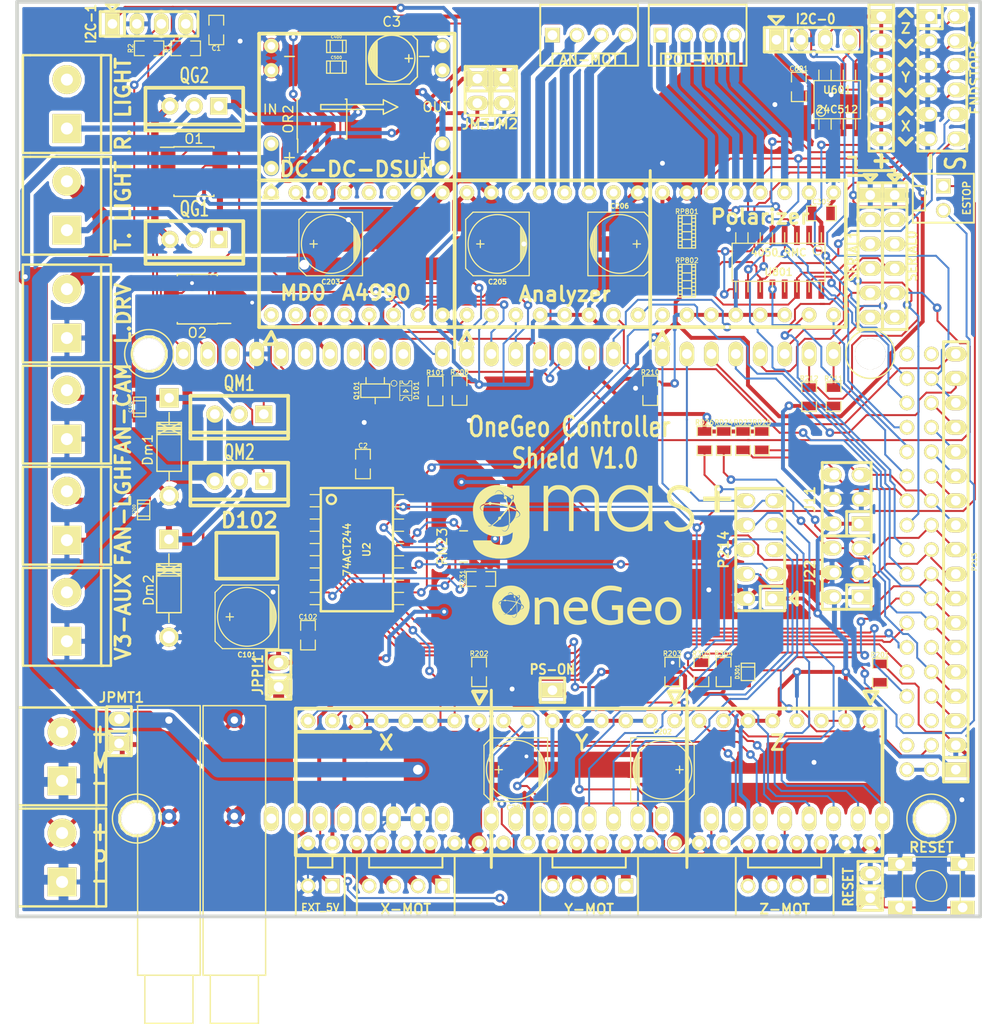
<source format=kicad_pcb>
(kicad_pcb (version 4) (host pcbnew 4.0.4+dfsg1-stable)
  (title_block (title "OneGeo v2.0 Controller") (date "9 feb 2014") (company Gmas))
  (layers (0 Front signal) (31 Back signal) (34 B.Paste user hide) (35 F.Paste user hide) (36 B.SilkS user) (37 F.SilkS user hide) (38 B.Mask user hide) (39 F.Mask user) (44 Edge.Cuts user))
  (net 0 "")
  (net 1 +V_LOGIC)
  (net 2 +V_MOTOR)
  (net 3 /E0_EN_BUF)
  (net 4 /E1_EN_BUF)
  (net 5 /Power/MOT_IN)
  (net 6 /Power/P_IN)
  (net 7 /RESET)
  (net 8 "/Stepper Drivers 2/E0-1A")
  (net 9 "/Stepper Drivers 2/E0-1B")
  (net 10 "/Stepper Drivers 2/E0-2A")
  (net 11 "/Stepper Drivers 2/E0-2B")
  (net 12 "/Stepper Drivers 2/E1-1A")
  (net 13 "/Stepper Drivers 2/E1-1B")
  (net 14 "/Stepper Drivers 2/E1-2A")
  (net 15 "/Stepper Drivers 2/E1-2B")
  (net 16 "/Stepper Drivers/X-1A")
  (net 17 "/Stepper Drivers/X-1B")
  (net 18 "/Stepper Drivers/X-2A")
  (net 19 "/Stepper Drivers/X-2B")
  (net 20 "/Stepper Drivers/Y-1A")
  (net 21 "/Stepper Drivers/Y-1B")
  (net 22 "/Stepper Drivers/Y-2A")
  (net 23 "/Stepper Drivers/Y-2B")
  (net 24 "/Stepper Drivers/Z-1A")
  (net 25 "/Stepper Drivers/Z-1B")
  (net 26 "/Stepper Drivers/Z-2A")
  (net 27 "/Stepper Drivers/Z-2B")
  (net 28 /X_EN_BUF)
  (net 29 /Y_EN_BUF)
  (net 30 /Z_EN_BUF)
  (net 31 A4)
  (net 32 A5)
  (net 33 A6)
  (net 34 A7)
  (net 35 AD14)
  (net 36 AD15)
  (net 37 D13)
  (net 38 D23)
  (net 39 D25)
  (net 40 D27)
  (net 41 D29)
  (net 42 D31)
  (net 43 D32)
  (net 44 D33)
  (net 45 D35)
  (net 46 D37)
  (net 47 D39)
  (net 48 D41)
  (net 49 D43)
  (net 50 D45)
  (net 51 D47)
  (net 52 E0_DIR)
  (net 53 E0_EN)
  (net 54 E0_STEP)
  (net 55 ESTOP)
  (net 56 FD_5V)
  (net 57 GNDA)
  (net 58 MOT_GND)
  (net 59 PS-ON)
  (net 60 SCL)
  (net 61 SCL1)
  (net 62 SDA)
  (net 63 SDA1)
  (net 64 UART0_RX_LV)
  (net 65 UART0_TX_LV)
  (net 66 UART1_RX_LV)
  (net 67 UART1_TX_LV)
  (net 68 UART2_RX_LV)
  (net 69 UART2_TX_LV)
  (net 70 UART3_RX_LV)
  (net 71 UART3_TX_LV)
  (net 72 X-MAX)
  (net 73 X-MIN)
  (net 74 X_DIR)
  (net 75 X_EN)
  (net 76 X_STEP)
  (net 77 Y-MAX)
  (net 78 Y-MIN)
  (net 79 Y_DIR)
  (net 80 Y_EN)
  (net 81 Y_STEP)
  (net 82 Z-MAX)
  (net 83 Z-MIN)
  (net 84 Z_DIR)
  (net 85 Z_EN)
  (net 86 Z_STEP)
  (net 87 +V_3)
  (net 88 "Net-(C100-Pad1)")
  (net 89 "Net-(C200-Pad1)")
  (net 90 "Net-(D101-Pad1)")
  (net 91 "Net-(D101-Pad2)")
  (net 92 "Net-(D301-Pad1)")
  (net 93 +V_2)
  (net 94 DCM11)
  (net 95 DCM12)
  (net 96 DCM21)
  (net 97 DCM22)
  (net 98 PWM2)
  (net 99 PWM3)
  (net 100 PWM4)
  (net 101 PWM5)
  (net 102 A1)
  (net 103 "Net-(O1-Pad5)")
  (net 104 PWM6)
  (net 105 PWM7)
  (net 106 O2B)
  (net 107 O2A)
  (net 108 "Net-(P302-Pad2)")
  (net 109 "Net-(P802-Pad2)")
  (net 110 "Net-(P802-Pad4)")
  (net 111 "Net-(P802-Pad6)")
  (net 112 "Net-(P802-Pad8)")
  (net 113 "Net-(P802-Pad10)")
  (net 114 "Net-(P802-Pad12)")
  (net 115 A2)
  (net 116 "Net-(OR2-Pad5)")
  (net 117 "Net-(MSF1-Pad1)")
  (net 118 "Net-(MSF2-Pad1)")
  (net 119 LDRIV)
  (net 120 "Net-(MD0-Pad1)")
  (net 121 "Net-(MD0-Pad2)")
  (net 122 "Net-(MD0-Pad11)")
  (net 123 "Net-(MD0-Pad12)")
  (net 124 "Net-(MSF2-Pad2)")
  (net 125 "Net-(O1-Pad1)")
  (net 126 "Net-(O1-Pad8)")
  (net 127 "Net-(O2-Pad1)")
  (net 128 "Net-(O2-Pad8)")
  (net 129 "Net-(OR2-Pad1)")
  (net 130 "Net-(OR2-Pad8)")
  (net 131 "Net-(P1-Pad2)")
  (net 132 "Net-(P1-Pad3)")
  (net 133 "Net-(P1-Pad6)")
  (net 134 "Net-(P216-Pad2)")
  (net 135 "Net-(P216-Pad3)")
  (net 136 "Net-(P216-Pad6)")
  (net 137 "Net-(RP801-Pad1)")
  (net 138 "Net-(RP802-Pad4)")
  (net 139 AD3)
  (net 140 AD0)
  (net 141 AD1)
  (net 142 AD2)
  (net 143 AM-VIN)
  (net 144 +3V3)
  (net 145 D8)
  (net 146 D9)
  (net 147 D10)
  (net 148 D12)
  (net 149 AREF)
  (net 150 DUE_5V)
  (net 151 "Net-(SHIELD101-Pad5V_4)")
  (net 152 "Net-(SHIELD101-Pad5V_5)")
  (net 153 D49)
  (net 154 D50-MISO)
  (net 155 D51-MOSI)
  (net 156 D52-SCK)
  (net 157 IOREF)
  (net 158 "Net-(U2-Pad3)")
  (net 159 "Net-(U2-Pad5)")
  (net 160 "Net-(U2-Pad7)")
  (net 161 "Net-(U2-Pad13)")
  (net 162 "Net-(U2-Pad15)")
  (net 163 "Net-(U2-Pad17)")
  (net 164 DCMEN)
  (module RMC:POLOLU (layer Front) (at 111.76 114.3 180)
    (fp_text reference U202 hide)
    (fp_text value Y (at 0.762 -2.286 180) (layer F.SilkS) (effects (font (thickness 0.3048))))
    (pad 1 thru_hole circle (at -8.89 0 180) (size 1.524 1.524) (drill 0.8128) (layers *.Cu *.Mask F.SilkS) (net 29 /Y_EN_BUF))
    (pad 2 thru_hole circle (at -6.35 0 180) (size 1.524 1.524) (drill 0.8128) (layers *.Cu *.Mask F.SilkS) (net 1 +V_LOGIC))
    (pad 3 thru_hole circle (at -3.81 0 180) (size 1.524 1.524) (drill 0.8128) (layers *.Cu *.Mask F.SilkS) (net 1 +V_LOGIC))
    (pad 4 thru_hole circle (at -1.27 0 180) (size 1.524 1.524) (drill 0.8128) (layers *.Cu *.Mask F.SilkS) (net 1 +V_LOGIC))
    (pad 5 thru_hole circle (at 1.27 0 180) (size 1.524 1.524) (drill 0.8128) (layers *.Cu *.Mask F.SilkS) (net 1 +V_LOGIC))
    (pad 6 thru_hole circle (at 3.81 0 180) (size 1.524 1.524) (drill 0.8128) (layers *.Cu *.Mask F.SilkS) (net 1 +V_LOGIC))
    (pad 7 thru_hole circle (at 6.35 0 180) (size 1.524 1.524) (drill 0.8128) (layers *.Cu *.Mask F.SilkS) (net 81 Y_STEP))
    (pad 8 thru_hole circle (at 8.89 0 180) (size 1.524 1.524) (drill 0.8128) (layers *.Cu *.Mask F.SilkS) (net 79 Y_DIR))
    (pad 9 thru_hole circle (at 8.89 -12.7 180) (size 1.524 1.524) (drill 0.8128) (layers *.Cu *.Mask F.SilkS) (net 58 MOT_GND))
    (pad 10 thru_hole circle (at 6.35 -12.7 180) (size 1.524 1.524) (drill 0.8128) (layers *.Cu *.Mask F.SilkS) (net 1 +V_LOGIC))
    (pad 11 thru_hole circle (at 3.81 -12.7 180) (size 1.524 1.524) (drill 0.8128) (layers *.Cu *.Mask F.SilkS) (net 21 "/Stepper Drivers/Y-1B"))
    (pad 12 thru_hole circle (at 1.27 -12.7 180) (size 1.524 1.524) (drill 0.8128) (layers *.Cu *.Mask F.SilkS) (net 20 "/Stepper Drivers/Y-1A"))
    (pad 13 thru_hole circle (at -1.27 -12.7 180) (size 1.524 1.524) (drill 0.8128) (layers *.Cu *.Mask F.SilkS) (net 22 "/Stepper Drivers/Y-2A"))
    (pad 14 thru_hole circle (at -3.81 -12.7 180) (size 1.524 1.524) (drill 0.8128) (layers *.Cu *.Mask F.SilkS) (net 23 "/Stepper Drivers/Y-2B"))
    (pad 15 thru_hole circle (at -6.35 -12.7 180) (size 1.524 1.524) (drill 0.8128) (layers *.Cu *.Mask F.SilkS) (net 58 MOT_GND))
    (pad 16 thru_hole circle (at -8.89 -12.7 180) (size 1.524 1.524) (drill 0.8128) (layers *.Cu *.Mask F.SilkS) (net 2 +V_MOTOR))
  )
  (module RMC:POLOLU (layer Front) (at 128.27 72.136)
    (fp_text reference U206 hide)
    (fp_text value Polarizer (at 1.255 -10.186) (layer F.SilkS) (effects (font (thickness 0.3048))))
    (pad 1 thru_hole circle (at -8.89 0) (size 1.524 1.524) (drill 0.8128) (layers *.Cu *.Mask F.SilkS) (net 3 /E0_EN_BUF))
    (pad 2 thru_hole circle (at -6.35 0) (size 1.524 1.524) (drill 0.8128) (layers *.Cu *.Mask F.SilkS) (net 1 +V_LOGIC))
    (pad 3 thru_hole circle (at -3.81 0) (size 1.524 1.524) (drill 0.8128) (layers *.Cu *.Mask F.SilkS) (net 1 +V_LOGIC))
    (pad 4 thru_hole circle (at -1.27 0) (size 1.524 1.524) (drill 0.8128) (layers *.Cu *.Mask F.SilkS) (net 1 +V_LOGIC))
    (pad 5 thru_hole circle (at 1.27 0) (size 1.524 1.524) (drill 0.8128) (layers *.Cu *.Mask F.SilkS) (net 1 +V_LOGIC))
    (pad 6 thru_hole circle (at 3.81 0) (size 1.524 1.524) (drill 0.8128) (layers *.Cu *.Mask F.SilkS) (net 1 +V_LOGIC))
    (pad 7 thru_hole circle (at 6.35 0) (size 1.524 1.524) (drill 0.8128) (layers *.Cu *.Mask F.SilkS) (net 54 E0_STEP))
    (pad 8 thru_hole circle (at 8.89 0) (size 1.524 1.524) (drill 0.8128) (layers *.Cu *.Mask F.SilkS) (net 52 E0_DIR))
    (pad 9 thru_hole circle (at 8.89 -12.7) (size 1.524 1.524) (drill 0.8128) (layers *.Cu *.Mask F.SilkS) (net 58 MOT_GND))
    (pad 10 thru_hole circle (at 6.35 -12.7) (size 1.524 1.524) (drill 0.8128) (layers *.Cu *.Mask F.SilkS) (net 1 +V_LOGIC))
    (pad 11 thru_hole circle (at 3.81 -12.7) (size 1.524 1.524) (drill 0.8128) (layers *.Cu *.Mask F.SilkS) (net 9 "/Stepper Drivers 2/E0-1B"))
    (pad 12 thru_hole circle (at 1.27 -12.7) (size 1.524 1.524) (drill 0.8128) (layers *.Cu *.Mask F.SilkS) (net 8 "/Stepper Drivers 2/E0-1A"))
    (pad 13 thru_hole circle (at -1.27 -12.7) (size 1.524 1.524) (drill 0.8128) (layers *.Cu *.Mask F.SilkS) (net 10 "/Stepper Drivers 2/E0-2A"))
    (pad 14 thru_hole circle (at -3.81 -12.7) (size 1.524 1.524) (drill 0.8128) (layers *.Cu *.Mask F.SilkS) (net 11 "/Stepper Drivers 2/E0-2B"))
    (pad 15 thru_hole circle (at -6.35 -12.7) (size 1.524 1.524) (drill 0.8128) (layers *.Cu *.Mask F.SilkS) (net 58 MOT_GND))
    (pad 16 thru_hole circle (at -8.89 -12.7) (size 1.524 1.524) (drill 0.8128) (layers *.Cu *.Mask F.SilkS) (net 2 +V_MOTOR))
  )
  (module opendous:SM0805_Opendous (layer Front) (at 98.3 80 270)
    (fp_text reference R208 (at -1.9025 0 360) (layer F.SilkS) (effects (font (size 0.50038 0.50038) (thickness 0.09906))))
    (fp_text value 100k hide)
    (pad 1 smd rect (at -0.9525 0 270) (size 0.889 1.397) (layers Front F.Paste F.Mask) (net 1 +V_LOGIC))
    (pad 2 smd rect (at 0.9525 0 270) (size 0.889 1.397) (layers Front F.Paste F.Mask) (net 58 MOT_GND))
  )
  (module RMC:ARDUINO_MEGA_DUE_SHIELD_FOOTPRINT_RMC (layer Front) (at 50.8 127)
    (fp_text reference SHIELD101 hide)
    (fp_text value ARDUINO_DUE_SHIELD hide)
    (pad 14 thru_hole oval (at 68.58 -50.8 90) (size 2.54 1.524) (drill 1.016) (layers *.Cu *.Mask F.SilkS) (net 71 UART3_TX_LV))
    (pad 15 thru_hole oval (at 71.12 -50.8 90) (size 2.54 1.524) (drill 1.016) (layers *.Cu *.Mask F.SilkS) (net 70 UART3_RX_LV))
    (pad 16 thru_hole oval (at 73.66 -50.8 90) (size 2.54 1.524) (drill 1.016) (layers *.Cu *.Mask F.SilkS) (net 69 UART2_TX_LV))
    (pad 17 thru_hole oval (at 76.2 -50.8 90) (size 2.54 1.524) (drill 1.016) (layers *.Cu *.Mask F.SilkS) (net 68 UART2_RX_LV))
    (pad 18 thru_hole oval (at 78.74 -50.8 90) (size 2.54 1.524) (drill 1.016) (layers *.Cu *.Mask F.SilkS) (net 67 UART1_TX_LV))
    (pad 19 thru_hole oval (at 81.28 -50.8 90) (size 2.54 1.524) (drill 1.016) (layers *.Cu *.Mask F.SilkS) (net 66 UART1_RX_LV))
    (pad 20 thru_hole oval (at 83.82 -50.8 90) (size 2.54 1.524) (drill 1.016) (layers *.Cu *.Mask F.SilkS) (net 62 SDA))
    (pad 21 thru_hole oval (at 86.36 -50.8 90) (size 2.54 1.524) (drill 1.016) (layers *.Cu *.Mask F.SilkS) (net 60 SCL))
    (pad AD15 thru_hole oval (at 91.44 -2.54 90) (size 2.54 1.524) (drill 1.016) (layers *.Cu *.Mask F.SilkS) (net 36 AD15))
    (pad AD14 thru_hole oval (at 88.9 -2.54 90) (size 2.54 1.524) (drill 1.016) (layers *.Cu *.Mask F.SilkS) (net 35 AD14))
    (pad AD13 thru_hole oval (at 86.36 -2.54 90) (size 2.54 1.524) (drill 1.016) (layers *.Cu *.Mask F.SilkS) (net 86 Z_STEP))
    (pad AD12 thru_hole oval (at 83.82 -2.54 90) (size 2.54 1.524) (drill 1.016) (layers *.Cu *.Mask F.SilkS) (net 84 Z_DIR))
    (pad AD8 thru_hole oval (at 73.66 -2.54 90) (size 2.54 1.524) (drill 1.016) (layers *.Cu *.Mask F.SilkS) (net 74 X_DIR))
    (pad AD7 thru_hole oval (at 68.58 -2.54 90) (size 2.54 1.524) (drill 1.016) (layers *.Cu *.Mask F.SilkS) (net 34 A7))
    (pad AD6 thru_hole oval (at 66.04 -2.54 90) (size 2.54 1.524) (drill 1.016) (layers *.Cu *.Mask F.SilkS) (net 33 A6))
    (pad AD9 thru_hole oval (at 76.2 -2.54 90) (size 2.54 1.524) (drill 1.016) (layers *.Cu *.Mask F.SilkS) (net 76 X_STEP))
    (pad AD10 thru_hole oval (at 78.74 -2.54 90) (size 2.54 1.524) (drill 1.016) (layers *.Cu *.Mask F.SilkS) (net 79 Y_DIR))
    (pad AD11 thru_hole oval (at 81.28 -2.54 90) (size 2.54 1.524) (drill 1.016) (layers *.Cu *.Mask F.SilkS) (net 81 Y_STEP))
    (pad AD5 thru_hole oval (at 63.5 -2.54 90) (size 2.54 1.524) (drill 1.016) (layers *.Cu *.Mask F.SilkS) (net 32 A5))
    (pad AD4 thru_hole oval (at 60.96 -2.54 90) (size 2.54 1.524) (drill 1.016) (layers *.Cu *.Mask F.SilkS) (net 31 A4))
    (pad AD3 thru_hole oval (at 58.42 -2.54 90) (size 2.54 1.524) (drill 1.016) (layers *.Cu *.Mask F.SilkS) (net 139 AD3))
    (pad AD0 thru_hole oval (at 50.8 -2.54 90) (size 2.54 1.524) (drill 1.016) (layers *.Cu *.Mask F.SilkS) (net 140 AD0))
    (pad AD1 thru_hole oval (at 53.34 -2.54 90) (size 2.54 1.524) (drill 1.016) (layers *.Cu *.Mask F.SilkS) (net 141 AD1))
    (pad AD2 thru_hole oval (at 55.88 -2.54 90) (size 2.54 1.524) (drill 1.016) (layers *.Cu *.Mask F.SilkS) (net 142 AD2))
    (pad V_IN thru_hole oval (at 45.72 -2.54 90) (size 2.54 1.524) (drill 1.016) (layers *.Cu *.Mask F.SilkS) (net 143 AM-VIN))
    (pad GND thru_hole oval (at 43.18 -2.54 90) (size 2.54 1.524) (drill 1.016) (layers *.Cu *.Mask F.SilkS) (net 58 MOT_GND))
    (pad GND thru_hole oval (at 40.64 -2.54 90) (size 2.54 1.524) (drill 1.016) (layers *.Cu *.Mask F.SilkS) (net 58 MOT_GND))
    (pad 3V3 thru_hole oval (at 35.56 -2.54 90) (size 2.54 1.524) (drill 1.016) (layers *.Cu *.Mask F.SilkS) (net 144 +3V3))
    (pad RST thru_hole oval (at 33.02 -2.54 90) (size 2.54 1.524) (drill 1.016) (layers *.Cu *.Mask F.SilkS) (net 7 /RESET))
    (pad 0 thru_hole oval (at 63.5 -50.8 90) (size 2.54 1.524) (drill 1.016) (layers *.Cu *.Mask F.SilkS) (net 64 UART0_RX_LV))
    (pad 1 thru_hole oval (at 60.96 -50.8 90) (size 2.54 1.524) (drill 1.016) (layers *.Cu *.Mask F.SilkS) (net 65 UART0_TX_LV))
    (pad 2 thru_hole oval (at 58.42 -50.8 90) (size 2.54 1.524) (drill 1.016) (layers *.Cu *.Mask F.SilkS) (net 98 PWM2))
    (pad 3 thru_hole oval (at 55.88 -50.8 90) (size 2.54 1.524) (drill 1.016) (layers *.Cu *.Mask F.SilkS) (net 99 PWM3))
    (pad 4 thru_hole oval (at 53.34 -50.8 90) (size 2.54 1.524) (drill 1.016) (layers *.Cu *.Mask F.SilkS) (net 100 PWM4))
    (pad 5 thru_hole oval (at 50.8 -50.8 90) (size 2.54 1.524) (drill 1.016) (layers *.Cu *.Mask F.SilkS) (net 101 PWM5))
    (pad 6 thru_hole oval (at 48.26 -50.8 90) (size 2.54 1.524) (drill 1.016) (layers *.Cu *.Mask F.SilkS) (net 104 PWM6))
    (pad 7 thru_hole oval (at 45.72 -50.8 90) (size 2.54 1.524) (drill 1.016) (layers *.Cu *.Mask F.SilkS) (net 105 PWM7))
    (pad 8 thru_hole oval (at 41.656 -50.8 90) (size 2.54 1.524) (drill 1.016) (layers *.Cu *.Mask F.SilkS) (net 145 D8))
    (pad 9 thru_hole oval (at 39.116 -50.8 90) (size 2.54 1.524) (drill 1.016) (layers *.Cu *.Mask F.SilkS) (net 146 D9))
    (pad 10 thru_hole oval (at 36.576 -50.8 90) (size 2.54 1.524) (drill 1.016) (layers *.Cu *.Mask F.SilkS) (net 147 D10))
    (pad 11 thru_hole oval (at 34.036 -50.8 90) (size 2.54 1.524) (drill 1.016) (layers *.Cu *.Mask F.SilkS) (net 164 DCMEN))
    (pad 12 thru_hole oval (at 31.496 -50.8 90) (size 2.54 1.524) (drill 1.016) (layers *.Cu *.Mask F.SilkS) (net 148 D12))
    (pad 13 thru_hole oval (at 28.956 -50.8 90) (size 2.54 1.524) (drill 1.016) (layers *.Cu *.Mask F.SilkS) (net 37 D13))
    (pad GND thru_hole oval (at 26.416 -50.8 90) (size 2.54 1.524) (drill 1.016) (layers *.Cu *.Mask F.SilkS) (net 58 MOT_GND))
    (pad AREF thru_hole oval (at 23.876 -50.8 90) (size 2.54 1.524) (drill 1.016) (layers *.Cu *.Mask F.SilkS) (net 149 AREF))
    (pad 5V thru_hole oval (at 38.1 -2.54 90) (size 2.54 1.524) (drill 1.016) (layers *.Cu *.Mask F.SilkS) (net 150 DUE_5V))
    (pad "" thru_hole circle (at 96.52 -2.54 90) (size 3.175 3.175) (drill 3.175) (layers *.Cu *.Mask F.SilkS))
    (pad "" thru_hole circle (at 90.17 -50.8 90) (size 3.175 3.175) (drill 3.175) (layers *.Cu *.Mask F.SilkS))
    (pad "" thru_hole circle (at 15.24 -50.8 90) (size 3.175 3.175) (drill 3.175) (layers *.Cu *.Mask F.SilkS))
    (pad "" thru_hole circle (at 13.97 -2.54 90) (size 3.175 3.175) (drill 3.175) (layers *.Cu *.Mask F.SilkS))
    (pad 22 thru_hole circle (at 93.98 -48.26) (size 1.524 1.524) (drill 1.016) (layers *.Cu *.Mask F.SilkS) (net 73 X-MIN))
    (pad 23 thru_hole circle (at 96.52 -48.26) (size 1.524 1.524) (drill 1.016) (layers *.Cu *.Mask F.SilkS) (net 38 D23))
    (pad 24 thru_hole circle (at 93.98 -45.72) (size 1.524 1.524) (drill 1.016) (layers *.Cu *.Mask F.SilkS) (net 78 Y-MIN))
    (pad 25 thru_hole circle (at 96.52 -45.72) (size 1.524 1.524) (drill 1.016) (layers *.Cu *.Mask F.SilkS) (net 39 D25))
    (pad 26 thru_hole circle (at 93.98 -43.18) (size 1.524 1.524) (drill 1.016) (layers *.Cu *.Mask F.SilkS) (net 83 Z-MIN))
    (pad 27 thru_hole circle (at 96.52 -43.18) (size 1.524 1.524) (drill 1.016) (layers *.Cu *.Mask F.SilkS) (net 40 D27))
    (pad 28 thru_hole circle (at 93.98 -40.64) (size 1.524 1.524) (drill 1.016) (layers *.Cu *.Mask F.SilkS) (net 52 E0_DIR))
    (pad 29 thru_hole circle (at 96.52 -40.64) (size 1.524 1.524) (drill 1.016) (layers *.Cu *.Mask F.SilkS) (net 41 D29))
    (pad 5V_4 thru_hole circle (at 93.98 -50.8) (size 1.524 1.524) (drill 1.016) (layers *.Cu *.Mask F.SilkS) (net 151 "Net-(SHIELD101-Pad5V_4)"))
    (pad 5V_5 thru_hole circle (at 96.52 -50.8) (size 1.524 1.524) (drill 1.016) (layers *.Cu *.Mask F.SilkS) (net 152 "Net-(SHIELD101-Pad5V_5)"))
    (pad 31 thru_hole circle (at 96.52 -38.1) (size 1.524 1.524) (drill 1.016) (layers *.Cu *.Mask F.SilkS) (net 42 D31))
    (pad 30 thru_hole circle (at 93.98 -38.1) (size 1.524 1.524) (drill 1.016) (layers *.Cu *.Mask F.SilkS) (net 72 X-MAX))
    (pad 32 thru_hole circle (at 93.98 -35.56) (size 1.524 1.524) (drill 1.016) (layers *.Cu *.Mask F.SilkS) (net 43 D32))
    (pad 33 thru_hole circle (at 96.52 -35.56) (size 1.524 1.524) (drill 1.016) (layers *.Cu *.Mask F.SilkS) (net 44 D33))
    (pad 34 thru_hole circle (at 93.98 -33.02) (size 1.524 1.524) (drill 1.016) (layers *.Cu *.Mask F.SilkS) (net 82 Z-MAX))
    (pad 35 thru_hole circle (at 96.52 -33.02) (size 1.524 1.524) (drill 1.016) (layers *.Cu *.Mask F.SilkS) (net 45 D35))
    (pad 36 thru_hole circle (at 93.98 -30.48) (size 1.524 1.524) (drill 1.016) (layers *.Cu *.Mask F.SilkS) (net 54 E0_STEP))
    (pad 37 thru_hole circle (at 96.52 -30.48) (size 1.524 1.524) (drill 1.016) (layers *.Cu *.Mask F.SilkS) (net 46 D37))
    (pad 38 thru_hole circle (at 93.98 -27.94) (size 1.524 1.524) (drill 1.016) (layers *.Cu *.Mask F.SilkS) (net 77 Y-MAX))
    (pad 39 thru_hole circle (at 96.52 -27.94) (size 1.524 1.524) (drill 1.016) (layers *.Cu *.Mask F.SilkS) (net 47 D39))
    (pad 40 thru_hole circle (at 93.98 -25.4) (size 1.524 1.524) (drill 1.016) (layers *.Cu *.Mask F.SilkS) (net 55 ESTOP))
    (pad 41 thru_hole circle (at 96.52 -25.4) (size 1.524 1.524) (drill 1.016) (layers *.Cu *.Mask F.SilkS) (net 48 D41))
    (pad 42 thru_hole circle (at 93.98 -22.86) (size 1.524 1.524) (drill 1.016) (layers *.Cu *.Mask F.SilkS) (net 53 E0_EN))
    (pad 43 thru_hole circle (at 96.52 -22.86) (size 1.524 1.524) (drill 1.016) (layers *.Cu *.Mask F.SilkS) (net 49 D43))
    (pad 44 thru_hole circle (at 93.98 -20.32) (size 1.524 1.524) (drill 1.016) (layers *.Cu *.Mask F.SilkS) (net 85 Z_EN))
    (pad 45 thru_hole circle (at 96.52 -20.32) (size 1.524 1.524) (drill 1.016) (layers *.Cu *.Mask F.SilkS) (net 50 D45))
    (pad 46 thru_hole circle (at 93.98 -17.78) (size 1.524 1.524) (drill 1.016) (layers *.Cu *.Mask F.SilkS) (net 80 Y_EN))
    (pad 47 thru_hole circle (at 96.52 -17.78) (size 1.524 1.524) (drill 1.016) (layers *.Cu *.Mask F.SilkS) (net 51 D47))
    (pad 48 thru_hole circle (at 93.98 -15.24) (size 1.524 1.524) (drill 1.016) (layers *.Cu *.Mask F.SilkS) (net 75 X_EN))
    (pad 49 thru_hole circle (at 96.52 -15.24) (size 1.524 1.524) (drill 1.016) (layers *.Cu *.Mask F.SilkS) (net 153 D49))
    (pad 50 thru_hole circle (at 93.98 -12.7) (size 1.524 1.524) (drill 1.016) (layers *.Cu *.Mask F.SilkS) (net 154 D50-MISO))
    (pad 51 thru_hole circle (at 96.52 -12.7) (size 1.524 1.524) (drill 1.016) (layers *.Cu *.Mask F.SilkS) (net 155 D51-MOSI))
    (pad 52 thru_hole circle (at 93.98 -10.16) (size 1.524 1.524) (drill 1.016) (layers *.Cu *.Mask F.SilkS) (net 156 D52-SCK))
    (pad 53 thru_hole circle (at 96.52 -10.16) (size 1.524 1.524) (drill 1.016) (layers *.Cu *.Mask F.SilkS) (net 59 PS-ON))
    (pad GND4 thru_hole circle (at 93.98 -7.62) (size 1.524 1.524) (drill 1.016) (layers *.Cu *.Mask F.SilkS) (net 57 GNDA))
    (pad GND5 thru_hole circle (at 96.52 -7.62) (size 1.524 1.524) (drill 1.016) (layers *.Cu *.Mask F.SilkS) (net 57 GNDA))
    (pad SDA1 thru_hole oval (at 21.336 -50.8 90) (size 2.54 1.524) (drill 1.016) (layers *.Cu *.Mask F.SilkS) (net 63 SDA1))
    (pad SCL1 thru_hole oval (at 18.796 -50.8 90) (size 2.54 1.524) (drill 1.016) (layers *.Cu *.Mask F.SilkS) (net 61 SCL1))
    (pad IORF thru_hole oval (at 30.48 -2.54 90) (size 2.54 1.524) (drill 1.016) (layers *.Cu *.Mask F.SilkS) (net 157 IOREF))
    (pad NC1 thru_hole oval (at 27.94 -2.54 90) (size 2.54 1.524) (drill 1.016) (layers *.Cu *.Mask F.SilkS))
  )
  (module w_conn_screw:mors_2p (layer Front) (at 57.5 60.8 90)
    (fp_text reference MSF1 hide)
    (fp_text value "T. LIGHT" (at 0 5.842 90) (layer F.SilkS) (effects (font (thickness 0.3048))))
    (pad 1 thru_hole rect (at -2.54 0 90) (size 2.99974 2.99974) (drill 1.24968) (layers *.Cu *.Mask F.SilkS) (net 117 "Net-(MSF1-Pad1)"))
    (pad 2 thru_hole circle (at 2.54 0 90) (size 2.99974 2.99974) (drill 1.24968) (layers *.Cu *.Mask F.SilkS) (net 119 LDRIV))
  )
  (module gmas:Fuse_Holder_bayoneta (layer Front) (at 74.9 124.23 90)
    (fp_text reference F102 hide)
    (fp_text value "FUSE 10A" hide)
    (pad 1 thru_hole circle (at 0 0 90) (size 1.524 1.524) (drill 0.762) (layers *.Cu *.Mask) (net 6 /Power/P_IN))
    (pad 2 thru_hole circle (at 10 0 90) (size 1.524 1.524) (drill 0.762) (layers *.Cu *.Mask) (net 93 +V_2))
  )
  (module w_pin_strip:pin_strip_4 (layer Front) (at 135.0391 43.561)
    (fp_text reference P211 hide)
    (fp_text value I2C-0 (at 0.254 -2.159) (layer F.SilkS) (effects (font (size 1.016 0.889) (thickness 0.2032))))
    (pad 1 thru_hole rect (at -3.81 0) (size 1.524 2.19964) (drill 1.00076) (layers *.Cu *.Mask F.SilkS) (net 1 +V_LOGIC))
    (pad 2 thru_hole oval (at -1.27 0) (size 1.524 2.19964) (drill 1.00076) (layers *.Cu *.Mask F.SilkS) (net 58 MOT_GND))
    (pad 3 thru_hole oval (at 1.27 0) (size 1.524 2.19964) (drill 1.00076) (layers *.Cu *.Mask F.SilkS) (net 62 SDA))
    (pad 4 thru_hole oval (at 3.81 0) (size 1.524 2.19964) (drill 1.00076) (layers *.Cu *.Mask F.SilkS) (net 60 SCL))
  )
  (module w_smd_dil:so-8 (layer Front) (at 137.541 49.784)
    (fp_text reference U601 (at 0 -1.016) (layer F.SilkS) (effects (font (size 0.7493 0.7493) (thickness 0.14986))))
    (fp_text value 24C512 (at 0 1.016) (layer F.SilkS) (effects (font (size 0.7493 0.7493) (thickness 0.14986))))
    (pad 1 smd rect (at -1.905 2.794) (size 0.59944 1.99898) (layers Front F.Paste F.Mask) (net 58 MOT_GND))
    (pad 2 smd rect (at -0.635 2.794) (size 0.59944 1.99898) (layers Front F.Paste F.Mask) (net 58 MOT_GND))
    (pad 3 smd rect (at 0.635 2.794) (size 0.59944 1.99898) (layers Front F.Paste F.Mask) (net 58 MOT_GND))
    (pad 4 smd rect (at 1.905 2.794) (size 0.59944 1.99898) (layers Front F.Paste F.Mask) (net 58 MOT_GND))
    (pad 5 smd rect (at 1.905 -2.794) (size 0.59944 1.99898) (layers Front F.Paste F.Mask) (net 62 SDA))
    (pad 6 smd rect (at 0.635 -2.794) (size 0.59944 1.99898) (layers Front F.Paste F.Mask) (net 60 SCL))
    (pad 7 smd rect (at -0.635 -2.794) (size 0.59944 1.99898) (layers Front F.Paste F.Mask) (net 58 MOT_GND))
    (pad 8 smd rect (at -1.905 -2.794) (size 0.59944 1.99898) (layers Front F.Paste F.Mask) (net 1 +V_LOGIC))
  )
  (module w_smd_cap:c_elec_6.3x7.7 (layer Front) (at 84.915 64.77 180)
    (fp_text reference C203 (at 0 -3.937 180) (layer F.SilkS) (effects (font (size 0.50038 0.50038) (thickness 0.11938))))
    (fp_text value "100u 35V" hide)
    (pad 1 smd rect (at 2.75082 0 180) (size 3.59918 1.6002) (layers Front F.Paste F.Mask) (net 2 +V_MOTOR))
    (pad 2 smd rect (at -2.75082 0 180) (size 3.59918 1.6002) (layers Front F.Paste F.Mask) (net 58 MOT_GND))
  )
  (module opendous:SM0805_Opendous (layer Front) (at 73.025 42.545 270)
    (fp_text reference C1 (at 1.9 0 360) (layer F.SilkS) (effects (font (size 0.5 0.5) (thickness 0.095))))
    (fp_text value 100n hide)
    (pad 1 smd rect (at -0.9525 0 270) (size 0.889 1.397) (layers Front F.Paste F.Mask) (net 56 FD_5V))
    (pad 2 smd rect (at 0.9525 0 270) (size 0.889 1.397) (layers Front F.Paste F.Mask) (net 58 MOT_GND))
  )
  (module opendous:SM0805_Opendous (layer Front) (at 88.265 87.63 90)
    (fp_text reference C2 (at 1.9 0 180) (layer F.SilkS) (effects (font (size 0.5 0.5) (thickness 0.095))))
    (fp_text value 100n hide)
    (pad 1 smd rect (at -0.9525 0 90) (size 0.889 1.397) (layers Front F.Paste F.Mask) (net 56 FD_5V))
    (pad 2 smd rect (at 0.9525 0 90) (size 0.889 1.397) (layers Front F.Paste F.Mask) (net 58 MOT_GND))
  )
  (module w_smd_cap:c_elec_6.3x7.7 (layer Front) (at 76.2 103.505 180)
    (fp_text reference C101 (at 0 -3.937 180) (layer F.SilkS) (effects (font (size 0.50038 0.50038) (thickness 0.11938))))
    (fp_text value "100u 35V" hide)
    (pad 1 smd rect (at 2.75082 0 180) (size 3.59918 1.6002) (layers Front F.Paste F.Mask) (net 93 +V_2))
    (pad 2 smd rect (at -2.75082 0 180) (size 3.59918 1.6002) (layers Front F.Paste F.Mask) (net 58 MOT_GND))
  )
  (module opendous:SM0805_Opendous (layer Front) (at 82.55 105.41 90)
    (fp_text reference C102 (at 1.9 0 180) (layer F.SilkS) (effects (font (size 0.5 0.5) (thickness 0.095))))
    (fp_text value "100n 35V" hide)
    (pad 1 smd rect (at -0.9525 0 90) (size 0.889 1.397) (layers Front F.Paste F.Mask) (net 93 +V_2))
    (pad 2 smd rect (at 0.9525 0 90) (size 0.889 1.397) (layers Front F.Paste F.Mask) (net 58 MOT_GND))
  )
  (module w_smd_cap:c_elec_6.3x7.7 (layer Front) (at 104.14 119.38 180)
    (fp_text reference C201 (at 0 -3.937 180) (layer F.SilkS) (effects (font (size 0.50038 0.50038) (thickness 0.11938))))
    (fp_text value "100u 35V" hide)
    (pad 1 smd rect (at 2.75082 0 180) (size 3.59918 1.6002) (layers Front F.Paste F.Mask) (net 2 +V_MOTOR))
    (pad 2 smd rect (at -2.75082 0 180) (size 3.59918 1.6002) (layers Front F.Paste F.Mask) (net 58 MOT_GND))
  )
  (module w_smd_cap:c_elec_6.3x7.7 (layer Front) (at 119.38 119.38)
    (fp_text reference C202 (at 0 -3.937) (layer F.SilkS) (effects (font (size 0.50038 0.50038) (thickness 0.11938))))
    (fp_text value "100u 35V" hide)
    (pad 1 smd rect (at 2.75082 0) (size 3.59918 1.6002) (layers Front F.Paste F.Mask) (net 2 +V_MOTOR))
    (pad 2 smd rect (at -2.75082 0) (size 3.59918 1.6002) (layers Front F.Paste F.Mask) (net 58 MOT_GND))
  )
  (module w_smd_cap:c_elec_6.3x7.7 (layer Front) (at 102.235 64.77 180)
    (fp_text reference C205 (at 0 -3.937 180) (layer F.SilkS) (effects (font (size 0.50038 0.50038) (thickness 0.11938))))
    (fp_text value "100u 35V" hide)
    (pad 1 smd rect (at 2.75082 0 180) (size 3.59918 1.6002) (layers Front F.Paste F.Mask) (net 2 +V_MOTOR))
    (pad 2 smd rect (at -2.75082 0 180) (size 3.59918 1.6002) (layers Front F.Paste F.Mask) (net 58 MOT_GND))
  )
  (module w_smd_cap:c_elec_6.3x7.7 (layer Front) (at 114.935 64.77)
    (fp_text reference C206 (at 0 -3.937) (layer F.SilkS) (effects (font (size 0.50038 0.50038) (thickness 0.11938))))
    (fp_text value "100u 35V" hide)
    (pad 1 smd rect (at 2.75082 0) (size 3.59918 1.6002) (layers Front F.Paste F.Mask) (net 2 +V_MOTOR))
    (pad 2 smd rect (at -2.75082 0) (size 3.59918 1.6002) (layers Front F.Paste F.Mask) (net 58 MOT_GND))
  )
  (module opendous:SM0805_Opendous (layer Front) (at 135.89 61.595)
    (fp_text reference C305 (at 0.01 -1.195) (layer F.SilkS) (effects (font (size 0.5 0.5) (thickness 0.095))))
    (fp_text value 100n hide)
    (pad 1 smd rect (at -0.9525 0) (size 0.889 1.397) (layers Front F.Paste F.Mask) (net 1 +V_LOGIC))
    (pad 2 smd rect (at 0.9525 0) (size 0.889 1.397) (layers Front F.Paste F.Mask) (net 58 MOT_GND))
  )
  (module opendous:SM0805_Opendous (layer Front) (at 133.54812 48.45304 270)
    (fp_text reference C601 (at -1.9 0 360) (layer F.SilkS) (effects (font (size 0.5 0.5) (thickness 0.095))))
    (fp_text value 100n hide)
    (pad 1 smd rect (at -0.9525 0 270) (size 0.889 1.397) (layers Front F.Paste F.Mask) (net 1 +V_LOGIC))
    (pad 2 smd rect (at 0.9525 0 270) (size 0.889 1.397) (layers Front F.Paste F.Mask) (net 58 MOT_GND))
  )
  (module RMC:LED-0805_GREEN (layer Front) (at 92.71 80.01 90)
    (fp_text reference D101 (at 0.01 1.09 90) (layer F.SilkS) (effects (font (size 0.50038 0.50038) (thickness 0.09906))))
    (fp_text value "LED GRN" hide)
    (pad 1 smd rect (at -1.04902 0 90) (size 1.19888 1.19888) (layers Front F.Paste F.Mask) (net 90 "Net-(D101-Pad1)"))
    (pad 2 smd rect (at 1.04902 0 90) (size 1.19888 1.19888) (layers Front F.Paste F.Mask) (net 91 "Net-(D101-Pad2)"))
  )
  (module RMC:TO277A_RMC (layer Front) (at 76.2 97.155 90)
    (fp_text reference D102 (at 3.683 0.254 180) (layer F.SilkS) (effects (font (thickness 0.3048))))
    (fp_text value SS10Pxx hide)
    (pad 2 smd rect (at 1.03886 2.75082 90) (size 1.39954 1.5) (layers Front F.Paste F.Mask) (net 58 MOT_GND))
    (pad 1 smd rect (at -1.03886 2.75082 90) (size 1.39954 1.5) (layers Front F.Paste F.Mask) (net 58 MOT_GND))
    (pad K smd rect (at 0 -1.50114 90) (size 4.9 4.8) (layers Front F.Paste F.Mask) (net 93 +V_2))
  )
  (module w_smd_diode:SOD323 (layer Front) (at 128.27 109.22 90)
    (fp_text reference D301 (at 0 -1.09982 90) (layer F.SilkS) (effects (font (size 0.39878 0.39878) (thickness 0.09906))))
    (fp_text value 1N4148 hide)
    (pad 2 smd rect (at 1.09982 0 90) (size 1.00076 0.59944) (layers Front F.Paste F.Mask) (net 55 ESTOP))
    (pad 1 smd rect (at -1.09982 0 90) (size 1.00076 0.59944) (layers Front F.Paste F.Mask) (net 92 "Net-(D301-Pad1)"))
  )
  (module w_pin_strip:pin_socket_3x2 (layer Front) (at 138.52 91.29 90)
    (fp_text reference J11 (at 0 -3.81 90) (layer F.SilkS) (effects (font (size 1.016 1.016) (thickness 0.2032))))
    (fp_text value CONN_02X03 hide)
    (pad 1 thru_hole rect (at -2.54 1.27 90) (size 1.524 1.99898) (drill 1.00076 (offset 0 0.24892)) (layers *.Cu *.Mask F.SilkS) (net 1 +V_LOGIC))
    (pad 2 thru_hole oval (at -2.54 -1.27 90) (size 1.524 1.99898) (drill 1.00076 (offset 0 -0.24892)) (layers *.Cu *.Mask F.SilkS) (net 1 +V_LOGIC))
    (pad 3 thru_hole oval (at 0 1.27 90) (size 1.524 1.99898) (drill 1.00076 (offset 0 0.24892)) (layers *.Cu *.Mask F.SilkS) (net 58 MOT_GND))
    (pad 4 thru_hole oval (at 0 -1.27 90) (size 1.524 1.99898) (drill 1.00076 (offset 0 -0.24892)) (layers *.Cu *.Mask F.SilkS) (net 58 MOT_GND))
    (pad 5 thru_hole oval (at 2.54 1.27 90) (size 1.524 1.99898) (drill 1.00076 (offset 0 0.24892)) (layers *.Cu *.Mask F.SilkS) (net 44 D33))
    (pad 6 thru_hole oval (at 2.54 -1.27 90) (size 1.524 1.99898) (drill 1.00076 (offset 0 -0.24892)) (layers *.Cu *.Mask F.SilkS) (net 43 D32))
  )
  (module w_pin_strip:pin_strip_2 (layer Front) (at 102.95 48.875 270)
    (fp_text reference JM2 (at 3.425 0.05 360) (layer F.SilkS) (effects (font (size 1.016 1.016) (thickness 0.2032))))
    (fp_text value CONN_01X02 hide)
    (pad 1 thru_hole rect (at -1.27 0 270) (size 1.524 2.19964) (drill 1.00076) (layers *.Cu *.Mask F.SilkS) (net 94 DCM11))
    (pad 2 thru_hole oval (at 1.27 0 270) (size 1.524 2.19964) (drill 1.00076) (layers *.Cu *.Mask F.SilkS) (net 95 DCM12))
  )
  (module w_pin_strip:pin_strip_2 (layer Front) (at 100.15 48.875 270)
    (fp_text reference JM3 (at 3.475 0.15 360) (layer F.SilkS) (effects (font (size 1.016 1.016) (thickness 0.2032))))
    (fp_text value CONN_01X02 hide)
    (pad 1 thru_hole rect (at -1.27 0 270) (size 1.524 2.19964) (drill 1.00076) (layers *.Cu *.Mask F.SilkS) (net 96 DCM21))
    (pad 2 thru_hole oval (at 1.27 0 270) (size 1.524 2.19964) (drill 1.00076) (layers *.Cu *.Mask F.SilkS) (net 97 DCM22))
  )
  (module RMC:POLOLU (layer Front) (at 87.63 72.136)
    (fp_text reference MD0 (at -5.588 -2.286) (layer F.SilkS) (effects (font (thickness 0.3048))))
    (fp_text value A4990 (at 2.032 -2.286) (layer F.SilkS) (effects (font (thickness 0.3048))))
    (pad 1 thru_hole circle (at -8.89 0) (size 1.524 1.524) (drill 0.8128) (layers *.Cu *.Mask F.SilkS) (net 120 "Net-(MD0-Pad1)"))
    (pad 2 thru_hole circle (at -6.35 0) (size 1.524 1.524) (drill 0.8128) (layers *.Cu *.Mask F.SilkS) (net 121 "Net-(MD0-Pad2)"))
    (pad 3 thru_hole circle (at -3.81 0) (size 1.524 1.524) (drill 0.8128) (layers *.Cu *.Mask F.SilkS) (net 164 DCMEN))
    (pad 4 thru_hole circle (at -1.27 0) (size 1.524 1.524) (drill 0.8128) (layers *.Cu *.Mask F.SilkS) (net 98 PWM2))
    (pad 5 thru_hole circle (at 1.27 0) (size 1.524 1.524) (drill 0.8128) (layers *.Cu *.Mask F.SilkS) (net 99 PWM3))
    (pad 6 thru_hole circle (at 3.81 0) (size 1.524 1.524) (drill 0.8128) (layers *.Cu *.Mask F.SilkS) (net 100 PWM4))
    (pad 7 thru_hole circle (at 6.35 0) (size 1.524 1.524) (drill 0.8128) (layers *.Cu *.Mask F.SilkS) (net 101 PWM5))
    (pad 8 thru_hole circle (at 8.89 0) (size 1.524 1.524) (drill 0.8128) (layers *.Cu *.Mask F.SilkS) (net 58 MOT_GND))
    (pad 9 thru_hole circle (at 8.89 -12.7) (size 1.524 1.524) (drill 0.8128) (layers *.Cu *.Mask F.SilkS) (net 58 MOT_GND))
    (pad 10 thru_hole circle (at 6.35 -12.7) (size 1.524 1.524) (drill 0.8128) (layers *.Cu *.Mask F.SilkS) (net 87 +V_3))
    (pad 11 thru_hole circle (at 3.81 -12.7) (size 1.524 1.524) (drill 0.8128) (layers *.Cu *.Mask F.SilkS) (net 122 "Net-(MD0-Pad11)"))
    (pad 12 thru_hole circle (at 1.27 -12.7) (size 1.524 1.524) (drill 0.8128) (layers *.Cu *.Mask F.SilkS) (net 123 "Net-(MD0-Pad12)"))
    (pad 13 thru_hole circle (at -1.27 -12.7) (size 1.524 1.524) (drill 0.8128) (layers *.Cu *.Mask F.SilkS) (net 97 DCM22))
    (pad 14 thru_hole circle (at -3.81 -12.7) (size 1.524 1.524) (drill 0.8128) (layers *.Cu *.Mask F.SilkS) (net 96 DCM21))
    (pad 15 thru_hole circle (at -6.35 -12.7) (size 1.524 1.524) (drill 0.8128) (layers *.Cu *.Mask F.SilkS) (net 95 DCM12))
    (pad 16 thru_hole circle (at -8.89 -12.7) (size 1.524 1.524) (drill 0.8128) (layers *.Cu *.Mask F.SilkS) (net 94 DCM11))
  )
  (module w_pin_strip:pin_strip_6 (layer Front) (at 140.97 66.04 270)
    (fp_text reference P1 hide)
    (fp_text value SERIAL1 (at 0 1.778 270) (layer F.SilkS) (effects (font (size 1.016 0.889) (thickness 0.2032))))
    (pad 1 thru_hole rect (at -6.35 0 270) (size 1.524 2.19964) (drill 1.00076) (layers *.Cu *.Mask F.SilkS) (net 58 MOT_GND))
    (pad 2 thru_hole oval (at -3.81 0 270) (size 1.524 2.19964) (drill 1.00076) (layers *.Cu *.Mask F.SilkS) (net 131 "Net-(P1-Pad2)"))
    (pad 3 thru_hole oval (at -1.27 0 270) (size 1.524 2.19964) (drill 1.00076) (layers *.Cu *.Mask F.SilkS) (net 132 "Net-(P1-Pad3)"))
    (pad 4 thru_hole oval (at 1.27 0 270) (size 1.524 2.19964) (drill 1.00076) (layers *.Cu *.Mask F.SilkS) (net 66 UART1_RX_LV))
    (pad 5 thru_hole oval (at 3.81 0 270) (size 1.524 2.19964) (drill 1.00076) (layers *.Cu *.Mask F.SilkS) (net 67 UART1_TX_LV))
    (pad 6 thru_hole oval (at 6.35 0 270) (size 1.524 2.19964) (drill 1.00076) (layers *.Cu *.Mask F.SilkS) (net 133 "Net-(P1-Pad6)"))
  )
  (module w_pin_strip:pin_strip_4 (layer Front) (at 66.04 41.91)
    (fp_text reference P2 hide)
    (fp_text value I2C-1 (at -6.04 -0.01 90) (layer F.SilkS) (effects (font (size 1.016 0.889) (thickness 0.2032))))
    (pad 1 thru_hole rect (at -3.81 0) (size 1.524 2.19964) (drill 1.00076) (layers *.Cu *.Mask F.SilkS) (net 1 +V_LOGIC))
    (pad 2 thru_hole oval (at -1.27 0) (size 1.524 2.19964) (drill 1.00076) (layers *.Cu *.Mask F.SilkS) (net 58 MOT_GND))
    (pad 3 thru_hole oval (at 1.27 0) (size 1.524 2.19964) (drill 1.00076) (layers *.Cu *.Mask F.SilkS) (net 63 SDA1))
    (pad 4 thru_hole oval (at 3.81 0) (size 1.524 2.19964) (drill 1.00076) (layers *.Cu *.Mask F.SilkS) (net 61 SCL1))
  )
  (module w_pin_strip:pin_strip_2 (layer Front) (at 140.97 131.445 90)
    (fp_text reference P102 hide)
    (fp_text value RESET (at -0.127 -2.286 90) (layer F.SilkS) (effects (font (size 1.016 0.889) (thickness 0.2032))))
    (pad 1 thru_hole rect (at -1.27 0 90) (size 1.524 2.19964) (drill 1.00076) (layers *.Cu *.Mask F.SilkS) (net 7 /RESET))
    (pad 2 thru_hole oval (at 1.27 0 90) (size 1.524 2.19964) (drill 1.00076) (layers *.Cu *.Mask F.SilkS) (net 58 MOT_GND))
  )
  (module w_pin_strip:pin_strip_1 (layer Front) (at 107.95 111.125 90)
    (fp_text reference P103 hide)
    (fp_text value PS-ON (at 2.159 0 180) (layer F.SilkS) (effects (font (size 1.016 0.889) (thickness 0.2032))))
    (pad 1 thru_hole rect (at 0 0 90) (size 1.524 2.19964) (drill 1.00076) (layers *.Cu *.Mask F.SilkS) (net 59 PS-ON))
  )
  (module RMC:CONN_KK_2.54_4W (layer Front) (at 92.71 131.445 180)
    (fp_text reference P204 hide)
    (fp_text value X-MOT (at 0 -2.413 180) (layer F.SilkS) (effects (font (size 1.016 1.016) (thickness 0.2032))))
    (pad 1 thru_hole rect (at -3.81 0 180) (size 1.524 1.524) (drill 1.016) (layers *.Cu *.Mask F.SilkS) (net 19 "/Stepper Drivers/X-2B"))
    (pad 2 thru_hole circle (at -1.27 0 180) (size 1.524 1.524) (drill 1.016) (layers *.Cu *.Mask F.SilkS) (net 18 "/Stepper Drivers/X-2A"))
    (pad 3 thru_hole circle (at 1.27 0 180) (size 1.524 1.524) (drill 1.016) (layers *.Cu *.Mask F.SilkS) (net 16 "/Stepper Drivers/X-1A"))
    (pad 4 thru_hole circle (at 3.81 0 180) (size 1.524 1.524) (drill 1.016) (layers *.Cu *.Mask F.SilkS) (net 17 "/Stepper Drivers/X-1B"))
  )
  (module RMC:CONN_KK_2.54_4W (layer Front) (at 111.76 131.445 180)
    (fp_text reference P205 hide)
    (fp_text value Y-MOT (at 0 -2.413 180) (layer F.SilkS) (effects (font (size 1.016 1.016) (thickness 0.2032))))
    (pad 1 thru_hole rect (at -3.81 0 180) (size 1.524 1.524) (drill 1.016) (layers *.Cu *.Mask F.SilkS) (net 23 "/Stepper Drivers/Y-2B"))
    (pad 2 thru_hole circle (at -1.27 0 180) (size 1.524 1.524) (drill 1.016) (layers *.Cu *.Mask F.SilkS) (net 22 "/Stepper Drivers/Y-2A"))
    (pad 3 thru_hole circle (at 1.27 0 180) (size 1.524 1.524) (drill 1.016) (layers *.Cu *.Mask F.SilkS) (net 20 "/Stepper Drivers/Y-1A"))
    (pad 4 thru_hole circle (at 3.81 0 180) (size 1.524 1.524) (drill 1.016) (layers *.Cu *.Mask F.SilkS) (net 21 "/Stepper Drivers/Y-1B"))
  )
  (module RMC:CONN_KK_2.54_4W (layer Front) (at 132.08 131.445 180)
    (fp_text reference P206 hide)
    (fp_text value Z-MOT (at 0 -2.413 180) (layer F.SilkS) (effects (font (size 1.016 1.016) (thickness 0.2032))))
    (pad 1 thru_hole rect (at -3.81 0 180) (size 1.524 1.524) (drill 1.016) (layers *.Cu *.Mask F.SilkS) (net 27 "/Stepper Drivers/Z-2B"))
    (pad 2 thru_hole circle (at -1.27 0 180) (size 1.524 1.524) (drill 1.016) (layers *.Cu *.Mask F.SilkS) (net 26 "/Stepper Drivers/Z-2A"))
    (pad 3 thru_hole circle (at 1.27 0 180) (size 1.524 1.524) (drill 1.016) (layers *.Cu *.Mask F.SilkS) (net 24 "/Stepper Drivers/Z-1A"))
    (pad 4 thru_hole circle (at 3.81 0 180) (size 1.524 1.524) (drill 1.016) (layers *.Cu *.Mask F.SilkS) (net 25 "/Stepper Drivers/Z-1B"))
  )
  (module RMC:CONN_KK_2.54_4W (layer Front) (at 111.76 43.0784)
    (fp_text reference P212 hide)
    (fp_text value AN-MOT (at 0 2.54) (layer F.SilkS) (effects (font (size 1.016 1.016) (thickness 0.2032))))
    (pad 1 thru_hole rect (at -3.81 0) (size 1.524 1.524) (drill 1.016) (layers *.Cu *.Mask F.SilkS) (net 15 "/Stepper Drivers 2/E1-2B"))
    (pad 2 thru_hole circle (at -1.27 0) (size 1.524 1.524) (drill 1.016) (layers *.Cu *.Mask F.SilkS) (net 14 "/Stepper Drivers 2/E1-2A"))
    (pad 3 thru_hole circle (at 1.27 0) (size 1.524 1.524) (drill 1.016) (layers *.Cu *.Mask F.SilkS) (net 12 "/Stepper Drivers 2/E1-1A"))
    (pad 4 thru_hole circle (at 3.81 0) (size 1.524 1.524) (drill 1.016) (layers *.Cu *.Mask F.SilkS) (net 13 "/Stepper Drivers 2/E1-1B"))
  )
  (module w_pin_strip:pin_strip_18 (layer Front) (at 149.86 97.79 90)
    (fp_text reference P213 (at -0.01 1.94 90) (layer F.SilkS) (effects (font (size 0.5 0.5) (thickness 0.095))))
    (fp_text value AUX-4 hide)
    (pad 1 thru_hole rect (at -21.59 0 90) (size 1.524 2.19964) (drill 1.00076) (layers *.Cu *.Mask F.SilkS) (net 1 +V_LOGIC))
    (pad 2 thru_hole oval (at -19.05 0 90) (size 1.524 2.19964) (drill 1.00076) (layers *.Cu *.Mask F.SilkS) (net 58 MOT_GND))
    (pad 3 thru_hole oval (at -16.51 0 90) (size 1.524 2.19964) (drill 1.00076) (layers *.Cu *.Mask F.SilkS) (net 153 D49))
    (pad 4 thru_hole oval (at -13.97 0 90) (size 1.524 2.19964) (drill 1.00076) (layers *.Cu *.Mask F.SilkS) (net 51 D47))
    (pad 5 thru_hole oval (at -11.43 0 90) (size 1.524 2.19964) (drill 1.00076) (layers *.Cu *.Mask F.SilkS) (net 50 D45))
    (pad 6 thru_hole oval (at -8.89 0 90) (size 1.524 2.19964) (drill 1.00076) (layers *.Cu *.Mask F.SilkS) (net 49 D43))
    (pad 7 thru_hole oval (at -6.35 0 90) (size 1.524 2.19964) (drill 1.00076) (layers *.Cu *.Mask F.SilkS) (net 48 D41))
    (pad 8 thru_hole oval (at -3.81 0 90) (size 1.524 2.19964) (drill 1.00076) (layers *.Cu *.Mask F.SilkS) (net 47 D39))
    (pad 9 thru_hole oval (at -1.27 0 90) (size 1.524 2.19964) (drill 1.00076) (layers *.Cu *.Mask F.SilkS) (net 46 D37))
    (pad 10 thru_hole oval (at 1.27 0 90) (size 1.524 2.19964) (drill 1.00076) (layers *.Cu *.Mask F.SilkS) (net 45 D35))
    (pad 11 thru_hole oval (at 3.81 0 90) (size 1.524 2.19964) (drill 1.00076) (layers *.Cu *.Mask F.SilkS) (net 44 D33))
    (pad 12 thru_hole oval (at 6.35 0 90) (size 1.524 2.19964) (drill 1.00076) (layers *.Cu *.Mask F.SilkS) (net 42 D31))
    (pad 13 thru_hole oval (at 8.89 0 90) (size 1.524 2.19964) (drill 1.00076) (layers *.Cu *.Mask F.SilkS) (net 41 D29))
    (pad 14 thru_hole oval (at 11.43 0 90) (size 1.524 2.19964) (drill 1.00076) (layers *.Cu *.Mask F.SilkS) (net 40 D27))
    (pad 15 thru_hole oval (at 13.97 0 90) (size 1.524 2.19964) (drill 1.00076) (layers *.Cu *.Mask F.SilkS) (net 39 D25))
    (pad 16 thru_hole oval (at 16.51 0 90) (size 1.524 2.19964) (drill 1.00076) (layers *.Cu *.Mask F.SilkS) (net 38 D23))
    (pad 17 thru_hole oval (at 19.05 0 90) (size 1.524 2.19964) (drill 1.00076) (layers *.Cu *.Mask F.SilkS) (net 68 UART2_RX_LV))
    (pad 18 thru_hole oval (at 21.59 0 90) (size 1.524 2.19964) (drill 1.00076) (layers *.Cu *.Mask F.SilkS) (net 69 UART2_TX_LV))
  )
  (module w_pin_strip:pin_strip_5x2 (layer Front) (at 129.54 96.52 90)
    (fp_text reference P214 (at 0 -3.81 90) (layer F.SilkS) (effects (font (size 1.016 1.016) (thickness 0.2032))))
    (fp_text value AUX-2 hide)
    (pad 1 thru_hole rect (at -5.08 1.27 90) (size 1.524 1.99898) (drill 1.00076 (offset 0 0.24892)) (layers *.Cu *.Mask F.SilkS) (net 1 +V_LOGIC))
    (pad 2 thru_hole oval (at -5.08 -1.27 90) (size 1.524 1.99898) (drill 1.00076 (offset 0 -0.24892)) (layers *.Cu *.Mask F.SilkS) (net 58 MOT_GND))
    (pad 3 thru_hole oval (at -2.54 1.27 90) (size 1.524 1.99898) (drill 1.00076 (offset 0 0.24892)) (layers *.Cu *.Mask F.SilkS) (net 31 A4))
    (pad 4 thru_hole oval (at -2.54 -1.27 90) (size 1.524 1.99898) (drill 1.00076 (offset 0 -0.24892)) (layers *.Cu *.Mask F.SilkS) (net 32 A5))
    (pad 5 thru_hole oval (at 0 1.27 90) (size 1.524 1.99898) (drill 1.00076 (offset 0 0.24892)) (layers *.Cu *.Mask F.SilkS) (net 33 A6))
    (pad 6 thru_hole oval (at 0 -1.27 90) (size 1.524 1.99898) (drill 1.00076 (offset 0 -0.24892)) (layers *.Cu *.Mask F.SilkS) (net 34 A7))
    (pad 7 thru_hole oval (at 2.54 1.27 90) (size 1.524 1.99898) (drill 1.00076 (offset 0 0.24892)) (layers *.Cu *.Mask F.SilkS) (net 35 AD14))
    (pad 8 thru_hole oval (at 2.54 -1.27 90) (size 1.524 1.99898) (drill 1.00076 (offset 0 -0.24892)) (layers *.Cu *.Mask F.SilkS) (net 36 AD15))
    (pad 9 thru_hole oval (at 5.08 1.27 90) (size 1.524 1.99898) (drill 1.00076 (offset 0 0.24892)) (layers *.Cu *.Mask F.SilkS) (net 71 UART3_TX_LV))
    (pad 10 thru_hole oval (at 5.08 -1.27 90) (size 1.524 1.99898) (drill 1.00076 (offset 0 -0.24892)) (layers *.Cu *.Mask F.SilkS) (net 70 UART3_RX_LV))
  )
  (module w_pin_strip:pin_strip_6 (layer Front) (at 143.51 66.04 270)
    (fp_text reference P216 hide)
    (fp_text value SERIAL0 (at 0 -1.778 270) (layer F.SilkS) (effects (font (size 1.016 0.889) (thickness 0.2032))))
    (pad 1 thru_hole rect (at -6.35 0 270) (size 1.524 2.19964) (drill 1.00076) (layers *.Cu *.Mask F.SilkS) (net 58 MOT_GND))
    (pad 2 thru_hole oval (at -3.81 0 270) (size 1.524 2.19964) (drill 1.00076) (layers *.Cu *.Mask F.SilkS) (net 134 "Net-(P216-Pad2)"))
    (pad 3 thru_hole oval (at -1.27 0 270) (size 1.524 2.19964) (drill 1.00076) (layers *.Cu *.Mask F.SilkS) (net 135 "Net-(P216-Pad3)"))
    (pad 4 thru_hole oval (at 1.27 0 270) (size 1.524 2.19964) (drill 1.00076) (layers *.Cu *.Mask F.SilkS) (net 64 UART0_RX_LV))
    (pad 5 thru_hole oval (at 3.81 0 270) (size 1.524 2.19964) (drill 1.00076) (layers *.Cu *.Mask F.SilkS) (net 65 UART0_TX_LV))
    (pad 6 thru_hole oval (at 6.35 0 270) (size 1.524 2.19964) (drill 1.00076) (layers *.Cu *.Mask F.SilkS) (net 136 "Net-(P216-Pad6)"))
  )
  (module RMC:CONN_KK_2.54_4W (layer Front) (at 123.0376 43.0784)
    (fp_text reference P217 hide)
    (fp_text value POL-MOT (at 0 2.54) (layer F.SilkS) (effects (font (size 1.016 1.016) (thickness 0.2032))))
    (pad 1 thru_hole rect (at -3.81 0) (size 1.524 1.524) (drill 1.016) (layers *.Cu *.Mask F.SilkS) (net 11 "/Stepper Drivers 2/E0-2B"))
    (pad 2 thru_hole circle (at -1.27 0) (size 1.524 1.524) (drill 1.016) (layers *.Cu *.Mask F.SilkS) (net 10 "/Stepper Drivers 2/E0-2A"))
    (pad 3 thru_hole circle (at 1.27 0) (size 1.524 1.524) (drill 1.016) (layers *.Cu *.Mask F.SilkS) (net 8 "/Stepper Drivers 2/E0-1A"))
    (pad 4 thru_hole circle (at 3.81 0) (size 1.524 1.524) (drill 1.016) (layers *.Cu *.Mask F.SilkS) (net 9 "/Stepper Drivers 2/E0-1B"))
  )
  (module RMC:CONN_KK_2.54_2W (layer Front) (at 83.82 131.445 180)
    (fp_text reference P219 hide)
    (fp_text value EXT_5V (at 0 -2.255 180) (layer F.SilkS) (effects (font (size 0.762 0.762) (thickness 0.1524))))
    (pad 1 thru_hole rect (at -1.27 0 180) (size 1.524 1.524) (drill 1.016) (layers *.Cu *.Mask F.SilkS) (net 56 FD_5V))
    (pad 2 thru_hole circle (at 1.27 0 180) (size 1.524 1.524) (drill 1.016) (layers *.Cu *.Mask F.SilkS) (net 58 MOT_GND))
  )
  (module RMC:CONN_KK_2.54_2W (layer Front) (at 148.56714 60.0202 270)
    (fp_text reference P302 hide)
    (fp_text value ESTOP (at -0.0202 -2.43286 270) (layer F.SilkS) (effects (font (size 0.762 0.762) (thickness 0.1524))))
    (pad 1 thru_hole rect (at -1.27 0 270) (size 1.524 1.524) (drill 1.016) (layers *.Cu *.Mask F.SilkS) (net 92 "Net-(D301-Pad1)"))
    (pad 2 thru_hole circle (at 1.27 0 270) (size 1.524 1.524) (drill 1.016) (layers *.Cu *.Mask F.SilkS) (net 108 "Net-(P302-Pad2)"))
  )
  (module w_pin_strip:pin_strip_6 (layer Front) (at 142.113 47.498 270)
    (fp_text reference P801 hide)
    (fp_text value CONN_6 hide)
    (pad 1 thru_hole rect (at -6.35 0 270) (size 1.524 2.19964) (drill 1.00076) (layers *.Cu *.Mask F.SilkS) (net 56 FD_5V))
    (pad 2 thru_hole oval (at -3.81 0 270) (size 1.524 2.19964) (drill 1.00076) (layers *.Cu *.Mask F.SilkS) (net 56 FD_5V))
    (pad 3 thru_hole oval (at -1.27 0 270) (size 1.524 2.19964) (drill 1.00076) (layers *.Cu *.Mask F.SilkS) (net 56 FD_5V))
    (pad 4 thru_hole oval (at 1.27 0 270) (size 1.524 2.19964) (drill 1.00076) (layers *.Cu *.Mask F.SilkS) (net 56 FD_5V))
    (pad 5 thru_hole oval (at 3.81 0 270) (size 1.524 2.19964) (drill 1.00076) (layers *.Cu *.Mask F.SilkS) (net 56 FD_5V))
    (pad 6 thru_hole oval (at 6.35 0 270) (size 1.524 2.19964) (drill 1.00076) (layers *.Cu *.Mask F.SilkS) (net 56 FD_5V))
  )
  (module w_pin_strip:pin_strip_6x2 (layer Front) (at 148.463 47.498 270)
    (fp_text reference P802 hide)
    (fp_text value CONN_6X2 hide)
    (pad 1 thru_hole rect (at -6.35 1.27 270) (size 1.524 1.99898) (drill 1.00076 (offset 0 0.24892)) (layers *.Cu *.Mask F.SilkS) (net 58 MOT_GND))
    (pad 2 thru_hole oval (at -6.35 -1.27 270) (size 1.524 1.99898) (drill 1.00076 (offset 0 -0.24892)) (layers *.Cu *.Mask F.SilkS) (net 109 "Net-(P802-Pad2)"))
    (pad 3 thru_hole oval (at -3.81 1.27 270) (size 1.524 1.99898) (drill 1.00076 (offset 0 0.24892)) (layers *.Cu *.Mask F.SilkS) (net 58 MOT_GND))
    (pad 4 thru_hole oval (at -3.81 -1.27 270) (size 1.524 1.99898) (drill 1.00076 (offset 0 -0.24892)) (layers *.Cu *.Mask F.SilkS) (net 110 "Net-(P802-Pad4)"))
    (pad 5 thru_hole oval (at -1.27 1.27 270) (size 1.524 1.99898) (drill 1.00076 (offset 0 0.24892)) (layers *.Cu *.Mask F.SilkS) (net 58 MOT_GND))
    (pad 6 thru_hole oval (at -1.27 -1.27 270) (size 1.524 1.99898) (drill 1.00076 (offset 0 -0.24892)) (layers *.Cu *.Mask F.SilkS) (net 111 "Net-(P802-Pad6)"))
    (pad 7 thru_hole oval (at 1.27 1.27 270) (size 1.524 1.99898) (drill 1.00076 (offset 0 0.24892)) (layers *.Cu *.Mask F.SilkS) (net 58 MOT_GND))
    (pad 8 thru_hole oval (at 1.27 -1.27 270) (size 1.524 1.99898) (drill 1.00076 (offset 0 -0.24892)) (layers *.Cu *.Mask F.SilkS) (net 112 "Net-(P802-Pad8)"))
    (pad 9 thru_hole oval (at 3.81 1.27 270) (size 1.524 1.99898) (drill 1.00076 (offset 0 0.24892)) (layers *.Cu *.Mask F.SilkS) (net 58 MOT_GND))
    (pad 10 thru_hole oval (at 3.81 -1.27 270) (size 1.524 1.99898) (drill 1.00076 (offset 0 -0.24892)) (layers *.Cu *.Mask F.SilkS) (net 113 "Net-(P802-Pad10)"))
    (pad 11 thru_hole oval (at 6.35 1.27 270) (size 1.524 1.99898) (drill 1.00076 (offset 0 0.24892)) (layers *.Cu *.Mask F.SilkS) (net 58 MOT_GND))
    (pad 12 thru_hole oval (at 6.35 -1.27 270) (size 1.524 1.99898) (drill 1.00076 (offset 0 -0.24892)) (layers *.Cu *.Mask F.SilkS) (net 114 "Net-(P802-Pad12)"))
  )
  (module w_smd_trans:sot23 (layer Front) (at 89.535 80.01 180)
    (fp_text reference Q101 (at 1.935 0.01 270) (layer F.SilkS) (effects (font (size 0.50038 0.50038) (thickness 0.09906))))
    (fp_text value 2N7002 hide)
    (pad 1 smd rect (at -0.9525 1.05664 180) (size 0.59944 1.00076) (layers Front F.Paste F.Mask) (net 37 D13))
    (pad 2 smd rect (at 0 -1.05664 180) (size 0.59944 1.00076) (layers Front F.Paste F.Mask) (net 91 "Net-(D101-Pad2)"))
    (pad 3 smd rect (at 0.9525 1.05664 180) (size 0.59944 1.00076) (layers Front F.Paste F.Mask) (net 58 MOT_GND))
  )
  (module opendous:SM0805_Opendous (layer Front) (at 69.85 44.45)
    (fp_text reference R1 (at -1.9025 0 90) (layer F.SilkS) (effects (font (size 0.5 0.5) (thickness 0.095))))
    (fp_text value 1.5k hide)
    (pad 1 smd rect (at -0.9525 0) (size 0.889 1.397) (layers Front F.Paste F.Mask) (net 1 +V_LOGIC))
    (pad 2 smd rect (at 0.9525 0) (size 0.889 1.397) (layers Front F.Paste F.Mask) (net 61 SCL1))
  )
  (module opendous:SM0805_Opendous (layer Front) (at 66.04 44.45 180)
    (fp_text reference R2 (at 1.9025 0 270) (layer F.SilkS) (effects (font (size 0.5 0.5) (thickness 0.095))))
    (fp_text value 1.5k hide)
    (pad 1 smd rect (at -0.9525 0 180) (size 0.889 1.397) (layers Front F.Paste F.Mask) (net 1 +V_LOGIC))
    (pad 2 smd rect (at 0.9525 0 180) (size 0.889 1.397) (layers Front F.Paste F.Mask) (net 63 SDA1))
  )
  (module opendous:SM0805_Opendous (layer Front) (at 95.8 80.0475 90)
    (fp_text reference R101 (at 1.9025 0 180) (layer F.SilkS) (effects (font (size 0.50038 0.50038) (thickness 0.09906))))
    (fp_text value 330R hide)
    (pad 1 smd rect (at -0.9525 0 90) (size 0.889 1.397) (layers Front F.Paste F.Mask) (net 56 FD_5V))
    (pad 2 smd rect (at 0.9525 0 90) (size 0.889 1.397) (layers Front F.Paste F.Mask) (net 90 "Net-(D101-Pad1)"))
  )
  (module opendous:SM0805_Opendous (layer Front) (at 141.986 109.347 90)
    (fp_text reference R201 (at 1.9 0 180) (layer F.SilkS) (effects (font (size 0.5 0.5) (thickness 0.095))))
    (fp_text value 100k hide)
    (pad 1 smd rect (at -0.9525 0 90) (size 0.889 1.397) (layers Front F.Paste F.Mask) (net 1 +V_LOGIC))
    (pad 2 smd rect (at 0.9525 0 90) (size 0.889 1.397) (layers Front F.Paste F.Mask) (net 58 MOT_GND))
  )
  (module opendous:SM0805_Opendous (layer Front) (at 100.33 109.22 90)
    (fp_text reference R202 (at 1.9 0 180) (layer F.SilkS) (effects (font (size 0.5 0.5) (thickness 0.095))))
    (fp_text value 100k hide)
    (pad 1 smd rect (at -0.9525 0 90) (size 0.889 1.397) (layers Front F.Paste F.Mask) (net 1 +V_LOGIC))
    (pad 2 smd rect (at 0.9525 0 90) (size 0.889 1.397) (layers Front F.Paste F.Mask) (net 58 MOT_GND))
  )
  (module opendous:SM0805_Opendous (layer Front) (at 120.40108 109.22 90)
    (fp_text reference R203 (at 1.9 0 180) (layer F.SilkS) (effects (font (size 0.5 0.5) (thickness 0.095))))
    (fp_text value 100k hide)
    (pad 1 smd rect (at -0.9525 0 90) (size 0.889 1.397) (layers Front F.Paste F.Mask) (net 1 +V_LOGIC))
    (pad 2 smd rect (at 0.9525 0 90) (size 0.889 1.397) (layers Front F.Paste F.Mask) (net 58 MOT_GND))
  )
  (module opendous:SM0805_Opendous (layer Front) (at 118.11 80.01 270)
    (fp_text reference R210 (at -1.9025 0 360) (layer F.SilkS) (effects (font (size 0.50038 0.50038) (thickness 0.099))))
    (fp_text value 100k hide)
    (pad 1 smd rect (at -0.9525 0 270) (size 0.889 1.397) (layers Front F.Paste F.Mask) (net 1 +V_LOGIC))
    (pad 2 smd rect (at 0.9525 0 270) (size 0.889 1.397) (layers Front F.Paste F.Mask) (net 58 MOT_GND))
  )
  (module opendous:SM0805_Opendous (layer Front) (at 137.16 80.645 90)
    (fp_text reference R211 (at 1.9025 0 180) (layer F.SilkS) (effects (font (size 0.5 0.5) (thickness 0.095))))
    (fp_text value 1.5k hide)
    (pad 1 smd rect (at -0.9525 0 90) (size 0.889 1.397) (layers Front F.Paste F.Mask) (net 1 +V_LOGIC))
    (pad 2 smd rect (at 0.9525 0 90) (size 0.889 1.397) (layers Front F.Paste F.Mask) (net 60 SCL))
  )
  (module opendous:SM0805_Opendous (layer Front) (at 134.62 80.645 90)
    (fp_text reference R212 (at 1.9025 0 180) (layer F.SilkS) (effects (font (size 0.5 0.5) (thickness 0.095))))
    (fp_text value 1.5k hide)
    (pad 1 smd rect (at -0.9525 0 90) (size 0.889 1.397) (layers Front F.Paste F.Mask) (net 1 +V_LOGIC))
    (pad 2 smd rect (at 0.9525 0 90) (size 0.889 1.397) (layers Front F.Paste F.Mask) (net 62 SDA))
  )
  (module opendous:SM0805_Opendous (layer Front) (at 125.73 109.22 90)
    (fp_text reference R304 (at 1.9 0 180) (layer F.SilkS) (effects (font (size 0.5 0.5) (thickness 0.095))))
    (fp_text value 100k hide)
    (pad 1 smd rect (at -0.9525 0 90) (size 0.889 1.397) (layers Front F.Paste F.Mask) (net 1 +V_LOGIC))
    (pad 2 smd rect (at 0.9525 0 90) (size 0.889 1.397) (layers Front F.Paste F.Mask) (net 92 "Net-(D301-Pad1)"))
  )
  (module opendous:SM0805_Opendous (layer Front) (at 123.42876 109.22508 270)
    (fp_text reference R305 (at -1.9 0 360) (layer F.SilkS) (effects (font (size 0.5 0.5) (thickness 0.095))))
    (fp_text value 4k7 hide)
    (pad 1 smd rect (at -0.9525 0 270) (size 0.889 1.397) (layers Front F.Paste F.Mask) (net 108 "Net-(P302-Pad2)"))
    (pad 2 smd rect (at 0.9525 0 270) (size 0.889 1.397) (layers Front F.Paste F.Mask) (net 58 MOT_GND))
  )
  (module opendous:SM0805_Opendous (layer Front) (at 127.75 85.2025 90)
    (fp_text reference RD23 (at 1.9025 0 180) (layer F.SilkS) (effects (font (size 0.5 0.5) (thickness 0.095))))
    (fp_text value 2k hide)
    (pad 1 smd rect (at -0.9525 0 90) (size 0.889 1.397) (layers Front F.Paste F.Mask) (net 43 D32))
    (pad 2 smd rect (at 0.9525 0 90) (size 0.889 1.397) (layers Front F.Paste F.Mask) (net 1 +V_LOGIC))
  )
  (module opendous:SM0805_Opendous (layer Front) (at 129.7 85.2025 90)
    (fp_text reference RD25 (at 1.9025 0 180) (layer F.SilkS) (effects (font (size 0.5 0.5) (thickness 0.095))))
    (fp_text value 2k hide)
    (pad 1 smd rect (at -0.9525 0 90) (size 0.889 1.397) (layers Front F.Paste F.Mask) (net 44 D33))
    (pad 2 smd rect (at 0.9525 0 90) (size 0.889 1.397) (layers Front F.Paste F.Mask) (net 1 +V_LOGIC))
  )
  (module w_smd_resistors:r_cat16-4 (layer Front) (at 121.92 63.5)
    (fp_text reference RP801 (at 0 -2.10058) (layer F.SilkS) (effects (font (size 0.5 0.5) (thickness 0.095))))
    (fp_text value 10k hide)
    (pad 2 smd rect (at 0.762 0.39878) (size 0.762 0.4318) (layers Front F.Paste F.Mask) (net 111 "Net-(P802-Pad6)"))
    (pad 7 smd rect (at -0.762 0.39878) (size 0.762 0.4318) (layers Front F.Paste F.Mask) (net 56 FD_5V))
    (pad 3 smd rect (at 0.762 -0.39878) (size 0.762 0.4318) (layers Front F.Paste F.Mask) (net 110 "Net-(P802-Pad4)"))
    (pad 6 smd rect (at -0.762 -0.39878) (size 0.762 0.4318) (layers Front F.Paste F.Mask) (net 56 FD_5V))
    (pad 1 smd rect (at 0.762 1.19888) (size 0.762 0.4318) (layers Front F.Paste F.Mask) (net 137 "Net-(RP801-Pad1)"))
    (pad 4 smd rect (at 0.762 -1.19888) (size 0.762 0.4318) (layers Front F.Paste F.Mask) (net 109 "Net-(P802-Pad2)"))
    (pad 5 smd rect (at -0.762 -1.19888) (size 0.762 0.4318) (layers Front F.Paste F.Mask) (net 56 FD_5V))
    (pad 8 smd rect (at -0.762 1.19888) (size 0.762 0.4318) (layers Front F.Paste F.Mask) (net 56 FD_5V))
  )
  (module w_smd_resistors:r_cat16-4 (layer Front) (at 121.92 68.58)
    (fp_text reference RP802 (at 0 -2.10058) (layer F.SilkS) (effects (font (size 0.5 0.5) (thickness 0.095))))
    (fp_text value 10k hide)
    (pad 2 smd rect (at 0.762 0.39878) (size 0.762 0.4318) (layers Front F.Paste F.Mask) (net 113 "Net-(P802-Pad10)"))
    (pad 7 smd rect (at -0.762 0.39878) (size 0.762 0.4318) (layers Front F.Paste F.Mask) (net 56 FD_5V))
    (pad 3 smd rect (at 0.762 -0.39878) (size 0.762 0.4318) (layers Front F.Paste F.Mask) (net 112 "Net-(P802-Pad8)"))
    (pad 6 smd rect (at -0.762 -0.39878) (size 0.762 0.4318) (layers Front F.Paste F.Mask) (net 56 FD_5V))
    (pad 1 smd rect (at 0.762 1.19888) (size 0.762 0.4318) (layers Front F.Paste F.Mask) (net 114 "Net-(P802-Pad12)"))
    (pad 4 smd rect (at 0.762 -1.19888) (size 0.762 0.4318) (layers Front F.Paste F.Mask) (net 138 "Net-(RP802-Pad4)"))
    (pad 5 smd rect (at -0.762 -1.19888) (size 0.762 0.4318) (layers Front F.Paste F.Mask) (net 56 FD_5V))
    (pad 8 smd rect (at -0.762 1.19888) (size 0.762 0.4318) (layers Front F.Paste F.Mask) (net 56 FD_5V))
  )
  (module RMC:SW_6x6_MULTI (layer Front) (at 147.32 131.445 180)
    (fp_text reference SW101 hide)
    (fp_text value RESET (at 0 4.0005 180) (layer F.SilkS) (effects (font (size 1.016 1.016) (thickness 0.2032))))
    (pad 1 thru_hole rect (at 3.24866 -2.25044 180) (size 2.49936 1.397) (drill 1.00076) (layers *.Cu *.Mask F.SilkS) (net 7 /RESET))
    (pad 2 thru_hole rect (at 3.24866 2.25044 180) (size 2.49936 1.397) (drill 1.00076) (layers *.Cu *.Mask F.SilkS) (net 58 MOT_GND))
    (pad 1 thru_hole rect (at -3.2512 -2.25044 180) (size 2.49936 1.397) (drill 1.00076) (layers *.Cu *.Mask F.SilkS) (net 7 /RESET))
    (pad 2 thru_hole rect (at -3.2512 2.25044 180) (size 2.49936 1.397) (drill 1.00076) (layers *.Cu *.Mask F.SilkS) (net 58 MOT_GND))
  )
  (module w_smd_dil:soic-20 (layer Front) (at 87.63 96.52 270)
    (fp_text reference U2 (at 0 -1.016 270) (layer F.SilkS) (effects (font (size 0.7493 0.7493) (thickness 0.14986))))
    (fp_text value 74ACT244 (at 0 1.016 270) (layer F.SilkS) (effects (font (size 0.7493 0.7493) (thickness 0.14986))))
    (pad 1 smd rect (at -5.715 4.81076 270) (size 0.55118 1.43002) (layers Front F.Paste F.Mask) (net 92 "Net-(D301-Pad1)"))
    (pad 2 smd rect (at -4.445 4.81076 270) (size 0.55118 1.43002) (layers Front F.Paste F.Mask) (net 75 X_EN))
    (pad 3 smd rect (at -3.175 4.81076 270) (size 0.55118 1.43002) (layers Front F.Paste F.Mask) (net 158 "Net-(U2-Pad3)"))
    (pad 4 smd rect (at -1.905 4.81076 270) (size 0.55118 1.43002) (layers Front F.Paste F.Mask) (net 80 Y_EN))
    (pad 5 smd rect (at -0.635 4.81076 270) (size 0.55118 1.43002) (layers Front F.Paste F.Mask) (net 159 "Net-(U2-Pad5)"))
    (pad 6 smd rect (at 0.635 4.81076 270) (size 0.55118 1.43002) (layers Front F.Paste F.Mask) (net 85 Z_EN))
    (pad 7 smd rect (at 1.905 4.81076 270) (size 0.55118 1.43002) (layers Front F.Paste F.Mask) (net 160 "Net-(U2-Pad7)"))
    (pad 8 smd rect (at 3.175 4.81076 270) (size 0.55118 1.43002) (layers Front F.Paste F.Mask) (net 53 E0_EN))
    (pad 9 smd rect (at 4.445 4.81076 270) (size 0.55118 1.43002) (layers Front F.Paste F.Mask) (net 4 /E1_EN_BUF))
    (pad 10 smd rect (at 5.715 4.81076 270) (size 0.55118 1.43002) (layers Front F.Paste F.Mask) (net 58 MOT_GND))
    (pad 11 smd rect (at 5.715 -4.81076 270) (size 0.55118 1.43002) (layers Front F.Paste F.Mask) (net 47 D39))
    (pad 12 smd rect (at 4.445 -4.81076 270) (size 0.55118 1.43002) (layers Front F.Paste F.Mask) (net 3 /E0_EN_BUF))
    (pad 13 smd rect (at 3.175 -4.81076 270) (size 0.55118 1.43002) (layers Front F.Paste F.Mask) (net 161 "Net-(U2-Pad13)"))
    (pad 14 smd rect (at 1.905 -4.81076 270) (size 0.55118 1.43002) (layers Front F.Paste F.Mask) (net 30 /Z_EN_BUF))
    (pad 15 smd rect (at 0.635 -4.81076 270) (size 0.55118 1.43002) (layers Front F.Paste F.Mask) (net 162 "Net-(U2-Pad15)"))
    (pad 16 smd rect (at -0.635 -4.81076 270) (size 0.55118 1.43002) (layers Front F.Paste F.Mask) (net 29 /Y_EN_BUF))
    (pad 17 smd rect (at -1.905 -4.81076 270) (size 0.55118 1.43002) (layers Front F.Paste F.Mask) (net 163 "Net-(U2-Pad17)"))
    (pad 18 smd rect (at -3.175 -4.81076 270) (size 0.55118 1.43002) (layers Front F.Paste F.Mask) (net 28 /X_EN_BUF))
    (pad 19 smd rect (at -4.445 -4.81076 270) (size 0.55118 1.43002) (layers Front F.Paste F.Mask) (net 92 "Net-(D301-Pad1)"))
    (pad 20 smd rect (at -5.715 -4.81076 270) (size 0.55118 1.43002) (layers Front F.Paste F.Mask) (net 56 FD_5V))
  )
  (module RMC:POLOLU (layer Front) (at 91.44 114.3 180)
    (fp_text reference U201 hide)
    (fp_text value X (at 0.762 -2.286 180) (layer F.SilkS) (effects (font (thickness 0.3048))))
    (pad 1 thru_hole circle (at -8.89 0 180) (size 1.524 1.524) (drill 0.8128) (layers *.Cu *.Mask F.SilkS) (net 28 /X_EN_BUF))
    (pad 2 thru_hole circle (at -6.35 0 180) (size 1.524 1.524) (drill 0.8128) (layers *.Cu *.Mask F.SilkS) (net 1 +V_LOGIC))
    (pad 3 thru_hole circle (at -3.81 0 180) (size 1.524 1.524) (drill 0.8128) (layers *.Cu *.Mask F.SilkS) (net 1 +V_LOGIC))
    (pad 4 thru_hole circle (at -1.27 0 180) (size 1.524 1.524) (drill 0.8128) (layers *.Cu *.Mask F.SilkS) (net 1 +V_LOGIC))
    (pad 5 thru_hole circle (at 1.27 0 180) (size 1.524 1.524) (drill 0.8128) (layers *.Cu *.Mask F.SilkS) (net 1 +V_LOGIC))
    (pad 6 thru_hole circle (at 3.81 0 180) (size 1.524 1.524) (drill 0.8128) (layers *.Cu *.Mask F.SilkS) (net 1 +V_LOGIC))
    (pad 7 thru_hole circle (at 6.35 0 180) (size 1.524 1.524) (drill 0.8128) (layers *.Cu *.Mask F.SilkS) (net 76 X_STEP))
    (pad 8 thru_hole circle (at 8.89 0 180) (size 1.524 1.524) (drill 0.8128) (layers *.Cu *.Mask F.SilkS) (net 74 X_DIR))
    (pad 9 thru_hole circle (at 8.89 -12.7 180) (size 1.524 1.524) (drill 0.8128) (layers *.Cu *.Mask F.SilkS) (net 58 MOT_GND))
    (pad 10 thru_hole circle (at 6.35 -12.7 180) (size 1.524 1.524) (drill 0.8128) (layers *.Cu *.Mask F.SilkS) (net 1 +V_LOGIC))
    (pad 11 thru_hole circle (at 3.81 -12.7 180) (size 1.524 1.524) (drill 0.8128) (layers *.Cu *.Mask F.SilkS) (net 17 "/Stepper Drivers/X-1B"))
    (pad 12 thru_hole circle (at 1.27 -12.7 180) (size 1.524 1.524) (drill 0.8128) (layers *.Cu *.Mask F.SilkS) (net 16 "/Stepper Drivers/X-1A"))
    (pad 13 thru_hole circle (at -1.27 -12.7 180) (size 1.524 1.524) (drill 0.8128) (layers *.Cu *.Mask F.SilkS) (net 18 "/Stepper Drivers/X-2A"))
    (pad 14 thru_hole circle (at -3.81 -12.7 180) (size 1.524 1.524) (drill 0.8128) (layers *.Cu *.Mask F.SilkS) (net 19 "/Stepper Drivers/X-2B"))
    (pad 15 thru_hole circle (at -6.35 -12.7 180) (size 1.524 1.524) (drill 0.8128) (layers *.Cu *.Mask F.SilkS) (net 58 MOT_GND))
    (pad 16 thru_hole circle (at -8.89 -12.7 180) (size 1.524 1.524) (drill 0.8128) (layers *.Cu *.Mask F.SilkS) (net 2 +V_MOTOR))
  )
  (module RMC:POLOLU (layer Front) (at 132.08 114.3 180)
    (fp_text reference U203 hide)
    (fp_text value Z (at 0.762 -2.286 180) (layer F.SilkS) (effects (font (thickness 0.3048))))
    (pad 1 thru_hole circle (at -8.89 0 180) (size 1.524 1.524) (drill 0.8128) (layers *.Cu *.Mask F.SilkS) (net 30 /Z_EN_BUF))
    (pad 2 thru_hole circle (at -6.35 0 180) (size 1.524 1.524) (drill 0.8128) (layers *.Cu *.Mask F.SilkS) (net 1 +V_LOGIC))
    (pad 3 thru_hole circle (at -3.81 0 180) (size 1.524 1.524) (drill 0.8128) (layers *.Cu *.Mask F.SilkS) (net 1 +V_LOGIC))
    (pad 4 thru_hole circle (at -1.27 0 180) (size 1.524 1.524) (drill 0.8128) (layers *.Cu *.Mask F.SilkS) (net 1 +V_LOGIC))
    (pad 5 thru_hole circle (at 1.27 0 180) (size 1.524 1.524) (drill 0.8128) (layers *.Cu *.Mask F.SilkS) (net 1 +V_LOGIC))
    (pad 6 thru_hole circle (at 3.81 0 180) (size 1.524 1.524) (drill 0.8128) (layers *.Cu *.Mask F.SilkS) (net 1 +V_LOGIC))
    (pad 7 thru_hole circle (at 6.35 0 180) (size 1.524 1.524) (drill 0.8128) (layers *.Cu *.Mask F.SilkS) (net 86 Z_STEP))
    (pad 8 thru_hole circle (at 8.89 0 180) (size 1.524 1.524) (drill 0.8128) (layers *.Cu *.Mask F.SilkS) (net 84 Z_DIR))
    (pad 9 thru_hole circle (at 8.89 -12.7 180) (size 1.524 1.524) (drill 0.8128) (layers *.Cu *.Mask F.SilkS) (net 58 MOT_GND))
    (pad 10 thru_hole circle (at 6.35 -12.7 180) (size 1.524 1.524) (drill 0.8128) (layers *.Cu *.Mask F.SilkS) (net 1 +V_LOGIC))
    (pad 11 thru_hole circle (at 3.81 -12.7 180) (size 1.524 1.524) (drill 0.8128) (layers *.Cu *.Mask F.SilkS) (net 25 "/Stepper Drivers/Z-1B"))
    (pad 12 thru_hole circle (at 1.27 -12.7 180) (size 1.524 1.524) (drill 0.8128) (layers *.Cu *.Mask F.SilkS) (net 24 "/Stepper Drivers/Z-1A"))
    (pad 13 thru_hole circle (at -1.27 -12.7 180) (size 1.524 1.524) (drill 0.8128) (layers *.Cu *.Mask F.SilkS) (net 26 "/Stepper Drivers/Z-2A"))
    (pad 14 thru_hole circle (at -3.81 -12.7 180) (size 1.524 1.524) (drill 0.8128) (layers *.Cu *.Mask F.SilkS) (net 27 "/Stepper Drivers/Z-2B"))
    (pad 15 thru_hole circle (at -6.35 -12.7 180) (size 1.524 1.524) (drill 0.8128) (layers *.Cu *.Mask F.SilkS) (net 58 MOT_GND))
    (pad 16 thru_hole circle (at -8.89 -12.7 180) (size 1.524 1.524) (drill 0.8128) (layers *.Cu *.Mask F.SilkS) (net 2 +V_MOTOR))
  )
  (module RMC:POLOLU (layer Front) (at 107.95 72.136)
    (fp_text reference U205 hide)
    (fp_text value Analyzer (at 1.275 -2.161) (layer F.SilkS) (effects (font (thickness 0.3048))))
    (pad 1 thru_hole circle (at -8.89 0) (size 1.524 1.524) (drill 0.8128) (layers *.Cu *.Mask F.SilkS) (net 4 /E1_EN_BUF))
    (pad 2 thru_hole circle (at -6.35 0) (size 1.524 1.524) (drill 0.8128) (layers *.Cu *.Mask F.SilkS) (net 1 +V_LOGIC))
    (pad 3 thru_hole circle (at -3.81 0) (size 1.524 1.524) (drill 0.8128) (layers *.Cu *.Mask F.SilkS) (net 1 +V_LOGIC))
    (pad 4 thru_hole circle (at -1.27 0) (size 1.524 1.524) (drill 0.8128) (layers *.Cu *.Mask F.SilkS) (net 1 +V_LOGIC))
    (pad 5 thru_hole circle (at 1.27 0) (size 1.524 1.524) (drill 0.8128) (layers *.Cu *.Mask F.SilkS) (net 1 +V_LOGIC))
    (pad 6 thru_hole circle (at 3.81 0) (size 1.524 1.524) (drill 0.8128) (layers *.Cu *.Mask F.SilkS) (net 1 +V_LOGIC))
    (pad 7 thru_hole circle (at 6.35 0) (size 1.524 1.524) (drill 0.8128) (layers *.Cu *.Mask F.SilkS) (net 49 D43))
    (pad 8 thru_hole circle (at 8.89 0) (size 1.524 1.524) (drill 0.8128) (layers *.Cu *.Mask F.SilkS) (net 48 D41))
    (pad 9 thru_hole circle (at 8.89 -12.7) (size 1.524 1.524) (drill 0.8128) (layers *.Cu *.Mask F.SilkS) (net 58 MOT_GND))
    (pad 10 thru_hole circle (at 6.35 -12.7) (size 1.524 1.524) (drill 0.8128) (layers *.Cu *.Mask F.SilkS) (net 1 +V_LOGIC))
    (pad 11 thru_hole circle (at 3.81 -12.7) (size 1.524 1.524) (drill 0.8128) (layers *.Cu *.Mask F.SilkS) (net 13 "/Stepper Drivers 2/E1-1B"))
    (pad 12 thru_hole circle (at 1.27 -12.7) (size 1.524 1.524) (drill 0.8128) (layers *.Cu *.Mask F.SilkS) (net 12 "/Stepper Drivers 2/E1-1A"))
    (pad 13 thru_hole circle (at -1.27 -12.7) (size 1.524 1.524) (drill 0.8128) (layers *.Cu *.Mask F.SilkS) (net 14 "/Stepper Drivers 2/E1-2A"))
    (pad 14 thru_hole circle (at -3.81 -12.7) (size 1.524 1.524) (drill 0.8128) (layers *.Cu *.Mask F.SilkS) (net 15 "/Stepper Drivers 2/E1-2B"))
    (pad 15 thru_hole circle (at -6.35 -12.7) (size 1.524 1.524) (drill 0.8128) (layers *.Cu *.Mask F.SilkS) (net 58 MOT_GND))
    (pad 16 thru_hole circle (at -8.89 -12.7) (size 1.524 1.524) (drill 0.8128) (layers *.Cu *.Mask F.SilkS) (net 2 +V_MOTOR))
  )
  (module w_smd_dil:so-16 (layer Front) (at 131.445 66.675 180)
    (fp_text reference U801 (at 0 -1.016 180) (layer F.SilkS) (effects (font (size 0.7493 0.7493) (thickness 0.14986))))
    (fp_text value 4050_RMC (at 0 1.016 180) (layer F.SilkS) (effects (font (size 0.7493 0.7493) (thickness 0.14986))))
    (pad 1 smd rect (at -4.445 2.794 180) (size 0.59944 1.99898) (layers Front F.Paste F.Mask) (net 1 +V_LOGIC))
    (pad 2 smd rect (at -3.175 2.794 180) (size 0.59944 1.99898) (layers Front F.Paste F.Mask) (net 82 Z-MAX))
    (pad 3 smd rect (at -1.905 2.794 180) (size 0.59944 1.99898) (layers Front F.Paste F.Mask) (net 109 "Net-(P802-Pad2)"))
    (pad 4 smd rect (at -0.635 2.794 180) (size 0.59944 1.99898) (layers Front F.Paste F.Mask) (net 83 Z-MIN))
    (pad 5 smd rect (at 0.635 2.794 180) (size 0.59944 1.99898) (layers Front F.Paste F.Mask) (net 110 "Net-(P802-Pad4)"))
    (pad 6 smd rect (at 1.905 2.794 180) (size 0.59944 1.99898) (layers Front F.Paste F.Mask) (net 77 Y-MAX))
    (pad 7 smd rect (at 3.175 2.794 180) (size 0.59944 1.99898) (layers Front F.Paste F.Mask) (net 111 "Net-(P802-Pad6)"))
    (pad 8 smd rect (at 4.445 2.794 180) (size 0.59944 1.99898) (layers Front F.Paste F.Mask) (net 58 MOT_GND))
    (pad 9 smd rect (at 4.445 -2.794 180) (size 0.59944 1.99898) (layers Front F.Paste F.Mask) (net 112 "Net-(P802-Pad8)"))
    (pad 10 smd rect (at 3.175 -2.794 180) (size 0.59944 1.99898) (layers Front F.Paste F.Mask) (net 78 Y-MIN))
    (pad 11 smd rect (at 1.905 -2.794 180) (size 0.59944 1.99898) (layers Front F.Paste F.Mask) (net 113 "Net-(P802-Pad10)"))
    (pad 12 smd rect (at 0.635 -2.794 180) (size 0.59944 1.99898) (layers Front F.Paste F.Mask) (net 72 X-MAX))
    (pad 13 smd rect (at -0.635 -2.794 180) (size 0.59944 1.99898) (layers Front F.Paste F.Mask))
    (pad 14 smd rect (at -1.905 -2.794 180) (size 0.59944 1.99898) (layers Front F.Paste F.Mask) (net 114 "Net-(P802-Pad12)"))
    (pad 15 smd rect (at -3.175 -2.794 180) (size 0.59944 1.99898) (layers Front F.Paste F.Mask) (net 73 X-MIN))
    (pad 16 smd rect (at -4.445 -2.794 180) (size 0.59944 1.99898) (layers Front F.Paste F.Mask))
  )
  (module gmas:LOGOGEMAS27x8 (layer Front) (at 113.1 93.4)
    (fp_text reference M101 hide)
    (fp_text value LOGO_GMAS hide)
  )
  (module opendous:SM0805_Opendous (layer Front) (at 100.5205 99.568 180)
    (fp_text reference R231 (at 1.9 0 270) (layer F.SilkS) (effects (font (size 0.5 0.5) (thickness 0.095))))
    (fp_text value 10k hide)
    (pad 1 smd rect (at -0.9525 0 180) (size 0.889 1.397) (layers Front F.Paste F.Mask) (net 56 FD_5V))
    (pad 2 smd rect (at 0.9525 0 180) (size 0.889 1.397) (layers Front F.Paste F.Mask) (net 4 /E1_EN_BUF))
  )
  (module Resistors_SMD:R_Array_Concave_4x0603 (layer Front) (at 98.718 96.196)
    (fp_text reference RN23 (at -2.218 0.004 90) (layer F.SilkS))
    (fp_text value 10k hide)
    (pad 2 smd rect (at -0.85 -0.4) (size 0.9 0.4) (layers Front F.Paste F.Mask) (net 29 /Y_EN_BUF))
    (pad 3 smd rect (at -0.85 0.4) (size 0.9 0.4) (layers Front F.Paste F.Mask) (net 30 /Z_EN_BUF))
    (pad 1 smd rect (at -0.85 -1.2) (size 0.9 0.4) (layers Front F.Paste F.Mask) (net 28 /X_EN_BUF))
    (pad 4 smd rect (at -0.85 1.2) (size 0.9 0.4) (layers Front F.Paste F.Mask) (net 3 /E0_EN_BUF))
    (pad 8 smd rect (at 0.85 -1.2) (size 0.9 0.4) (layers Front F.Paste F.Mask) (net 56 FD_5V))
    (pad 7 smd rect (at 0.85 -0.4) (size 0.9 0.4) (layers Front F.Paste F.Mask) (net 56 FD_5V))
    (pad 6 smd rect (at 0.85 0.4) (size 0.9 0.4) (layers Front F.Paste F.Mask) (net 56 FD_5V))
    (pad 5 smd rect (at 0.85 1.2) (size 0.9 0.4) (layers Front F.Paste F.Mask) (net 56 FD_5V))
  )
  (module w_conn_screw:mors_2p (layer Front) (at 57.5 103.5 90)
    (fp_text reference P105 hide)
    (fp_text value V3-AUX (at 0 5.842 90) (layer F.SilkS) (effects (font (thickness 0.3048))))
    (pad 1 thru_hole rect (at -2.54 0 90) (size 2.99974 2.99974) (drill 1.24968) (layers *.Cu *.Mask F.SilkS) (net 58 MOT_GND))
    (pad 2 thru_hole circle (at 2.54 0 90) (size 2.99974 2.99974) (drill 1.24968) (layers *.Cu *.Mask F.SilkS) (net 87 +V_3))
  )
  (module w_conn_screw:mors_2p (layer Front) (at 57 118 90)
    (fp_text reference P107 hide)
    (fp_text value MOT_IN hide)
    (pad 1 thru_hole rect (at -2.54 0 90) (size 2.99974 2.99974) (drill 1.24968) (layers *.Cu *.Mask F.SilkS) (net 58 MOT_GND))
    (pad 2 thru_hole circle (at 2.54 0 90) (size 2.99974 2.99974) (drill 1.24968) (layers *.Cu *.Mask F.SilkS) (net 5 /Power/MOT_IN))
  )
  (module w_conn_screw:mors_2p (layer Front) (at 57 128.5 90)
    (fp_text reference P108 hide)
    (fp_text value POWER_IN hide)
    (pad 1 thru_hole rect (at -2.54 0 90) (size 2.99974 2.99974) (drill 1.24968) (layers *.Cu *.Mask F.SilkS) (net 58 MOT_GND))
    (pad 2 thru_hole circle (at 2.54 0 90) (size 2.99974 2.99974) (drill 1.24968) (layers *.Cu *.Mask F.SilkS) (net 6 /Power/P_IN))
  )
  (module gmas:Fuse_Holder_bayoneta (layer Front) (at 68.1 124.23 90)
    (fp_text reference F103 hide)
    (fp_text value "FUSE 10A" hide)
    (pad 1 thru_hole circle (at 0 0 90) (size 1.524 1.524) (drill 0.762) (layers *.Cu *.Mask) (net 5 /Power/MOT_IN))
    (pad 2 thru_hole circle (at 10 0 90) (size 1.524 1.524) (drill 0.762) (layers *.Cu *.Mask) (net 2 +V_MOTOR))
  )
  (module Housings_SOIC:SOIC-8_3.9x4.9mm_Pitch1.27mm (layer Front) (at 84.005 51.8 90)
    (fp_text reference OR2 (at 0 -3.5 90) (layer F.SilkS))
    (fp_text value IXDI604)
    (pad 1 smd rect (at -2.7 -1.905 90) (size 1.55 0.6) (layers Front F.Paste F.Mask) (net 129 "Net-(OR2-Pad1)"))
    (pad 2 smd rect (at -2.7 -0.635 90) (size 1.55 0.6) (layers Front F.Paste F.Mask) (net 38 D23))
    (pad 3 smd rect (at -2.7 0.635 90) (size 1.55 0.6) (layers Front F.Paste F.Mask) (net 58 MOT_GND))
    (pad 4 smd rect (at -2.7 1.905 90) (size 1.55 0.6) (layers Front F.Paste F.Mask) (net 115 A2))
    (pad 5 smd rect (at 2.7 1.905 90) (size 1.55 0.6) (layers Front F.Paste F.Mask) (net 116 "Net-(OR2-Pad5)"))
    (pad 6 smd rect (at 2.7 0.635 90) (size 1.55 0.6) (layers Front F.Paste F.Mask) (net 87 +V_3))
    (pad 7 smd rect (at 2.7 -0.635 90) (size 1.55 0.6) (layers Front F.Paste F.Mask) (net 115 A2))
    (pad 8 smd rect (at 2.7 -1.905 90) (size 1.55 0.6) (layers Front F.Paste F.Mask) (net 130 "Net-(OR2-Pad8)"))
  )
  (module w_smd_cap:c_0805 (layer Front) (at 85.5 44.25)
    (fp_text reference C400 (at 0 -0.9906) (layer F.SilkS) (effects (font (size 0.29972 0.29972) (thickness 0.06096))))
    (fp_text value 220n hide)
    (pad 1 smd rect (at 0.9525 0) (size 1.30048 1.4986) (layers Front F.Paste F.Mask) (net 87 +V_3))
    (pad 2 smd rect (at -0.9525 0) (size 1.30048 1.4986) (layers Front F.Paste F.Mask) (net 58 MOT_GND))
  )
  (module w_smd_cap:c_0805 (layer Front) (at 85.5 46.4)
    (fp_text reference C500 (at 0 -0.9906) (layer F.SilkS) (effects (font (size 0.29972 0.29972) (thickness 0.06096))))
    (fp_text value 220n hide)
    (pad 1 smd rect (at 0.9525 0) (size 1.30048 1.4986) (layers Front F.Paste F.Mask) (net 87 +V_3))
    (pad 2 smd rect (at -0.9525 0) (size 1.30048 1.4986) (layers Front F.Paste F.Mask) (net 58 MOT_GND))
  )
  (module w_conn_screw:mors_2p (layer Front) (at 57.5 50.24 90)
    (fp_text reference MSF2 hide)
    (fp_text value "R. LIGHT" (at 0 5.842 90) (layer F.SilkS) (effects (font (thickness 0.3048))))
    (pad 1 thru_hole rect (at -2.54 0 90) (size 2.99974 2.99974) (drill 1.24968) (layers *.Cu *.Mask F.SilkS) (net 118 "Net-(MSF2-Pad1)"))
    (pad 2 thru_hole circle (at 2.54 0 90) (size 2.99974 2.99974) (drill 1.24968) (layers *.Cu *.Mask F.SilkS) (net 124 "Net-(MSF2-Pad2)"))
  )
  (module w_smd_cap:c_0805 (layer Front) (at 65.075 81.7 90)
    (fp_text reference C100 (at 0 -0.9906 90) (layer F.SilkS) (effects (font (size 0.29972 0.29972) (thickness 0.06096))))
    (fp_text value 220n hide)
    (pad 1 smd rect (at 0.9525 0 90) (size 1.30048 1.4986) (layers Front F.Paste F.Mask) (net 88 "Net-(C100-Pad1)"))
    (pad 2 smd rect (at -0.9525 0 90) (size 1.30048 1.4986) (layers Front F.Paste F.Mask) (net 58 MOT_GND))
  )
  (module w_smd_cap:c_0805 (layer Front) (at 65.475 92.4 90)
    (fp_text reference C200 (at 0 -0.9906 90) (layer F.SilkS) (effects (font (size 0.29972 0.29972) (thickness 0.06096))))
    (fp_text value 220n hide)
    (pad 1 smd rect (at 0.9525 0 90) (size 1.30048 1.4986) (layers Front F.Paste F.Mask) (net 89 "Net-(C200-Pad1)"))
    (pad 2 smd rect (at -0.9525 0 90) (size 1.30048 1.4986) (layers Front F.Paste F.Mask) (net 58 MOT_GND))
  )
  (module Housings_SOIC:SOIC-8_3.9x4.9mm_Pitch1.27mm (layer Front) (at 70.7 57.25)
    (fp_text reference O1 (at 0 -3.4 180) (layer F.SilkS))
    (fp_text value IXDI604)
    (pad 1 smd rect (at -2.7 -1.905) (size 1.55 0.6) (layers Front F.Paste F.Mask) (net 125 "Net-(O1-Pad1)"))
    (pad 2 smd rect (at -2.7 -0.635) (size 1.55 0.6) (layers Front F.Paste F.Mask) (net 46 D37))
    (pad 3 smd rect (at -2.7 0.635) (size 1.55 0.6) (layers Front F.Paste F.Mask) (net 58 MOT_GND))
    (pad 4 smd rect (at -2.7 1.905) (size 1.55 0.6) (layers Front F.Paste F.Mask) (net 102 A1))
    (pad 5 smd rect (at 2.7 1.905) (size 1.55 0.6) (layers Front F.Paste F.Mask) (net 103 "Net-(O1-Pad5)"))
    (pad 6 smd rect (at 2.7 0.635) (size 1.55 0.6) (layers Front F.Paste F.Mask) (net 87 +V_3))
    (pad 7 smd rect (at 2.7 -0.635) (size 1.55 0.6) (layers Front F.Paste F.Mask) (net 102 A1))
    (pad 8 smd rect (at 2.7 -1.905) (size 1.55 0.6) (layers Front F.Paste F.Mask) (net 126 "Net-(O1-Pad8)"))
  )
  (module Housings_SOIC:SOIC-8_3.9x4.9mm_Pitch1.27mm (layer Front) (at 71.05 70.5 180)
    (fp_text reference O2 (at 0 -3.5 180) (layer F.SilkS))
    (fp_text value IXDI604)
    (pad 1 smd rect (at -2.7 -1.905 180) (size 1.55 0.6) (layers Front F.Paste F.Mask) (net 127 "Net-(O2-Pad1)"))
    (pad 2 smd rect (at -2.7 -0.635 180) (size 1.55 0.6) (layers Front F.Paste F.Mask) (net 104 PWM6))
    (pad 3 smd rect (at -2.7 0.635 180) (size 1.55 0.6) (layers Front F.Paste F.Mask) (net 58 MOT_GND))
    (pad 4 smd rect (at -2.7 1.905 180) (size 1.55 0.6) (layers Front F.Paste F.Mask) (net 105 PWM7))
    (pad 5 smd rect (at 2.7 1.905 180) (size 1.55 0.6) (layers Front F.Paste F.Mask) (net 106 O2B))
    (pad 6 smd rect (at 2.7 0.635 180) (size 1.55 0.6) (layers Front F.Paste F.Mask) (net 87 +V_3))
    (pad 7 smd rect (at 2.7 -0.635 180) (size 1.55 0.6) (layers Front F.Paste F.Mask) (net 107 O2A))
    (pad 8 smd rect (at 2.7 -1.905 180) (size 1.55 0.6) (layers Front F.Paste F.Mask) (net 128 "Net-(O2-Pad8)"))
  )
  (module RMC:TO220_V_RMC (layer Front) (at 70.75 64.3 270)
    (fp_text reference QG1 (at -3.175 0 360) (layer F.SilkS) (effects (font (size 1.524 1.016) (thickness 0.2032))))
    (fp_text value IRLZ44N hide)
    (pad 2 thru_hole circle (at 0 0 270) (size 1.778 1.778) (drill 1.016) (layers *.Cu *.Mask F.SilkS) (net 117 "Net-(MSF1-Pad1)"))
    (pad 3 thru_hole circle (at 0 2.54 270) (size 1.778 1.778) (drill 1.016) (layers *.Cu *.Mask F.SilkS) (net 58 MOT_GND))
    (pad 1 thru_hole rect (at 0 -2.54 270) (size 1.778 1.778) (drill 1.016) (layers *.Cu *.Mask F.SilkS) (net 103 "Net-(O1-Pad5)"))
  )
  (module RMC:TO220_V_RMC (layer Front) (at 70.74 50.45 270)
    (fp_text reference QG2 (at -3.175 0 360) (layer F.SilkS) (effects (font (size 1.524 1.016) (thickness 0.2032))))
    (fp_text value IRLZ44N hide)
    (pad 2 thru_hole circle (at 0 0 270) (size 1.778 1.778) (drill 1.016) (layers *.Cu *.Mask F.SilkS) (net 118 "Net-(MSF2-Pad1)"))
    (pad 3 thru_hole circle (at 0 2.54 270) (size 1.778 1.778) (drill 1.016) (layers *.Cu *.Mask F.SilkS) (net 58 MOT_GND))
    (pad 1 thru_hole rect (at 0 -2.54 270) (size 1.778 1.778) (drill 1.016) (layers *.Cu *.Mask F.SilkS) (net 116 "Net-(OR2-Pad5)"))
  )
  (module RMC:TO220_V_RMC (layer Front) (at 75.41 82.45 270)
    (fp_text reference QM1 (at -3.2 0.01 540) (layer F.SilkS) (effects (font (size 1.524 1.016) (thickness 0.2032))))
    (fp_text value IRF9530 hide)
    (pad 2 thru_hole circle (at 0 0 270) (size 1.778 1.778) (drill 1.016) (layers *.Cu *.Mask F.SilkS) (net 88 "Net-(C100-Pad1)"))
    (pad 3 thru_hole circle (at 0 2.54 270) (size 1.778 1.778) (drill 1.016) (layers *.Cu *.Mask F.SilkS) (net 87 +V_3))
    (pad 1 thru_hole rect (at 0 -2.54 270) (size 1.778 1.778) (drill 1.016) (layers *.Cu *.Mask F.SilkS) (net 107 O2A))
  )
  (module RMC:TO220_V_RMC (layer Front) (at 75.41 89.4 270)
    (fp_text reference QM2 (at -3 0.01 540) (layer F.SilkS) (effects (font (size 1.524 1.016) (thickness 0.2032))))
    (fp_text value IRF9530 hide)
    (pad 2 thru_hole circle (at 0 0 270) (size 1.778 1.778) (drill 1.016) (layers *.Cu *.Mask F.SilkS) (net 89 "Net-(C200-Pad1)"))
    (pad 3 thru_hole circle (at 0 2.54 270) (size 1.778 1.778) (drill 1.016) (layers *.Cu *.Mask F.SilkS) (net 87 +V_3))
    (pad 1 thru_hole rect (at 0 -2.54 270) (size 1.778 1.778) (drill 1.016) (layers *.Cu *.Mask F.SilkS) (net 106 O2B))
  )
  (module Diodes_ThroughHole:Diode_DO-41_SOD81_Horizontal_RM10 (layer Front) (at 68.12246 80.765 270)
    (fp_text reference Dm1 (at 5.4 2.22246 270) (layer F.SilkS))
    (fp_text value 1N5819)
    (pad 2 thru_hole circle (at 10.16 -0.00254 90) (size 1.99898 1.99898) (drill 1.27) (layers *.Cu *.Mask F.SilkS) (net 58 MOT_GND))
    (pad 1 thru_hole rect (at 0 -0.00254 90) (size 1.99898 1.99898) (drill 1.00076) (layers *.Cu *.Mask F.SilkS) (net 88 "Net-(C100-Pad1)"))
  )
  (module Diodes_ThroughHole:Diode_DO-41_SOD81_Horizontal_RM10 (layer Front) (at 68.09746 95.45 270)
    (fp_text reference Dm2 (at 5.285 2.09746 270) (layer F.SilkS))
    (fp_text value 1N5819)
    (pad 2 thru_hole circle (at 10.16 -0.00254 90) (size 1.99898 1.99898) (drill 1.27) (layers *.Cu *.Mask F.SilkS) (net 58 MOT_GND))
    (pad 1 thru_hole rect (at 0 -0.00254 90) (size 1.99898 1.99898) (drill 1.00076) (layers *.Cu *.Mask F.SilkS) (net 89 "Net-(C200-Pad1)"))
  )
  (module w_conn_screw:mors_2p (layer Front) (at 57.5 82.5 90)
    (fp_text reference FCNT1 hide)
    (fp_text value FAN-CAM (at 0 5.842 90) (layer F.SilkS) (effects (font (thickness 0.3048))))
    (pad 1 thru_hole rect (at -2.54 0 90) (size 2.99974 2.99974) (drill 1.24968) (layers *.Cu *.Mask F.SilkS) (net 58 MOT_GND))
    (pad 2 thru_hole circle (at 2.54 0 90) (size 2.99974 2.99974) (drill 1.24968) (layers *.Cu *.Mask F.SilkS) (net 88 "Net-(C100-Pad1)"))
  )
  (module w_conn_screw:mors_2p (layer Front) (at 57.5 93 90)
    (fp_text reference FCNT2 hide)
    (fp_text value FAN-LGH (at 0 5.842 90) (layer F.SilkS) (effects (font (thickness 0.3048))))
    (pad 1 thru_hole rect (at -2.54 0 90) (size 2.99974 2.99974) (drill 1.24968) (layers *.Cu *.Mask F.SilkS) (net 58 MOT_GND))
    (pad 2 thru_hole circle (at 2.54 0 90) (size 2.99974 2.99974) (drill 1.24968) (layers *.Cu *.Mask F.SilkS) (net 89 "Net-(C200-Pad1)"))
  )
  (module w_conn_screw:mors_2p (layer Front) (at 57.5 72 90)
    (fp_text reference LD1 hide)
    (fp_text value L.DRV (at 0 5.842 90) (layer F.SilkS) (effects (font (thickness 0.3048))))
    (pad 1 thru_hole rect (at -2.54 0 90) (size 2.99974 2.99974) (drill 1.24968) (layers *.Cu *.Mask F.SilkS) (net 58 MOT_GND))
    (pad 2 thru_hole circle (at 2.54 0 90) (size 2.99974 2.99974) (drill 1.24968) (layers *.Cu *.Mask F.SilkS) (net 119 LDRIV))
  )
  (module gmas:LOGOOGX20 (layer Front) (at 111.525 102.45)
    (fp_text reference G*** hide)
    (fp_text value LOGO hide)
  )
  (module gmas:D-SUN_DC-DC (layer Front) (at 87.63 50.546)
    (fp_text reference DS0 hide)
    (fp_text value DC-DC-DSUN (at 0 6.454) (layer F.SilkS) (effects (font (thickness 0.3048))))
    (fp_text user IN (at -9 0.25) (layer F.SilkS))
    (fp_text user OUT (at 8.25 0) (layer F.SilkS))
    (pad 1 thru_hole circle (at -8.89 6.35) (size 1.524 1.524) (drill 0.8128) (layers *.Cu *.Mask F.SilkS) (net 93 +V_2))
    (pad 2 thru_hole circle (at -8.89 3.81) (size 1.524 1.524) (drill 0.8128) (layers *.Cu *.Mask F.SilkS) (net 93 +V_2))
    (pad 3 thru_hole circle (at -8.89 -3.81) (size 1.524 1.524) (drill 0.8128) (layers *.Cu *.Mask F.SilkS) (net 58 MOT_GND))
    (pad 4 thru_hole circle (at -8.89 -6.35) (size 1.524 1.524) (drill 0.8128) (layers *.Cu *.Mask F.SilkS) (net 58 MOT_GND))
    (pad 8 thru_hole circle (at 8.89 -6.35 270) (size 1.524 1.524) (drill 0.8128) (layers *.Cu *.Mask F.SilkS) (net 58 MOT_GND))
    (pad 7 thru_hole circle (at 8.89 -3.81 270) (size 1.524 1.524) (drill 0.8128) (layers *.Cu *.Mask F.SilkS) (net 58 MOT_GND))
    (pad 6 thru_hole circle (at 8.89 3.81 270) (size 1.524 1.524) (drill 0.8128) (layers *.Cu *.Mask F.SilkS) (net 87 +V_3))
    (pad 5 thru_hole circle (at 8.89 6.35 270) (size 1.524 1.524) (drill 0.8128) (layers *.Cu *.Mask F.SilkS) (net 87 +V_3))
  )
  (module w_pin_strip:pin_socket_2 (layer Front) (at 62.925 115.38 90)
    (fp_text reference JPMT1 (at 3.5 0.25 180) (layer F.SilkS) (effects (font (size 1.016 1.016) (thickness 0.2032))))
    (fp_text value MOT-IN hide)
    (pad 1 thru_hole rect (at -1.27 0 90) (size 1.524 2.19964) (drill 1.00076) (layers *.Cu *.Mask F.SilkS) (net 5 /Power/MOT_IN))
    (pad 2 thru_hole oval (at 1.27 0 90) (size 1.524 2.19964) (drill 1.00076) (layers *.Cu *.Mask F.SilkS) (net 2 +V_MOTOR))
  )
  (module w_pin_strip:pin_socket_2 (layer Front) (at 79.5 109.52 90)
    (fp_text reference JPPI1 (at 0 -2.159 90) (layer F.SilkS) (effects (font (size 1.016 1.016) (thickness 0.2032))))
    (fp_text value POWER-IN hide)
    (pad 1 thru_hole rect (at -1.27 0 90) (size 1.524 2.19964) (drill 1.00076) (layers *.Cu *.Mask F.SilkS) (net 6 /Power/P_IN))
    (pad 2 thru_hole oval (at 1.27 0 90) (size 1.524 2.19964) (drill 1.00076) (layers *.Cu *.Mask F.SilkS) (net 93 +V_2))
  )
  (module w_pin_strip:pin_socket_3x2 (layer Front) (at 138.52 98.91 90)
    (fp_text reference J22 (at 0 -3.81 90) (layer F.SilkS) (effects (font (size 1.016 1.016) (thickness 0.2032))))
    (fp_text value CONN_02X03 hide)
    (pad 1 thru_hole rect (at -2.54 1.27 90) (size 1.524 1.99898) (drill 1.00076 (offset 0 0.24892)) (layers *.Cu *.Mask F.SilkS) (net 1 +V_LOGIC))
    (pad 2 thru_hole oval (at -2.54 -1.27 90) (size 1.524 1.99898) (drill 1.00076 (offset 0 -0.24892)) (layers *.Cu *.Mask F.SilkS) (net 1 +V_LOGIC))
    (pad 3 thru_hole oval (at 0 1.27 90) (size 1.524 1.99898) (drill 1.00076 (offset 0 0.24892)) (layers *.Cu *.Mask F.SilkS) (net 58 MOT_GND))
    (pad 4 thru_hole oval (at 0 -1.27 90) (size 1.524 1.99898) (drill 1.00076 (offset 0 -0.24892)) (layers *.Cu *.Mask F.SilkS) (net 58 MOT_GND))
    (pad 5 thru_hole oval (at 2.54 1.27 90) (size 1.524 1.99898) (drill 1.00076 (offset 0 0.24892)) (layers *.Cu *.Mask F.SilkS) (net 51 D47))
    (pad 6 thru_hole oval (at 2.54 -1.27 90) (size 1.524 1.99898) (drill 1.00076 (offset 0 -0.24892)) (layers *.Cu *.Mask F.SilkS) (net 45 D35))
  )
  (module opendous:SM0805_Opendous (layer Front) (at 125.75 85.2025 90)
    (fp_text reference RD24 (at 1.9025 0 180) (layer F.SilkS) (effects (font (size 0.5 0.5) (thickness 0.095))))
    (fp_text value 2k hide)
    (pad 1 smd rect (at -0.9525 0 90) (size 0.889 1.397) (layers Front F.Paste F.Mask) (net 51 D47))
    (pad 2 smd rect (at 0.9525 0 90) (size 0.889 1.397) (layers Front F.Paste F.Mask) (net 1 +V_LOGIC))
  )
  (module opendous:SM0805_Opendous (layer Front) (at 123.75 85.2025 90)
    (fp_text reference RD26 (at 1.9025 0 180) (layer F.SilkS) (effects (font (size 0.5 0.5) (thickness 0.095))))
    (fp_text value 2k hide)
    (pad 1 smd rect (at -0.9525 0 90) (size 0.889 1.397) (layers Front F.Paste F.Mask) (net 45 D35))
    (pad 2 smd rect (at 0.9525 0 90) (size 0.889 1.397) (layers Front F.Paste F.Mask) (net 1 +V_LOGIC))
  )
  (module Capacitors_SMD:c_elec_5x5.3 (layer Front) (at 91.25 45.5)
    (fp_text reference C3 (at 0 -3.81) (layer F.SilkS))
    (fp_text value 47u)
    (pad 1 smd rect (at 2.19964 0) (size 2.99974 1.6002) (layers Front F.Paste F.Mask) (net 87 +V_3))
    (pad 2 smd rect (at -2.19964 0) (size 2.99974 1.6002) (layers Front F.Paste F.Mask) (net 58 MOT_GND))
  )
  (gr_text M (at 60.96 118.745) (layer F.SilkS) (effects (font (size 2.032 1.524) (thickness 0.3048))))
  (gr_text ENDSTOPS (at 151.892 47.498 90) (layer F.SilkS) (effects (font (size 1 1) (thickness 0.2))))
  (gr_line (start 139.446 55.753) (end 138.684 55.753) (angle 90) (layer F.SilkS) (width 0.3048))
  (gr_line (start 141.859 57.15) (end 139.446 57.15) (angle 90) (layer F.SilkS) (width 0.3048))
  (gr_line (start 140.208 57.658) (end 138.684 57.658) (angle 90) (layer F.SilkS) (width 0.3048))
  (gr_line (start 139.446 57.15) (end 139.446 55.753) (angle 90) (layer F.SilkS) (width 0.3048))
  (gr_line (start 143.51 57.531) (end 143.637 57.531) (angle 90) (layer F.SilkS) (width 0.3048))
  (gr_line (start 143.51 57.15) (end 143.51 57.531) (angle 90) (layer F.SilkS) (width 0.3048))
  (gr_line (start 141.859 57.15) (end 143.51 57.15) (angle 90) (layer F.SilkS) (width 0.3048))
  (gr_line (start 131.953 41.148) (end 131.191 41.91) (angle 90) (layer F.SilkS) (width 0.3048))
  (gr_line (start 130.429 41.148) (end 131.953 41.148) (angle 90) (layer F.SilkS) (width 0.3048))
  (gr_line (start 131.191 41.91) (end 130.429 41.148) (angle 90) (layer F.SilkS) (width 0.3048))
  (gr_line (start 62.23 40.513) (end 61.595 39.878) (angle 90) (layer F.SilkS) (width 0.3048))
  (gr_line (start 61.595 39.878) (end 62.865 39.878) (angle 90) (layer F.SilkS) (width 0.3048))
  (gr_line (start 62.865 39.878) (end 62.23 40.513) (angle 90) (layer F.SilkS) (width 0.3048))
  (gr_line (start 85.09 115.443) (end 81.407 115.443) (angle 90) (layer F.SilkS) (width 0.381))
  (gr_line (start 85.217 115.443) (end 89.027 115.443) (angle 90) (layer F.SilkS) (width 0.381))
  (gr_line (start 52.324 39.62) (end 152.4 39.62) (angle 90) (layer Edge.Cuts) (width 0.381))
  (gr_line (start 97.79 73.66) (end 97.79 75.565) (angle 90) (layer F.SilkS) (width 0.3048))
  (gr_line (start 118.11 73.66) (end 118.11 75.565) (angle 90) (layer F.SilkS) (width 0.3048))
  (gr_line (start 118.11 58.42) (end 118.11 57.15) (angle 90) (layer F.SilkS) (width 0.3048))
  (gr_line (start 97.79 58.42) (end 97.79 57.15) (angle 90) (layer F.SilkS) (width 0.3048))
  (gr_line (start 101.6 113.03) (end 101.6 111.125) (angle 90) (layer F.SilkS) (width 0.3048))
  (gr_line (start 121.92 113.03) (end 121.92 111.125) (angle 90) (layer F.SilkS) (width 0.3048))
  (gr_line (start 121.92 128.27) (end 121.92 129.54) (angle 90) (layer F.SilkS) (width 0.3048))
  (gr_line (start 101.6 128.27) (end 101.6 129.54) (angle 90) (layer F.SilkS) (width 0.3048))
  (gr_line (start 81.28 121.92) (end 81.28 122.047) (angle 90) (layer F.SilkS) (width 0.3048))
  (gr_text - (at 60.96 120.65) (layer F.SilkS) (effects (font (size 2.032 1.524) (thickness 0.3048))))
  (gr_text + (at 60.96 115.57) (layer F.SilkS) (effects (font (size 2.032 1.524) (thickness 0.3048))))
  (gr_text P (at 60.96 128.905) (layer F.SilkS) (effects (font (size 2.032 1.524) (thickness 0.3048))))
  (gr_text - (at 60.96 130.81) (layer F.SilkS) (effects (font (size 2.032 1.524) (thickness 0.3048))))
  (gr_text + (at 60.96 125.73) (layer F.SilkS) (effects (font (size 2.032 1.524) (thickness 0.3048))))
  (gr_line (start 144.145 57.5945) (end 142.875 57.5945) (angle 90) (layer F.SilkS) (width 0.381))
  (gr_line (start 143.51 58.2295) (end 144.145 57.5945) (angle 90) (layer F.SilkS) (width 0.381))
  (gr_line (start 142.875 57.5945) (end 143.51 58.2295) (angle 90) (layer F.SilkS) (width 0.381))
  (gr_line (start 140.335 57.5945) (end 141.605 57.5945) (angle 90) (layer F.SilkS) (width 0.381))
  (gr_line (start 140.97 58.2295) (end 140.335 57.5945) (angle 90) (layer F.SilkS) (width 0.381))
  (gr_line (start 141.605 57.5945) (end 140.97 58.2295) (angle 90) (layer F.SilkS) (width 0.381))
  (gr_line (start 144.65808 50.63998) (end 144.02308 51.27498) (angle 90) (layer F.SilkS) (width 0.381))
  (gr_line (start 145.29308 51.27498) (end 144.65808 50.63998) (angle 90) (layer F.SilkS) (width 0.381))
  (gr_line (start 144.65808 54.44998) (end 144.02308 53.81498) (angle 90) (layer F.SilkS) (width 0.381))
  (gr_line (start 145.29308 53.81498) (end 144.65808 54.44998) (angle 90) (layer F.SilkS) (width 0.381))
  (gr_line (start 144.65808 49.36998) (end 144.02308 48.73498) (angle 90) (layer F.SilkS) (width 0.381))
  (gr_line (start 145.29308 48.73498) (end 144.65808 49.36998) (angle 90) (layer F.SilkS) (width 0.381))
  (gr_line (start 144.65808 45.55998) (end 144.02308 46.19498) (angle 90) (layer F.SilkS) (width 0.381))
  (gr_line (start 145.29308 46.19498) (end 144.65808 45.55998) (angle 90) (layer F.SilkS) (width 0.381))
  (gr_line (start 144.65808 44.28998) (end 144.02308 43.65498) (angle 90) (layer F.SilkS) (width 0.381))
  (gr_line (start 145.29308 43.65498) (end 144.65808 44.28998) (angle 90) (layer F.SilkS) (width 0.381))
  (gr_line (start 144.15008 40.98798) (end 144.02308 41.11498) (angle 90) (layer F.SilkS) (width 0.381))
  (gr_line (start 144.65808 40.47998) (end 144.15008 40.98798) (angle 90) (layer F.SilkS) (width 0.381))
  (gr_line (start 145.29308 41.11498) (end 144.65808 40.47998) (angle 90) (layer F.SilkS) (width 0.381))
  (gr_text X (at 144.65808 52.54498) (layer F.SilkS) (effects (font (size 1.016 1.016) (thickness 0.2032))))
  (gr_text Y (at 144.65808 47.46498) (layer F.SilkS) (effects (font (size 1.016 1.016) (thickness 0.2032))))
  (gr_text Z (at 144.65808 42.38498) (layer F.SilkS) (effects (font (size 1.016 1.016) (thickness 0.2032))))
  (gr_text S (at 149.86 56.388 90) (layer F.SilkS) (effects (font (size 2.032 1.524) (thickness 0.3048))))
  (gr_line (start 147.22602 56.87822) (end 147.22602 55.60822) (angle 90) (layer F.SilkS) (width 0.381))
  (gr_line (start 142.13078 55.51424) (end 142.13078 56.78424) (angle 90) (layer F.SilkS) (width 0.381))
  (gr_line (start 142.76578 56.14924) (end 141.49578 56.14924) (angle 90) (layer F.SilkS) (width 0.381))
  (gr_line (start 133.35 102.235) (end 132.715 101.6) (angle 90) (layer F.SilkS) (width 0.381))
  (gr_line (start 133.35 100.965) (end 133.35 102.235) (angle 90) (layer F.SilkS) (width 0.381))
  (gr_line (start 132.715 101.6) (end 133.35 100.965) (angle 90) (layer F.SilkS) (width 0.381))
  (gr_text "OneGeo Controller \nShield V1.0" (at 110.3 85.4) (layer F.SilkS) (effects (font (size 2.032 1.524) (thickness 0.3048))))
  (gr_line (start 52.324 134.62) (end 152.4 134.62) (angle 90) (layer Edge.Cuts) (width 0.381))
  (gr_line (start 52.324 39.62) (end 52.324 134.62) (angle 90) (layer Edge.Cuts) (width 0.381))
  (gr_circle (center 147.32 124.46) (end 148.59 125.73) (layer F.SilkS) (width 0.254))
  (gr_circle (center 66.04 76.2) (end 67.31 77.47) (layer F.SilkS) (width 0.254))
  (gr_circle (center 64.77 124.46) (end 66.04 125.73) (layer F.SilkS) (width 0.254))
  (gr_line (start 152.4 39.62) (end 152.4 134.62) (angle 90) (layer Edge.Cuts) (width 0.381))
  (segment (start 92.1893 40.2463) (end 96.6343 40.2463) (width 0.4064) (layer Back) (net 1))
  (segment (start 97.7 77.000381) (end 99.62462 78.925001) (width 0.4064) (layer Back) (net 1))
  (segment (start 96.6343 40.2463) (end 97.891599 41.503599) (width 0.4064) (layer Back) (net 1))
  (segment (start 97.891599 41.503599) (end 97.891599 63.652401) (width 0.4064) (layer Back) (net 1))
  (segment (start 97.891599 63.652401) (end 95.35159 66.19241) (width 0.4064) (layer Back) (net 1))
  (segment (start 95.35159 66.19241) (end 95.35159 72.871209) (width 0.4064) (layer Back) (net 1))
  (segment (start 99.880001 78.925001) (end 100.33 79.375) (width 0.4064) (layer Back) (net 1))
  (segment (start 95.35159 72.871209) (end 97.7 75.219619) (width 0.4064) (layer Back) (net 1))
  (segment (start 97.7 75.219619) (end 97.7 77.000381) (width 0.4064) (layer Back) (net 1))
  (segment (start 99.62462 78.925001) (end 99.880001 78.925001) (width 0.4064) (layer Back) (net 1))
  (segment (start 132.525 81.575) (end 131.9022 82.1978) (width 0.4064) (layer Back) (net 1))
  (segment (start 131.9022 82.1978) (end 131.9022 83.5406) (width 0.4064) (layer Back) (net 1))
  (segment (start 134.62 81.5975) (end 132.5475 81.5975) (width 0.4064) (layer Front) (net 1))
  (segment (start 132.5475 81.5975) (end 132.525 81.575) (width 0.4064) (layer Front) (net 1))
  (via (at 132.525 81.575) (size 0.9) (drill 0.4) (layers Front Back) (net 1))
  (segment (start 128.2954 122.7328) (end 127.508001 121.945401) (width 0.4064) (layer Back) (net 1))
  (segment (start 127.508001 121.945401) (end 127.508001 115.061999) (width 0.4064) (layer Back) (net 1))
  (segment (start 127.508001 115.061999) (end 128.27 114.3) (width 0.4064) (layer Back) (net 1))
  (segment (start 134.62 59.69) (end 134.62 58.2) (width 0.4064) (layer Back) (net 1))
  (segment (start 134.62 58.2) (end 134.62 48.08728) (width 0.4064) (layer Back) (net 1))
  (segment (start 127 72.136) (end 127 67.432526) (width 0.4064) (layer Back) (net 1))
  (segment (start 132.42562 62.70801) (end 134.62 60.51363) (width 0.4064) (layer Back) (net 1))
  (segment (start 127 67.432526) (end 131.724516 62.70801) (width 0.4064) (layer Back) (net 1))
  (segment (start 131.724516 62.70801) (end 132.42562 62.70801) (width 0.4064) (layer Back) (net 1))
  (segment (start 134.62 60.51363) (end 134.62 58.2) (width 0.4064) (layer Back) (net 1))
  (segment (start 98.3 79.0475) (end 100.0025 79.0475) (width 0.4064) (layer Front) (net 1))
  (segment (start 100.0025 79.0475) (end 100.33 79.375) (width 0.4064) (layer Front) (net 1))
  (segment (start 137.25 101.45) (end 137.25 104.865) (width 0.508) (layer Back) (net 1))
  (segment (start 137.25 104.865) (end 138.43 106.045) (width 0.508) (layer Back) (net 1))
  (segment (start 135.509 103.124) (end 138.43 106.045) (width 0.508) (layer Back) (net 1))
  (segment (start 138.43 106.045) (end 138.43 109.22) (width 0.508) (layer Back) (net 1))
  (segment (start 139.79 93.83) (end 137.25 93.83) (width 0.4064) (layer Front) (net 1))
  (segment (start 131.9022 83.5406) (end 131.9022 88.080991) (width 0.4064) (layer Back) (net 1))
  (segment (start 131.9022 88.080991) (end 137.25 93.428791) (width 0.4064) (layer Back) (net 1))
  (segment (start 137.25 93.428791) (end 137.25 93.83) (width 0.4064) (layer Back) (net 1))
  (segment (start 123.75 84.25) (end 123.75 83) (width 0.4064) (layer Front) (net 1))
  (segment (start 123.75 83) (end 124 82.75) (width 0.4064) (layer Front) (net 1))
  (segment (start 125.75 84.25) (end 123.75 84.25) (width 0.4064) (layer Front) (net 1))
  (segment (start 127.75 84.25) (end 125.75 84.25) (width 0.4064) (layer Front) (net 1))
  (segment (start 129.75 84.25) (end 127.75 84.25) (width 0.4064) (layer Front) (net 1))
  (segment (start 124 82.75) (end 123.682501 82.432501) (width 0.4064) (layer Front) (net 1))
  (segment (start 123.682501 82.432501) (end 116.595501 82.432501) (width 0.4064) (layer Front) (net 1))
  (segment (start 114.681 80.518) (end 114.173 80.01) (width 0.4064) (layer Front) (net 1))
  (segment (start 116.595501 82.432501) (end 114.681 80.518) (width 0.4064) (layer Front) (net 1))
  (segment (start 126.9746 83.5406) (end 124.7906 83.5406) (width 0.4064) (layer Back) (net 1))
  (segment (start 124.7906 83.5406) (end 124 82.75) (width 0.4064) (layer Back) (net 1))
  (via (at 124 82.75) (size 0.9) (drill 0.4) (layers Front Back) (net 1))
  (segment (start 137.25 101.45) (end 139.79 101.45) (width 0.4064) (layer Back) (net 1))
  (segment (start 135.509 103.124) (end 135.509 95.571) (width 0.4064) (layer Back) (net 1))
  (segment (start 135.509 95.571) (end 137.25 93.83) (width 0.4064) (layer Back) (net 1))
  (segment (start 130.81 101.6) (end 133.985 101.6) (width 0.4064) (layer Front) (net 1))
  (segment (start 133.985 101.6) (end 135.509 103.124) (width 0.4064) (layer Front) (net 1))
  (segment (start 120.40108 109.26892) (end 120.35216 109.22) (width 0.4064) (layer Front) (net 1))
  (segment (start 120.35216 109.22) (end 113.03 109.22) (width 0.4064) (layer Front) (net 1))
  (segment (start 92.1893 40.2463) (end 68.5 40.2463) (width 0.4064) (layer Front) (net 1))
  (segment (start 68.5 40.2463) (end 63.55588 40.2463) (width 0.4064) (layer Front) (net 1))
  (segment (start 68.8975 43.3451) (end 68.5 42.9476) (width 0.4064) (layer Front) (net 1))
  (segment (start 68.5 42.9476) (end 68.5 40.2463) (width 0.4064) (layer Front) (net 1))
  (segment (start 68.8975 44.45) (end 68.8975 43.3451) (width 0.4064) (layer Front) (net 1))
  (segment (start 63.55588 40.2463) (end 62.23 41.57218) (width 0.4064) (layer Front) (net 1))
  (segment (start 62.23 41.57218) (end 62.23 41.91) (width 0.4064) (layer Front) (net 1))
  (segment (start 68.8975 44.45) (end 66.9925 44.45) (width 0.4064) (layer Front) (net 1))
  (segment (start 149.86 119.38) (end 149.52218 119.38) (width 0.4064) (layer Back) (net 1))
  (segment (start 144.043401 118.008401) (end 142.4927 116.4577) (width 0.4064) (layer Back) (net 1))
  (segment (start 149.52218 119.38) (end 148.150581 118.008401) (width 0.4064) (layer Back) (net 1))
  (segment (start 148.150581 118.008401) (end 144.043401 118.008401) (width 0.4064) (layer Back) (net 1))
  (segment (start 105.41 127) (end 105.41 121.932194) (width 0.4064) (layer Back) (net 1))
  (segment (start 105.41 121.932194) (end 107.95 119.392194) (width 0.4064) (layer Back) (net 1))
  (segment (start 107.95 119.392194) (end 107.95 115.37763) (width 0.4064) (layer Back) (net 1))
  (segment (start 107.95 115.37763) (end 107.95 114.3) (width 0.4064) (layer Back) (net 1))
  (segment (start 106.38282 112.73282) (end 104.046526 112.73282) (width 0.4064) (layer Front) (net 1))
  (segment (start 104.046526 112.73282) (end 101.486206 110.1725) (width 0.4064) (layer Front) (net 1))
  (segment (start 101.486206 110.1725) (end 101.4349 110.1725) (width 0.4064) (layer Front) (net 1))
  (segment (start 101.4349 110.1725) (end 100.33 110.1725) (width 0.4064) (layer Front) (net 1))
  (segment (start 134.9375 61.595) (end 135.89 62.5475) (width 0.4064) (layer Front) (net 1))
  (segment (start 135.89 62.5475) (end 135.89 63.881) (width 0.4064) (layer Front) (net 1))
  (segment (start 124.46 72.136) (end 121.92 72.136) (width 0.4064) (layer Front) (net 1))
  (segment (start 115.57 114.3) (end 113.03 114.3) (width 0.4064) (layer Front) (net 1))
  (segment (start 111.76 72.136) (end 109.22 72.136) (width 0.4064) (layer Front) (net 1))
  (segment (start 111.76 72.136) (end 111.76 71.05837) (width 0.4064) (layer Back) (net 1))
  (segment (start 111.76 71.05837) (end 113.284 69.53437) (width 0.4064) (layer Back) (net 1))
  (segment (start 113.284 69.53437) (end 113.284 62.6618) (width 0.4064) (layer Back) (net 1))
  (segment (start 113.284 62.6618) (end 114.3 61.6458) (width 0.4064) (layer Back) (net 1))
  (segment (start 114.3 61.6458) (end 114.3 59.69) (width 0.4064) (layer Back) (net 1))
  (segment (start 114.173 80.01) (end 113.03 78.867) (width 0.4064) (layer Front) (net 1))
  (segment (start 113.03 78.867) (end 113.03 73.406) (width 0.4064) (layer Front) (net 1))
  (segment (start 113.03 73.406) (end 111.76 72.136) (width 0.4064) (layer Front) (net 1))
  (segment (start 106.68 72.136) (end 109.22 72.136) (width 0.4064) (layer Back) (net 1))
  (segment (start 106.68 72.136) (end 105.918001 72.897999) (width 0.4064) (layer Back) (net 1))
  (segment (start 105.918001 72.897999) (end 105.918001 74.801618) (width 0.4064) (layer Back) (net 1))
  (segment (start 105.918001 74.801618) (end 105.41 75.309619) (width 0.4064) (layer Back) (net 1))
  (segment (start 105.41 75.309619) (end 105.41 79.375) (width 0.4064) (layer Back) (net 1))
  (segment (start 86.3346 120.015) (end 86.3346 115.5954) (width 0.4064) (layer Front) (net 1))
  (segment (start 86.3346 115.5954) (end 87.63 114.3) (width 0.4064) (layer Front) (net 1))
  (segment (start 119.4311 79.375) (end 120.523 79.375) (width 0.4064) (layer Front) (net 1))
  (segment (start 120.523 79.375) (end 120.65 79.248) (width 0.4064) (layer Front) (net 1))
  (via (at 120.65 79.248) (size 0.9) (drill 0.4) (layers Front Back) (net 1))
  (segment (start 115.404901 78.778099) (end 114.173 80.01) (width 0.4064) (layer Front) (net 1))
  (segment (start 118.11 79.0575) (end 117.856 79.0575) (width 0.4064) (layer Front) (net 1))
  (segment (start 117.856 79.0575) (end 117.576599 78.778099) (width 0.4064) (layer Front) (net 1))
  (segment (start 117.576599 78.778099) (end 115.404901 78.778099) (width 0.4064) (layer Front) (net 1))
  (segment (start 142.494 116.459) (end 142.4927 116.4577) (width 0.4064) (layer Back) (net 1))
  (segment (start 142.4927 116.4577) (end 142.4927 113.2827) (width 0.4064) (layer Back) (net 1))
  (segment (start 142.4927 113.2827) (end 138.43 109.22) (width 0.4064) (layer Back) (net 1))
  (segment (start 133.35 111.76) (end 133.35 109.22) (width 0.4064) (layer Back) (net 1))
  (via (at 133.35 109.22) (size 0.9) (drill 0.4) (layers Front Back) (net 1))
  (segment (start 121.92 72.136) (end 120.84237 72.136) (width 0.4064) (layer Back) (net 1))
  (segment (start 120.84237 72.136) (end 120.65 72.32837) (width 0.4064) (layer Back) (net 1))
  (segment (start 120.65 72.32837) (end 120.65 73.66) (width 0.4064) (layer Back) (net 1))
  (segment (start 127 72.136) (end 124.46 72.136) (width 0.4064) (layer Front) (net 1))
  (segment (start 129.54 72.136) (end 132.08 72.136) (width 0.4064) (layer Front) (net 1))
  (segment (start 127 72.136) (end 129.54 72.136) (width 0.4064) (layer Front) (net 1))
  (segment (start 138.43 109.22) (end 140.1572 110.9472) (width 0.2032) (layer Front) (net 1))
  (segment (start 140.1572 110.9472) (end 141.0843 110.9472) (width 0.2032) (layer Front) (net 1))
  (segment (start 141.0843 110.9472) (end 141.732 110.2995) (width 0.2032) (layer Front) (net 1))
  (segment (start 141.732 110.2995) (end 141.986 110.2995) (width 0.2032) (layer Front) (net 1))
  (segment (start 135.89 114.3) (end 136.96763 114.3) (width 0.2032) (layer Front) (net 1))
  (segment (start 136.96763 114.3) (end 138.43 114.3) (width 0.2032) (layer Front) (net 1))
  (via (at 92.1893 40.2463) (size 0.9) (drill 0.4) (layers Front Back) (net 1))
  (segment (start 95.25 114.3) (end 97.79 114.3) (width 0.4064) (layer Back) (net 1))
  (segment (start 92.71 114.3) (end 95.25 114.3) (width 0.4064) (layer Back) (net 1))
  (segment (start 90.17 114.3) (end 92.71 114.3) (width 0.4064) (layer Back) (net 1))
  (segment (start 115.57 114.3) (end 118.11 114.3) (width 0.4064) (layer Back) (net 1))
  (segment (start 113.03 114.3) (end 110.49 114.3) (width 0.4064) (layer Back) (net 1))
  (segment (start 121.285 109.22) (end 120.45 109.22) (width 0.4064) (layer Front) (net 1))
  (segment (start 120.40108 110.1725) (end 120.40108 109.26892) (width 0.4064) (layer Front) (net 1))
  (segment (start 120.40108 109.26892) (end 120.45 109.22) (width 0.4064) (layer Front) (net 1))
  (via (at 113.03 109.22) (size 0.9) (drill 0.4) (layers Front Back) (net 1))
  (segment (start 125.50775 111.47425) (end 125.476 111.506) (width 0.4064) (layer Front) (net 1))
  (segment (start 125.476 111.506) (end 122.301 111.506) (width 0.4064) (layer Front) (net 1))
  (segment (start 121.7295 110.9345) (end 121.7295 109.6645) (width 0.4064) (layer Front) (net 1))
  (segment (start 122.301 111.506) (end 121.7295 110.9345) (width 0.4064) (layer Front) (net 1))
  (segment (start 121.7295 109.6645) (end 121.285 109.22) (width 0.4064) (layer Front) (net 1))
  (segment (start 138.43 111.76) (end 138.43 109.22) (width 0.4064) (layer Front) (net 1))
  (segment (start 135.89 109.22) (end 138.43 109.22) (width 0.4064) (layer Front) (net 1))
  (via (at 138.43 109.22) (size 0.9) (drill 0.4) (layers Front Back) (net 1))
  (segment (start 102.87 79.375) (end 105.41 79.375) (width 0.4064) (layer Back) (net 1))
  (segment (start 100.33 79.375) (end 100.779012 79.375) (width 0.4064) (layer Back) (net 1))
  (segment (start 100.779012 79.375) (end 102.87 79.375) (width 0.4064) (layer Back) (net 1))
  (via (at 100.33 79.375) (size 0.9) (drill 0.4) (layers Front Back) (net 1))
  (segment (start 130.81 114.3) (end 128.27 114.3) (width 0.4064) (layer Front) (net 1))
  (segment (start 130.81 114.3) (end 131.55716 113.55284) (width 0.4064) (layer Front) (net 1))
  (segment (start 131.55716 113.55284) (end 131.55716 111.01284) (width 0.4064) (layer Front) (net 1))
  (segment (start 131.55716 111.01284) (end 133.35 109.22) (width 0.4064) (layer Front) (net 1))
  (segment (start 133.35 109.22) (end 135.89 109.22) (width 0.4064) (layer Front) (net 1))
  (segment (start 134.5627 59.7473) (end 134.62 59.69) (width 0.2032) (layer Front) (net 1))
  (segment (start 137.16 81.5975) (end 134.62 81.5975) (width 0.4064) (layer Front) (net 1))
  (segment (start 125.73 111.252) (end 125.73 110.1725) (width 0.4064) (layer Front) (net 1))
  (segment (start 125.50775 111.47425) (end 125.73 111.252) (width 0.4064) (layer Front) (net 1))
  (segment (start 134.62 48.08728) (end 131.2291 44.69638) (width 0.4064) (layer Back) (net 1))
  (segment (start 131.2291 44.69638) (end 131.2291 43.561) (width 0.4064) (layer Back) (net 1))
  (segment (start 133.55574 47.4726) (end 135.509 47.4726) (width 0.4064) (layer Front) (net 1))
  (segment (start 131.2291 45.14596) (end 133.55574 47.4726) (width 0.4064) (layer Front) (net 1))
  (segment (start 131.2291 43.561) (end 131.2291 45.14596) (width 0.4064) (layer Front) (net 1))
  (segment (start 107.95 114.3) (end 110.49 114.3) (width 0.4064) (layer Front) (net 1))
  (segment (start 134.9375 61.13018) (end 134.62 60.81268) (width 0.4064) (layer Front) (net 1))
  (segment (start 134.62 60.81268) (end 134.62 59.69) (width 0.4064) (layer Front) (net 1))
  (segment (start 134.9375 61.595) (end 134.9375 61.13018) (width 0.4064) (layer Front) (net 1))
  (segment (start 128.27 114.3) (end 128.27 114.2365) (width 0.4064) (layer Front) (net 1))
  (segment (start 128.27 114.2365) (end 125.50775 111.47425) (width 0.4064) (layer Front) (net 1))
  (segment (start 85.09 123.4694) (end 86.3346 122.2248) (width 0.4064) (layer Front) (net 1))
  (segment (start 86.3346 120.015) (end 86.3346 119.9896) (width 0.4064) (layer Front) (net 1))
  (segment (start 86.3346 122.2248) (end 86.3346 120.015) (width 0.4064) (layer Front) (net 1))
  (segment (start 85.09 127) (end 85.09 123.4694) (width 0.4064) (layer Front) (net 1))
  (segment (start 126.9746 83.5406) (end 131.9022 83.5406) (width 0.4064) (layer Back) (net 1))
  (segment (start 149.86 119.38) (end 149.86 119.3038) (width 0.4064) (layer Front) (net 1))
  (via (at 135.509 103.124) (size 0.9) (layers Front Back) (net 1))
  (segment (start 135.509 103.124) (end 135.5852 103.0478) (width 0.4064) (layer Front) (net 1))
  (segment (start 138.43 108.6866) (end 138.43 109.22) (width 0.4064) (layer Back) (net 1))
  (segment (start 126.0602 127) (end 125.73 127) (width 0.4064) (layer Back) (net 1))
  (segment (start 126.492 127) (end 125.73 127) (width 0.4064) (layer Back) (net 1))
  (segment (start 128.2954 125.3744) (end 127.4064 126.1872) (width 0.4064) (layer Back) (net 1))
  (segment (start 128.2954 125.3744) (end 128.2954 122.7328) (width 0.4064) (layer Back) (net 1))
  (segment (start 127.4064 126.1872) (end 126.492 127) (width 0.4064) (layer Back) (net 1))
  (segment (start 110.744 114.3) (end 111.76 113.284) (width 0.4064) (layer Back) (net 1))
  (segment (start 111.76 113.284) (end 111.76 110.49) (width 0.4064) (layer Back) (net 1))
  (segment (start 111.76 110.49) (end 113.03 109.22) (width 0.4064) (layer Back) (net 1))
  (segment (start 110.49 114.3) (end 110.744 114.3) (width 0.4064) (layer Back) (net 1))
  (segment (start 107.95 114.3) (end 106.38282 112.73282) (width 0.4064) (layer Front) (net 1))
  (segment (start 87.63 114.3) (end 90.17 114.3) (width 0.4064) (layer Back) (net 1))
  (segment (start 100.33 110.1725) (end 99.3264 110.1725) (width 0.2032) (layer Front) (net 1))
  (segment (start 97.79 111.76) (end 99.3264 110.2236) (width 0.2032) (layer Front) (net 1))
  (segment (start 99.3264 110.2236) (end 99.3264 110.1725) (width 0.2032) (layer Front) (net 1))
  (segment (start 97.79 114.3) (end 97.79 111.76) (width 0.2032) (layer Front) (net 1))
  (segment (start 104.14 73.86066) (end 102.87 75.13066) (width 0.2032) (layer Back) (net 1))
  (segment (start 102.87 75.13066) (end 102.87 79.375) (width 0.2032) (layer Back) (net 1))
  (segment (start 104.14 72.39) (end 104.14 73.86066) (width 0.2032) (layer Back) (net 1))
  (segment (start 100.33 73.66) (end 101.6 72.39) (width 0.2032) (layer Back) (net 1))
  (segment (start 100.33 79.375) (end 100.33 73.66) (width 0.2032) (layer Back) (net 1))
  (segment (start 120.65 79.375) (end 120.65 73.66) (width 0.2032) (layer Back) (net 1))
  (segment (start 118.11 79.0575) (end 119.1136 79.0575) (width 0.2032) (layer Front) (net 1))
  (segment (start 119.4311 79.375) (end 119.1136 79.0575) (width 0.2032) (layer Front) (net 1))
  (segment (start 133.35 111.76) (end 133.35 114.3) (width 0.2032) (layer Back) (net 1))
  (segment (start 138.43 111.76) (end 138.43 114.3) (width 0.2032) (layer Front) (net 1))
  (segment (start 120.65 127) (end 121.411999 126.238001) (width 1.6002) (layer Front) (net 2))
  (segment (start 68.1 114.23) (end 73.25 119.38) (width 1.6002) (layer Back) (net 2))
  (segment (start 73.25 119.38) (end 88.646 119.38) (width 1.6002) (layer Back) (net 2))
  (segment (start 88.646 119.38) (end 93.975 119.38) (width 1.6002) (layer Back) (net 2))
  (segment (start 63.25 114.23) (end 68.1 114.23) (width 1.6002) (layer Back) (net 2))
  (segment (start 82.16418 66.92418) (end 56.331126 66.92418) (width 1.6002) (layer Back) (net 2))
  (segment (start 56.331126 66.92418) (end 54.671829 68.583477) (width 1.6002) (layer Back) (net 2))
  (segment (start 54.671829 68.583477) (end 54.671829 108.351849) (width 1.6002) (layer Back) (net 2))
  (segment (start 60.54998 114.23) (end 63.25 114.23) (width 1.6002) (layer Back) (net 2))
  (segment (start 54.671829 108.351849) (end 60.54998 114.23) (width 1.6002) (layer Back) (net 2))
  (segment (start 93.975 119.38) (end 101.38918 119.38) (width 1.6002) (layer Front) (net 2))
  (segment (start 100.33 127) (end 99.83469 126.50469) (width 1.6002) (layer Front) (net 2))
  (segment (start 99.83469 126.50469) (end 99.83469 120.93449) (width 1.6002) (layer Front) (net 2))
  (segment (start 99.83469 120.93449) (end 101.38918 119.38) (width 1.6002) (layer Front) (net 2))
  (segment (start 82.16336 66.925) (end 82.16418 66.92418) (width 1.6002) (layer Back) (net 2))
  (segment (start 121.411999 126.238001) (end 121.411999 123.611641) (width 1.6002) (layer Front) (net 2))
  (segment (start 121.411999 123.611641) (end 122.13082 122.89282) (width 1.6002) (layer Front) (net 2))
  (via (at 82.16418 66.92418) (size 1.6256) (drill 1.016) (layers Front Back) (net 2))
  (segment (start 119.38 59.436) (end 119.38 63.07582) (width 0.4064) (layer Front) (net 2))
  (segment (start 119.38 63.07582) (end 117.68582 64.77) (width 0.4064) (layer Front) (net 2))
  (segment (start 98.92539 67.72909) (end 117.12703 67.72909) (width 1.6002) (layer Front) (net 2))
  (segment (start 117.12703 67.72909) (end 117.68582 67.1703) (width 1.6002) (layer Front) (net 2))
  (segment (start 117.68582 67.1703) (end 117.68582 64.77) (width 1.6002) (layer Front) (net 2))
  (segment (start 82.16418 64.77) (end 82.16418 66.92418) (width 1.6002) (layer Front) (net 2))
  (segment (start 82.16418 66.92418) (end 82.96909 67.72909) (width 1.6002) (layer Front) (net 2))
  (segment (start 82.96909 67.72909) (end 98.92539 67.72909) (width 1.6002) (layer Front) (net 2))
  (segment (start 98.92539 67.72909) (end 99.48418 67.1703) (width 1.6002) (layer Front) (net 2))
  (segment (start 99.48418 67.1703) (end 99.48418 64.77) (width 1.6002) (layer Front) (net 2))
  (via (at 93.975 119.38) (size 1.6256) (drill 1.016) (layers Front Back) (net 2))
  (segment (start 122.13082 119.38) (end 122.13082 122.89282) (width 1.6002) (layer Front) (net 2))
  (segment (start 95.4 88) (end 95.717499 87.682501) (width 0.2032) (layer Back) (net 3))
  (segment (start 95.717499 87.682501) (end 105.230499 87.682501) (width 0.2032) (layer Back) (net 3))
  (segment (start 105.230499 87.682501) (end 115.7732 77.1398) (width 0.2032) (layer Back) (net 3))
  (segment (start 117.983 73.66) (end 119.253 72.39) (width 0.2032) (layer Back) (net 3))
  (segment (start 115.7732 77.1398) (end 115.7732 74.3458) (width 0.2032) (layer Back) (net 3))
  (segment (start 115.7732 74.3458) (end 116.459 73.66) (width 0.2032) (layer Back) (net 3))
  (segment (start 116.459 73.66) (end 117.983 73.66) (width 0.2032) (layer Back) (net 3))
  (segment (start 119.253 72.39) (end 119.38 72.39) (width 0.2032) (layer Back) (net 3))
  (segment (start 94.9 88.783112) (end 94.9 88.5) (width 0.2032) (layer Front) (net 3))
  (segment (start 94.9 88.5) (end 95.4 88) (width 0.2032) (layer Front) (net 3))
  (via (at 95.4 88) (size 0.9) (drill 0.4) (layers Front Back) (net 3))
  (segment (start 94.640399 100.647501) (end 94.3229 100.965) (width 0.2032) (layer Front) (net 3))
  (segment (start 94.9 88.783112) (end 94.9 100.3879) (width 0.2032) (layer Front) (net 3))
  (segment (start 94.9 100.3879) (end 94.640399 100.647501) (width 0.2032) (layer Front) (net 3))
  (segment (start 95.021399 100.266501) (end 96.774 100.266501) (width 0.2032) (layer Back) (net 3))
  (segment (start 97.868 97.396) (end 97.868 99.172501) (width 0.2032) (layer Front) (net 3))
  (segment (start 97.868 99.172501) (end 96.774 100.266501) (width 0.2032) (layer Front) (net 3))
  (via (at 96.774 100.266501) (size 0.9) (drill 0.4) (layers Front Back) (net 3))
  (segment (start 94.3229 100.965) (end 95.021399 100.266501) (width 0.2032) (layer Back) (net 3))
  (segment (start 92.44076 100.965) (end 94.3229 100.965) (width 0.2032) (layer Front) (net 3))
  (via (at 94.3229 100.965) (size 0.9) (drill 0.4) (layers Front Back) (net 3))
  (segment (start 93.3958 100.965) (end 93.3961 100.965) (width 0.2032) (layer Front) (net 3))
  (segment (start 92.456 100.965) (end 93.3958 100.965) (width 0.2032) (layer Front) (net 3))
  (segment (start 78.68919 74.72681) (end 80.213199 73.202801) (width 0.2032) (layer Front) (net 4))
  (segment (start 80.213199 73.202801) (end 81.792065 73.202801) (width 0.2032) (layer Front) (net 4))
  (segment (start 90.373199 72.648065) (end 91.639134 73.914) (width 0.2032) (layer Front) (net 4))
  (segment (start 81.792065 73.202801) (end 82.753199 72.241667) (width 0.2032) (layer Front) (net 4))
  (segment (start 82.753199 72.241667) (end 82.753199 71.623935) (width 0.2032) (layer Front) (net 4))
  (segment (start 89.818463 71.069199) (end 90.373199 71.623935) (width 0.2032) (layer Front) (net 4))
  (segment (start 82.753199 71.623935) (end 83.307935 71.069199) (width 0.2032) (layer Front) (net 4))
  (segment (start 90.373199 71.623935) (end 90.373199 72.648065) (width 0.2032) (layer Front) (net 4))
  (segment (start 83.307935 71.069199) (end 89.818463 71.069199) (width 0.2032) (layer Front) (net 4))
  (segment (start 91.639134 73.914) (end 97.536 73.914) (width 0.2032) (layer Front) (net 4))
  (segment (start 98.325 100.65) (end 97.179501 99.504501) (width 0.2032) (layer Back) (net 4))
  (segment (start 97.179501 99.504501) (end 86.931499 99.504501) (width 0.2032) (layer Back) (net 4))
  (segment (start 86.931499 99.504501) (end 85.09 101.346) (width 0.2032) (layer Back) (net 4))
  (segment (start 99.568 99.568) (end 99.407 99.568) (width 0.2032) (layer Front) (net 4))
  (segment (start 99.407 99.568) (end 98.325 100.65) (width 0.2032) (layer Front) (net 4))
  (via (at 98.325 100.65) (size 0.9) (drill 0.4) (layers Front Back) (net 4))
  (segment (start 99.06 72.39) (end 97.536 73.914) (width 0.2032) (layer Front) (net 4))
  (segment (start 82.81924 100.965) (end 84.709 100.965) (width 0.2032) (layer Front) (net 4))
  (segment (start 84.709 100.965) (end 85.09 101.346) (width 0.2032) (layer Front) (net 4))
  (via (at 85.09 101.346) (size 0.9) (drill 0.4) (layers Front Back) (net 4))
  (segment (start 82.804 100.965) (end 81.8639 100.965) (width 0.2032) (layer Front) (net 4))
  (segment (start 81.8639 100.965) (end 80.5817 99.6828) (width 0.2032) (layer Front) (net 4))
  (segment (start 80.5817 99.6828) (end 80.5817 79.042397) (width 0.2032) (layer Front) (net 4))
  (segment (start 80.5817 79.042397) (end 78.68919 77.149887) (width 0.2032) (layer Front) (net 4))
  (segment (start 78.68919 77.149887) (end 78.68919 74.72681) (width 0.2032) (layer Front) (net 4))
  (segment (start 79.5 110.79) (end 79.5 119.63) (width 1.143) (layer Front) (net 6))
  (segment (start 79.5 119.63) (end 74.9 124.23) (width 1.143) (layer Front) (net 6))
  (segment (start 140.97 132.715) (end 142.3749 132.715) (width 0.2032) (layer Front) (net 7))
  (segment (start 144.0713 133.6954) (end 142.5165 133.6954) (width 0.2032) (layer Front) (net 7))
  (segment (start 150.5712 133.6954) (end 144.0713 133.6954) (width 0.2032) (layer Front) (net 7))
  (segment (start 142.3749 132.715) (end 142.3749 133.5538) (width 0.2032) (layer Front) (net 7))
  (segment (start 142.3749 133.5538) (end 142.5165 133.6954) (width 0.2032) (layer Front) (net 7))
  (segment (start 102.489 132.842) (end 103.251 133.604) (width 0.2032) (layer Front) (net 7))
  (segment (start 103.251 133.604) (end 140.081 133.604) (width 0.2032) (layer Front) (net 7))
  (segment (start 140.081 133.604) (end 140.97 132.715) (width 0.2032) (layer Front) (net 7))
  (segment (start 87.63 132.715) (end 87.5284 132.715) (width 0.2032) (layer Back) (net 7))
  (segment (start 102.489 132.715) (end 87.63 132.715) (width 0.2032) (layer Back) (net 7))
  (via (at 102.489 132.715) (size 0.9) (layers Front Back) (net 7))
  (segment (start 83.82 124.46) (end 83.82 128.0922) (width 0.2032) (layer Front) (net 7))
  (segment (start 86.6902 130.9624) (end 83.82 128.0922) (width 0.2032) (layer Front) (net 7))
  (via (at 86.6902 130.9624) (size 0.9) (layers Front Back) (net 7))
  (segment (start 86.6902 131.8768) (end 86.6902 130.9624) (width 0.2032) (layer Back) (net 7))
  (segment (start 87.5284 132.715) (end 86.6902 131.8768) (width 0.2032) (layer Back) (net 7))
  (segment (start 102.489 132.715) (end 102.489 132.842) (width 0.2032) (layer Front) (net 7))
  (segment (start 124.3076 43.0784) (end 124.3076 48.1) (width 1.016) (layer Back) (net 8))
  (segment (start 129.54 53.365) (end 124.3076 48.1326) (width 0.762) (layer Back) (net 8))
  (segment (start 124.3076 48.1326) (end 124.3076 48.1) (width 0.762) (layer Back) (net 8))
  (segment (start 129.54 59.436) (end 129.54 53.365) (width 0.762) (layer Back) (net 8))
  (segment (start 129.54 59.563) (end 129.54 59.69) (width 0.762) (layer Back) (net 8))
  (segment (start 124.3076 43.0784) (end 124.3076 43.2054) (width 0.762) (layer Back) (net 8))
  (segment (start 126.8476 43.0784) (end 126.8476 47.725) (width 1.016) (layer Back) (net 9))
  (segment (start 132.08 53.405) (end 126.8476 48.1726) (width 0.762) (layer Back) (net 9))
  (segment (start 126.8476 48.1726) (end 126.8476 47.725) (width 0.762) (layer Back) (net 9))
  (segment (start 132.08 59.436) (end 132.08 53.405) (width 0.762) (layer Back) (net 9))
  (segment (start 121.7676 43.0784) (end 121.7676 48.1) (width 1.016) (layer Back) (net 10))
  (segment (start 127 53.525) (end 121.7676 48.2926) (width 0.762) (layer Back) (net 10))
  (segment (start 121.7676 48.2926) (end 121.7676 48.1) (width 0.762) (layer Back) (net 10))
  (segment (start 127 59.436) (end 127 53.525) (width 0.762) (layer Back) (net 10))
  (segment (start 119.2276 43.0784) (end 119.2276 48.425) (width 1.016) (layer Back) (net 11))
  (segment (start 124.46 53.6574) (end 119.2276 48.425) (width 0.762) (layer Back) (net 11))
  (segment (start 124.46 59.436) (end 124.46 53.6574) (width 0.762) (layer Back) (net 11))
  (segment (start 113.03 43.0784) (end 109.22 46.8884) (width 1.016) (layer Back) (net 12))
  (segment (start 109.22 46.8884) (end 109.22 59.436) (width 1.016) (layer Back) (net 12))
  (segment (start 115.57 43.0784) (end 111.76 46.8884) (width 1.016) (layer Back) (net 13))
  (segment (start 111.76 46.8884) (end 111.76 59.436) (width 1.016) (layer Back) (net 13))
  (segment (start 109.728001 43.840399) (end 109.728001 44.656177) (width 1.016) (layer Back) (net 14))
  (segment (start 110.49 43.0784) (end 109.728001 43.840399) (width 1.016) (layer Back) (net 14))
  (segment (start 109.728001 44.656177) (end 106.68 47.704178) (width 1.016) (layer Back) (net 14))
  (segment (start 106.68 47.704178) (end 106.68 58.35837) (width 1.016) (layer Back) (net 14))
  (segment (start 106.68 58.35837) (end 106.68 59.436) (width 1.016) (layer Back) (net 14))
  (segment (start 105.189021 47.110979) (end 107.6 44.7) (width 1.016) (layer Back) (net 15))
  (segment (start 107.6 44.7) (end 107.6 43.4284) (width 1.016) (layer Back) (net 15))
  (segment (start 107.6 43.4284) (end 107.95 43.0784) (width 1.016) (layer Back) (net 15))
  (segment (start 104.14 59.436) (end 105.189021 58.386979) (width 1.016) (layer Back) (net 15))
  (segment (start 105.189021 58.386979) (end 105.189021 47.110979) (width 1.016) (layer Back) (net 15))
  (segment (start 90.17 130.175) (end 91.44 131.445) (width 1.016) (layer Front) (net 16))
  (segment (start 90.17 127) (end 90.17 130.175) (width 1.016) (layer Front) (net 16))
  (segment (start 87.63 130.175) (end 88.9 131.445) (width 1.016) (layer Front) (net 17))
  (segment (start 87.63 127) (end 87.63 130.175) (width 1.016) (layer Front) (net 17))
  (segment (start 92.71 130.175) (end 93.98 131.445) (width 1.016) (layer Front) (net 18))
  (segment (start 92.71 127) (end 92.71 130.175) (width 1.016) (layer Front) (net 18))
  (segment (start 95.25 130.175) (end 96.52 131.445) (width 1.016) (layer Front) (net 19))
  (segment (start 95.25 127) (end 95.25 130.175) (width 1.016) (layer Front) (net 19))
  (segment (start 110.49 127) (end 110.49 131.445) (width 1.016) (layer Front) (net 20))
  (segment (start 107.95 127) (end 107.95 131.445) (width 1.016) (layer Front) (net 21))
  (segment (start 113.03 127) (end 113.03 131.445) (width 1.016) (layer Front) (net 22))
  (segment (start 115.57 127) (end 115.57 131.445) (width 1.016) (layer Front) (net 23))
  (segment (start 130.81 127) (end 130.81 131.445) (width 1.016) (layer Front) (net 24))
  (segment (start 128.27 127) (end 128.27 131.445) (width 1.016) (layer Front) (net 25))
  (segment (start 133.35 127) (end 133.35 131.445) (width 1.016) (layer Front) (net 26))
  (segment (start 135.89 127) (end 135.89 131.445) (width 1.016) (layer Front) (net 27))
  (segment (start 96.901 115.443) (end 96.775 115.317) (width 0.2032) (layer Front) (net 28))
  (segment (start 95.175 109.125) (end 96.316801 110.266801) (width 0.2032) (layer Front) (net 28))
  (segment (start 96.775 115.317) (end 96.52 115.062) (width 0.2032) (layer Front) (net 28))
  (segment (start 96.316801 110.266801) (end 96.316801 114.858801) (width 0.2032) (layer Front) (net 28))
  (segment (start 96.316801 114.858801) (end 96.775 115.317) (width 0.2032) (layer Front) (net 28))
  (segment (start 93.450925 104.899075) (end 95.175 106.62315) (width 0.2032) (layer Back) (net 28))
  (segment (start 95.175 106.62315) (end 95.175 109.125) (width 0.2032) (layer Back) (net 28))
  (via (at 95.175 109.125) (size 0.9) (drill 0.4) (layers Front Back) (net 28))
  (segment (start 90.4871 102.1711) (end 90.72295 102.1711) (width 0.2032) (layer Front) (net 28))
  (segment (start 90.72295 102.1711) (end 93.450925 104.899075) (width 0.2032) (layer Front) (net 28))
  (via (at 93.450925 104.899075) (size 0.9) (drill 0.4) (layers Front Back) (net 28))
  (segment (start 90.424 94.234) (end 91.313 93.345) (width 0.2032) (layer Front) (net 28))
  (segment (start 91.313 93.345) (end 92.44076 93.345) (width 0.2032) (layer Front) (net 28))
  (segment (start 92.7282 96.266) (end 92.456 96.266) (width 0.2032) (layer Back) (net 28))
  (segment (start 92.456 96.266) (end 90.424 94.234) (width 0.2032) (layer Back) (net 28))
  (via (at 90.424 94.234) (size 0.9) (drill 0.4) (layers Front Back) (net 28))
  (segment (start 88.519 93.345) (end 91.167 93.345) (width 0.2032) (layer Front) (net 28))
  (segment (start 90.4871 102.1759) (end 90.4871 102.1711) (width 0.2032) (layer Front) (net 28))
  (segment (start 90.4871 102.1711) (end 87.376 99.06) (width 0.2032) (layer Front) (net 28))
  (segment (start 87.376 99.06) (end 87.376 94.488) (width 0.2032) (layer Front) (net 28))
  (segment (start 87.376 94.488) (end 88.519 93.345) (width 0.2032) (layer Front) (net 28))
  (segment (start 96.266 96.266) (end 92.7282 96.266) (width 0.2032) (layer Back) (net 28))
  (segment (start 92.456 93.345) (end 91.167 93.345) (width 0.2032) (layer Front) (net 28))
  (segment (start 97.868 94.996) (end 97.2148 94.996) (width 0.2032) (layer Front) (net 28))
  (segment (start 97.2148 94.996) (end 96.266 95.9448) (width 0.2032) (layer Front) (net 28))
  (segment (start 96.266 95.9448) (end 96.266 96.266) (width 0.2032) (layer Front) (net 28))
  (via (at 96.266 96.266) (size 0.9) (drill 0.4) (layers Front Back) (net 28))
  (segment (start 100.33 115.189) (end 100.076 115.443) (width 0.2032) (layer Front) (net 28))
  (segment (start 100.076 115.443) (end 96.901 115.443) (width 0.2032) (layer Front) (net 28))
  (segment (start 100.33 114.3) (end 100.33 115.189) (width 0.2032) (layer Front) (net 28))
  (segment (start 97.7 93.7) (end 98.622801 94.622801) (width 0.2032) (layer Front) (net 29))
  (segment (start 98.622801 95.694399) (end 98.5212 95.796) (width 0.2032) (layer Front) (net 29))
  (segment (start 98.622801 94.622801) (end 98.622801 95.694399) (width 0.2032) (layer Front) (net 29))
  (segment (start 98.5212 95.796) (end 97.868 95.796) (width 0.2032) (layer Front) (net 29))
  (segment (start 93.9 94.75) (end 94.95 93.7) (width 0.2032) (layer Back) (net 29))
  (segment (start 94.95 93.7) (end 97.7 93.7) (width 0.2032) (layer Back) (net 29))
  (segment (start 93.396 95.885) (end 93.396 95.254) (width 0.2032) (layer Front) (net 29))
  (via (at 93.9 94.75) (size 0.9) (drill 0.4) (layers Front Back) (net 29))
  (segment (start 93.396 95.254) (end 93.9 94.75) (width 0.2032) (layer Front) (net 29))
  (via (at 97.7 93.7) (size 0.9) (drill 0.4) (layers Front Back) (net 29))
  (segment (start 109.422802 106.853118) (end 110.17592 106.1) (width 0.2032) (layer Front) (net 29))
  (segment (start 110.3 110.8) (end 110.3 106.22408) (width 0.2032) (layer Back) (net 29))
  (segment (start 110.3 106.22408) (end 110.17592 106.1) (width 0.2032) (layer Back) (net 29))
  (via (at 110.17592 106.1) (size 0.9) (drill 0.4) (layers Front Back) (net 29))
  (segment (start 121.7 112.4) (end 116.648441 112.4) (width 0.2032) (layer Front) (net 29))
  (segment (start 116.648441 112.4) (end 115.048441 110.8) (width 0.2032) (layer Front) (net 29))
  (segment (start 115.048441 110.8) (end 110.3 110.8) (width 0.2032) (layer Front) (net 29))
  (via (at 110.3 110.8) (size 0.9) (drill 0.4) (layers Front Back) (net 29))
  (segment (start 120.65 114.3) (end 121.411999 113.538001) (width 0.2032) (layer Back) (net 29))
  (segment (start 121.411999 113.538001) (end 121.411999 112.688001) (width 0.2032) (layer Back) (net 29))
  (segment (start 121.411999 112.688001) (end 121.7 112.4) (width 0.2032) (layer Back) (net 29))
  (via (at 121.7 112.4) (size 0.9) (drill 0.4) (layers Front Back) (net 29))
  (segment (start 92.44076 95.885) (end 92.00134 95.885) (width 0.2032) (layer Front) (net 29))
  (segment (start 92.00134 95.885) (end 90.424 97.46234) (width 0.2032) (layer Front) (net 29))
  (segment (start 90.424 97.46234) (end 90.424 100.838) (width 0.2032) (layer Front) (net 29))
  (segment (start 90.424 100.838) (end 91.240609 101.654609) (width 0.2032) (layer Front) (net 29))
  (segment (start 93.390459 101.654609) (end 94.881699 103.145849) (width 0.2032) (layer Front) (net 29))
  (segment (start 104.026098 106.853118) (end 109.422802 106.853118) (width 0.2032) (layer Front) (net 29))
  (segment (start 91.240609 101.654609) (end 93.390459 101.654609) (width 0.2032) (layer Front) (net 29))
  (segment (start 94.881699 103.145849) (end 94.881699 104.436779) (width 0.2032) (layer Front) (net 29))
  (segment (start 94.881699 104.436779) (end 95.45654 105.01162) (width 0.2032) (layer Front) (net 29))
  (segment (start 95.45654 105.01162) (end 102.1846 105.01162) (width 0.2032) (layer Front) (net 29))
  (segment (start 102.1846 105.01162) (end 104.026098 106.853118) (width 0.2032) (layer Front) (net 29))
  (segment (start 92.456 95.885) (end 93.396 95.885) (width 0.2032) (layer Front) (net 29))
  (segment (start 93.3962 95.8852) (end 93.396 95.885) (width 0.2032) (layer Front) (net 29))
  (segment (start 126.1 96.7) (end 126.71678 96.08322) (width 0.2032) (layer Back) (net 30))
  (segment (start 131.738297 95.45319) (end 133.3754 97.090293) (width 0.2032) (layer Back) (net 30))
  (segment (start 126.71678 96.08322) (end 126.71678 95.53322) (width 0.2032) (layer Back) (net 30))
  (segment (start 126.71678 95.53322) (end 126.79681 95.45319) (width 0.2032) (layer Back) (net 30))
  (segment (start 126.79681 95.45319) (end 131.738297 95.45319) (width 0.2032) (layer Back) (net 30))
  (segment (start 133.3754 97.090293) (end 133.3754 107.5182) (width 0.2032) (layer Back) (net 30))
  (segment (start 133.3754 107.5182) (end 131.6793 109.2143) (width 0.2032) (layer Back) (net 30))
  (segment (start 131.6793 109.2143) (end 131.6793 112.1888) (width 0.2032) (layer Back) (net 30))
  (segment (start 131.6793 112.1888) (end 132.521 113.0305) (width 0.2032) (layer Back) (net 30))
  (segment (start 124.206 98.044) (end 124.756 98.044) (width 0.2032) (layer Front) (net 30))
  (segment (start 124.756 98.044) (end 126.1 96.7) (width 0.2032) (layer Front) (net 30))
  (via (at 126.1 96.7) (size 0.9) (drill 0.4) (layers Front Back) (net 30))
  (segment (start 94.0816 98.044) (end 96.266 98.044) (width 0.2032) (layer Back) (net 30))
  (segment (start 96.266 98.044) (end 97.028 98.044) (width 0.2032) (layer Back) (net 30))
  (segment (start 97.868 96.596) (end 97.2148 96.596) (width 0.2032) (layer Front) (net 30))
  (segment (start 97.2148 96.596) (end 96.266 97.5448) (width 0.2032) (layer Front) (net 30))
  (segment (start 96.266 97.5448) (end 96.266 98.044) (width 0.2032) (layer Front) (net 30))
  (via (at 96.266 98.044) (size 0.9) (drill 0.4) (layers Front Back) (net 30))
  (segment (start 92.44076 98.425) (end 93.7006 98.425) (width 0.2032) (layer Front) (net 30))
  (segment (start 93.7006 98.425) (end 94.0816 98.044) (width 0.2032) (layer Front) (net 30))
  (via (at 94.0816 98.044) (size 0.9) (drill 0.4) (layers Front Back) (net 30))
  (segment (start 115.062 98.044) (end 97.028 98.044) (width 0.2032) (layer Back) (net 30))
  (segment (start 124.206 98.044) (end 115.062 98.044) (width 0.2032) (layer Front) (net 30))
  (via (at 115.062 98.044) (size 0.9) (drill 0.4) (layers Front Back) (net 30))
  (segment (start 132.521 113.0305) (end 133.6295 113.0305) (width 0.2032) (layer Front) (net 30))
  (segment (start 133.6295 113.0305) (end 134.62 114.021) (width 0.2032) (layer Front) (net 30))
  (segment (start 134.62 114.021) (end 134.62 114.61) (width 0.2032) (layer Front) (net 30))
  (segment (start 134.62 114.61) (end 135.4003 115.3903) (width 0.2032) (layer Front) (net 30))
  (segment (start 135.4003 115.3903) (end 139.8797 115.3903) (width 0.2032) (layer Front) (net 30))
  (segment (start 140.97 114.3) (end 139.8797 115.3903) (width 0.2032) (layer Front) (net 30))
  (via (at 132.521 113.0305) (size 0.9) (layers Front Back) (net 30))
  (segment (start 111.76 124.46) (end 111.76 119.2784) (width 0.2032) (layer Back) (net 31))
  (segment (start 119.38 114.8334) (end 119.38 113.6396) (width 0.2032) (layer Back) (net 31))
  (segment (start 129.74319 97.99319) (end 130.81 99.06) (width 0.2032) (layer Back) (net 31))
  (segment (start 111.76 119.2784) (end 115.4684 115.57) (width 0.2032) (layer Back) (net 31))
  (segment (start 115.4684 115.57) (end 118.6434 115.57) (width 0.2032) (layer Back) (net 31))
  (segment (start 118.6434 115.57) (end 119.38 114.8334) (width 0.2032) (layer Back) (net 31))
  (segment (start 119.38 113.6396) (end 126.71678 106.30282) (width 0.2032) (layer Back) (net 31))
  (segment (start 126.71678 106.30282) (end 126.71678 98.48322) (width 0.2032) (layer Back) (net 31))
  (segment (start 126.71678 98.48322) (end 127.20681 97.99319) (width 0.2032) (layer Back) (net 31))
  (segment (start 127.20681 97.99319) (end 129.74319 97.99319) (width 0.2032) (layer Back) (net 31))
  (segment (start 128 111.5728) (end 131.3688 108.204) (width 0.2032) (layer Back) (net 32))
  (segment (start 121.92508 114.82578) (end 121.92508 113.986054) (width 0.2032) (layer Back) (net 32))
  (segment (start 121.92508 113.986054) (end 124.338334 111.5728) (width 0.2032) (layer Back) (net 32))
  (segment (start 124.338334 111.5728) (end 128 111.5728) (width 0.2032) (layer Back) (net 32))
  (segment (start 128.27 99.06) (end 129.312733 99.06) (width 0.2032) (layer Back) (net 32))
  (segment (start 129.312733 99.06) (end 130.785932 100.533199) (width 0.2032) (layer Back) (net 32))
  (segment (start 130.785932 100.533199) (end 132.29595 100.533199) (width 0.2032) (layer Back) (net 32))
  (segment (start 132.29595 100.533199) (end 132.398018 100.635267) (width 0.2032) (layer Back) (net 32))
  (segment (start 132.398018 100.635267) (end 132.398018 107.150418) (width 0.2032) (layer Back) (net 32))
  (segment (start 132.398018 107.150418) (end 132.4102 107.1626) (width 0.2032) (layer Back) (net 32))
  (segment (start 131.3688 108.204) (end 132.4102 107.1626) (width 0.2032) (layer Back) (net 32))
  (segment (start 132.384809 107.187991) (end 131.3688 108.204) (width 0.2032) (layer Back) (net 32))
  (segment (start 114.3 124.46) (end 114.3 118.491) (width 0.2032) (layer Back) (net 32))
  (segment (start 120.76938 115.98148) (end 121.92508 114.82578) (width 0.2032) (layer Back) (net 32))
  (segment (start 116.80952 115.98148) (end 120.76938 115.98148) (width 0.2032) (layer Back) (net 32))
  (segment (start 114.3 118.491) (end 116.80952 115.98148) (width 0.2032) (layer Back) (net 32))
  (segment (start 117.632482 116.40566) (end 122.025 116.40566) (width 0.2032) (layer Back) (net 33))
  (segment (start 122.025 116.40566) (end 122.6 116.40566) (width 0.2032) (layer Back) (net 33))
  (segment (start 126.3918 112.0332) (end 124.256801 114.168199) (width 0.2032) (layer Back) (net 33))
  (segment (start 130.81 96.52) (end 131.699 96.52) (width 0.2032) (layer Back) (net 33))
  (segment (start 124.256801 114.812065) (end 122.663206 116.40566) (width 0.2032) (layer Back) (net 33))
  (segment (start 131.699 96.52) (end 132.8928 97.7138) (width 0.2032) (layer Back) (net 33))
  (segment (start 132.8928 97.7138) (end 132.8928 107.3404) (width 0.2032) (layer Back) (net 33))
  (segment (start 132.8928 107.3404) (end 128.2 112.0332) (width 0.2032) (layer Back) (net 33))
  (segment (start 128.2 112.0332) (end 126.3918 112.0332) (width 0.2032) (layer Back) (net 33))
  (segment (start 124.256801 114.168199) (end 124.256801 114.812065) (width 0.2032) (layer Back) (net 33))
  (segment (start 122.663206 116.40566) (end 122.025 116.40566) (width 0.2032) (layer Back) (net 33))
  (segment (start 122.624034 116.40566) (end 122.6 116.40566) (width 0.2032) (layer Back) (net 33))
  (segment (start 116.84 117.198142) (end 117.632482 116.40566) (width 0.2032) (layer Back) (net 33))
  (segment (start 116.84 124.46) (end 116.84 117.198142) (width 0.2032) (layer Back) (net 33))
  (segment (start 110.75 121.425) (end 116.853 121.425) (width 0.2032) (layer Front) (net 34))
  (segment (start 116.853 121.425) (end 119.38 123.952) (width 0.2032) (layer Front) (net 34))
  (segment (start 119.38 123.952) (end 119.38 124.46) (width 0.2032) (layer Front) (net 34))
  (segment (start 110.75 118.3) (end 110.75 121.425) (width 0.2032) (layer Back) (net 34))
  (segment (start 114.3 113.991134) (end 114.3 114.75) (width 0.2032) (layer Back) (net 34))
  (segment (start 110.75 118.3) (end 114.3 114.75) (width 0.2032) (layer Back) (net 34))
  (via (at 110.75 121.425) (size 0.9) (drill 0.4) (layers Front Back) (net 34))
  (segment (start 125.8 105.963208) (end 124.867926 105.963208) (width 0.2032) (layer Back) (net 34))
  (segment (start 124.867926 105.963208) (end 117.597935 113.233199) (width 0.2032) (layer Back) (net 34))
  (segment (start 117.597935 113.233199) (end 115.057935 113.233199) (width 0.2032) (layer Back) (net 34))
  (segment (start 115.057935 113.233199) (end 114.3 113.991134) (width 0.2032) (layer Back) (net 34))
  (segment (start 127.68 96.52) (end 128.27 96.52) (width 0.2032) (layer Back) (net 34))
  (segment (start 125.8 105.963208) (end 125.8 98.4) (width 0.2032) (layer Back) (net 34))
  (segment (start 125.8 98.4) (end 127.68 96.52) (width 0.2032) (layer Back) (net 34))
  (segment (start 128.2172 96.52) (end 128.27 96.52) (width 0.2032) (layer Back) (net 34))
  (segment (start 131.06908 93.98) (end 134.038898 96.949818) (width 0.2032) (layer Back) (net 35))
  (segment (start 134.038898 96.949818) (end 134.035903 107.583433) (width 0.2032) (layer Back) (net 35))
  (segment (start 134.035903 107.583433) (end 134.62 108.192925) (width 0.2032) (layer Back) (net 35))
  (segment (start 134.62 108.192925) (end 134.62 114.8588) (width 0.2032) (layer Back) (net 35))
  (segment (start 134.62 114.8588) (end 133.9088 115.57) (width 0.2032) (layer Back) (net 35))
  (segment (start 133.9088 115.57) (end 132.2324 115.57) (width 0.2032) (layer Back) (net 35))
  (segment (start 132.2324 115.57) (end 131.0386 116.7638) (width 0.2032) (layer Back) (net 35))
  (segment (start 131.0386 116.7638) (end 131.0386 120.88622) (width 0.2032) (layer Back) (net 35))
  (segment (start 131.0386 120.88622) (end 131.7371 121.58472) (width 0.2032) (layer Back) (net 35))
  (segment (start 131.7371 121.58472) (end 138.47572 121.58472) (width 0.2032) (layer Back) (net 35))
  (segment (start 138.47572 121.58472) (end 139.7 122.809) (width 0.2032) (layer Back) (net 35))
  (segment (start 139.7 122.809) (end 139.7 124.46) (width 0.2032) (layer Back) (net 35))
  (segment (start 130.81 93.98) (end 131.06908 93.98) (width 0.2032) (layer Back) (net 35))
  (segment (start 128.27 93.98) (end 129.0066 93.98) (width 0.2032) (layer Back) (net 36))
  (segment (start 131.535107 92.71) (end 134.6485 95.823393) (width 0.2032) (layer Back) (net 36))
  (segment (start 142.24 123.0376) (end 142.24 124.46) (width 0.2032) (layer Back) (net 36))
  (segment (start 129.0066 93.98) (end 130.2766 92.71) (width 0.2032) (layer Back) (net 36))
  (segment (start 137.16 108.6612) (end 137.16 114.8588) (width 0.2032) (layer Back) (net 36))
  (segment (start 130.2766 92.71) (end 131.535107 92.71) (width 0.2032) (layer Back) (net 36))
  (segment (start 132.32892 121.0564) (end 140.2588 121.0564) (width 0.2032) (layer Back) (net 36))
  (segment (start 134.6485 95.823393) (end 134.6485 106.1497) (width 0.2032) (layer Back) (net 36))
  (segment (start 134.6485 106.1497) (end 137.16 108.6612) (width 0.2032) (layer Back) (net 36))
  (segment (start 137.16 114.8588) (end 135.8392 116.1796) (width 0.2032) (layer Back) (net 36))
  (segment (start 135.8392 116.1796) (end 132.4864 116.1796) (width 0.2032) (layer Back) (net 36))
  (segment (start 131.76758 116.89842) (end 131.76758 120.49506) (width 0.2032) (layer Back) (net 36))
  (segment (start 132.4864 116.1796) (end 131.76758 116.89842) (width 0.2032) (layer Back) (net 36))
  (segment (start 131.76758 120.49506) (end 132.32892 121.0564) (width 0.2032) (layer Back) (net 36))
  (segment (start 140.2588 121.0564) (end 142.24 123.0376) (width 0.2032) (layer Back) (net 36))
  (segment (start 90.4875 78.95336) (end 89.98458 78.95336) (width 0.2032) (layer Front) (net 37))
  (segment (start 89.98458 78.95336) (end 89.13368 78.10246) (width 0.2032) (layer Front) (net 37))
  (segment (start 89.13368 78.10246) (end 80.30718 78.10246) (width 0.2032) (layer Front) (net 37))
  (segment (start 80.30718 78.10246) (end 79.756 77.55128) (width 0.2032) (layer Front) (net 37))
  (segment (start 79.756 77.55128) (end 79.756 76.2) (width 0.2032) (layer Front) (net 37))
  (segment (start 149.1 67.3) (end 147.8 66) (width 0.2032) (layer Back) (net 38))
  (segment (start 148.4 75.8) (end 149.1 75.1) (width 0.2032) (layer Back) (net 38))
  (segment (start 149.1 75.1) (end 149.1 67.3) (width 0.2032) (layer Back) (net 38))
  (segment (start 82.4281 41.8719) (end 81.025 43.275) (width 0.2032) (layer Front) (net 38))
  (via (at 81.025 43.275) (size 0.9) (drill 0.4) (layers Front Back) (net 38))
  (via (at 81.025 49.2) (size 0.9) (drill 0.4) (layers Front Back) (net 38))
  (segment (start 83.37 54.5) (end 83.37 51.993642) (width 0.2032) (layer Front) (net 38))
  (segment (start 83.37 51.993642) (end 81.025 49.648642) (width 0.2032) (layer Front) (net 38))
  (segment (start 81.025 49.648642) (end 81.025 49.2) (width 0.2032) (layer Front) (net 38))
  (segment (start 149.86 81.28) (end 147.32 78.74) (width 0.2032) (layer Back) (net 38))
  (segment (start 81.025 49.2) (end 81.025 43.275) (width 0.2032) (layer Back) (net 38))
  (segment (start 135.1 45.025) (end 134.83591 44.76091) (width 0.2032) (layer Front) (net 38))
  (segment (start 134.83591 44.76091) (end 134.83591 42.63281) (width 0.2032) (layer Front) (net 38))
  (segment (start 134.83591 42.63281) (end 134.075 41.8719) (width 0.2032) (layer Front) (net 38))
  (segment (start 134.075 41.8719) (end 82.4281 41.8719) (width 0.2032) (layer Front) (net 38))
  (segment (start 138.3 61.8) (end 138.3 46.05) (width 0.2032) (layer Back) (net 38))
  (segment (start 135.1 45.025) (end 135.417499 45.342499) (width 0.2032) (layer Back) (net 38))
  (segment (start 135.417499 45.342499) (end 137.592499 45.342499) (width 0.2032) (layer Back) (net 38))
  (segment (start 137.592499 45.342499) (end 138.3 46.05) (width 0.2032) (layer Back) (net 38))
  (via (at 135.1 45.025) (size 0.9) (drill 0.4) (layers Front Back) (net 38))
  (segment (start 136.5 64.9) (end 136.5 63.6) (width 0.2032) (layer Back) (net 38))
  (segment (start 137.6 66) (end 136.5 64.9) (width 0.2032) (layer Back) (net 38))
  (segment (start 147.32 78.74) (end 147.56 78.74) (width 0.2032) (layer Back) (net 38))
  (segment (start 147.56 78.74) (end 148.4 77.9) (width 0.2032) (layer Back) (net 38))
  (segment (start 147.8 66) (end 137.6 66) (width 0.2032) (layer Back) (net 38))
  (segment (start 148.4 77.9) (end 148.4 75.8) (width 0.2032) (layer Back) (net 38))
  (segment (start 136.5 63.6) (end 138.3 61.8) (width 0.2032) (layer Back) (net 38))
  (segment (start 83.37 54.025) (end 83.37 54.5) (width 0.2032) (layer Front) (net 38))
  (segment (start 147.32 81.28) (end 149.86 83.82) (width 0.2032) (layer Front) (net 39))
  (segment (start 149.86 86.36) (end 147.32 83.82) (width 0.2032) (layer Back) (net 40))
  (segment (start 147.32 86.36) (end 149.86 88.9) (width 0.2032) (layer Back) (net 41))
  (segment (start 149.86 91.44) (end 147.32 88.9) (width 0.2032) (layer Front) (net 42))
  (segment (start 137.25 88.75) (end 137.25 88.25) (width 0.2032) (layer Front) (net 43))
  (segment (start 137.25 88.25) (end 135.951801 86.951801) (width 0.2032) (layer Front) (net 43))
  (segment (start 135.951801 86.951801) (end 128.800801 86.951801) (width 0.2032) (layer Front) (net 43))
  (segment (start 128.800801 86.951801) (end 128.004 86.155) (width 0.2032) (layer Front) (net 43))
  (segment (start 128.004 86.155) (end 127.75 86.155) (width 0.2032) (layer Front) (net 43))
  (segment (start 137.25 88.75) (end 138.72319 90.22319) (width 0.2032) (layer Front) (net 43))
  (segment (start 138.72319 90.22319) (end 143.56319 90.22319) (width 0.2032) (layer Front) (net 43))
  (segment (start 143.56319 90.22319) (end 144.018001 90.678001) (width 0.2032) (layer Front) (net 43))
  (segment (start 144.018001 90.678001) (end 144.78 91.44) (width 0.2032) (layer Front) (net 43))
  (segment (start 129.75 86.2025) (end 137.2425 86.2025) (width 0.2032) (layer Front) (net 44))
  (segment (start 137.2425 86.2025) (end 139.79 88.75) (width 0.2032) (layer Front) (net 44))
  (segment (start 149.86 93.98) (end 147.32 91.44) (width 0.2032) (layer Back) (net 44))
  (segment (start 139.79 88.75) (end 143.051134 88.75) (width 0.2032) (layer Front) (net 44))
  (segment (start 143.051134 88.75) (end 144.674333 90.373199) (width 0.2032) (layer Front) (net 44))
  (segment (start 144.674333 90.373199) (end 146.253199 90.373199) (width 0.2032) (layer Front) (net 44))
  (segment (start 146.253199 90.373199) (end 146.558001 90.678001) (width 0.2032) (layer Front) (net 44))
  (segment (start 146.558001 90.678001) (end 147.32 91.44) (width 0.2032) (layer Front) (net 44))
  (segment (start 133.775 93.525) (end 136.62 96.37) (width 0.2032) (layer Front) (net 45))
  (segment (start 136.62 96.37) (end 137.25 96.37) (width 0.2032) (layer Front) (net 45))
  (segment (start 132.977587 91.61248) (end 132.977587 92.727587) (width 0.2032) (layer Back) (net 45))
  (segment (start 132.977587 92.727587) (end 133.775 93.525) (width 0.2032) (layer Back) (net 45))
  (via (at 133.775 93.525) (size 0.9) (drill 0.4) (layers Front Back) (net 45))
  (segment (start 137.25 96.37) (end 138.292733 96.37) (width 0.2032) (layer Front) (net 45))
  (segment (start 140.718297 97.43681) (end 142.851917 95.30319) (width 0.2032) (layer Front) (net 45))
  (segment (start 138.292733 96.37) (end 139.359543 97.43681) (width 0.2032) (layer Front) (net 45))
  (segment (start 139.359543 97.43681) (end 140.718297 97.43681) (width 0.2032) (layer Front) (net 45))
  (segment (start 125.25 90.25) (end 123.75 88.75) (width 0.2032) (layer Front) (net 45))
  (segment (start 123.75 88.75) (end 123.75 86.155) (width 0.2032) (layer Front) (net 45))
  (segment (start 132.977587 91.61248) (end 131.615107 90.25) (width 0.2032) (layer Back) (net 45))
  (segment (start 131.615107 90.25) (end 125.25 90.25) (width 0.2032) (layer Back) (net 45))
  (via (at 125.25 90.25) (size 0.9) (drill 0.4) (layers Front Back) (net 45))
  (segment (start 137.25 96.37) (end 136.075173 96.37) (width 0.2032) (layer Front) (net 45))
  (segment (start 147.32 93.98) (end 145.99681 95.30319) (width 0.2032) (layer Front) (net 45))
  (segment (start 145.99681 95.30319) (end 142.851917 95.30319) (width 0.2032) (layer Front) (net 45))
  (segment (start 137.25 96.37) (end 137.38 96.37) (width 0.2032) (layer Front) (net 45))
  (segment (start 149.86 96.52) (end 147.32 93.98) (width 0.2032) (layer Front) (net 45))
  (segment (start 91.644199 70.256379) (end 100.175 70.256379) (width 0.2032) (layer Front) (net 46))
  (segment (start 102.125 68.875) (end 100.743621 70.256379) (width 0.2032) (layer Front) (net 46))
  (segment (start 100.743621 70.256379) (end 100.175 70.256379) (width 0.2032) (layer Front) (net 46))
  (segment (start 107.05 68.875) (end 102.125 68.875) (width 0.2032) (layer Front) (net 46))
  (segment (start 107.746801 69.571801) (end 107.05 68.875) (width 0.2032) (layer Front) (net 46))
  (segment (start 107.746801 70.875) (end 107.746801 69.571801) (width 0.2032) (layer Front) (net 46))
  (segment (start 107.746801 70.875) (end 107.746801 76.743498) (width 0.2032) (layer Front) (net 46))
  (segment (start 107.746801 70.875) (end 107.746801 70.859559) (width 0.2032) (layer Front) (net 46))
  (segment (start 72.26379 67.882818) (end 72.263789 71.272431) (width 0.2032) (layer Front) (net 46))
  (segment (start 70.349801 54.740199) (end 74.836807 54.740199) (width 0.2032) (layer Front) (net 46))
  (segment (start 68 56.615) (end 68.475 56.615) (width 0.2032) (layer Front) (net 46))
  (segment (start 68.475 56.615) (end 70.349801 54.740199) (width 0.2032) (layer Front) (net 46))
  (segment (start 129.32538 96.961887) (end 129.950303 97.58681) (width 0.2032) (layer Front) (net 46))
  (segment (start 72.731159 71.739801) (end 77.557333 71.739801) (width 0.2032) (layer Front) (net 46))
  (segment (start 74.836807 54.740199) (end 75.396608 55.3) (width 0.2032) (layer Front) (net 46))
  (segment (start 129.32538 96.078113) (end 129.32538 96.961887) (width 0.2032) (layer Front) (net 46))
  (segment (start 75.396608 55.3) (end 75.396608 64.75) (width 0.2032) (layer Front) (net 46))
  (segment (start 129.950303 97.58681) (end 137.424077 97.58681) (width 0.2032) (layer Front) (net 46))
  (segment (start 72.263789 71.272431) (end 72.731159 71.739801) (width 0.2032) (layer Front) (net 46))
  (segment (start 107.746801 76.743498) (end 109.661887 78.658584) (width 0.2032) (layer Front) (net 46))
  (segment (start 91.237789 70.662789) (end 91.644199 70.256379) (width 0.2032) (layer Front) (net 46))
  (segment (start 75.396608 64.75) (end 72.26379 67.882818) (width 0.2032) (layer Front) (net 46))
  (segment (start 109.661887 78.658584) (end 109.661887 90.492121) (width 0.2032) (layer Front) (net 46))
  (segment (start 138.30538 98.922647) (end 139.359543 99.97681) (width 0.2032) (layer Front) (net 46))
  (segment (start 114.216576 95.04681) (end 128.294077 95.04681) (width 0.2032) (layer Front) (net 46))
  (segment (start 77.557333 71.739801) (end 78.634345 70.662789) (width 0.2032) (layer Front) (net 46))
  (segment (start 78.634345 70.662789) (end 91.237789 70.662789) (width 0.2032) (layer Front) (net 46))
  (segment (start 109.661887 90.492121) (end 114.216576 95.04681) (width 0.2032) (layer Front) (net 46))
  (segment (start 138.30538 98.468113) (end 138.30538 98.922647) (width 0.2032) (layer Front) (net 46))
  (segment (start 139.359543 99.97681) (end 140.718297 99.97681) (width 0.2032) (layer Front) (net 46))
  (segment (start 128.294077 95.04681) (end 129.32538 96.078113) (width 0.2032) (layer Front) (net 46))
  (segment (start 137.424077 97.58681) (end 138.30538 98.468113) (width 0.2032) (layer Front) (net 46))
  (segment (start 140.718297 99.97681) (end 142.701908 97.993199) (width 0.2032) (layer Front) (net 46))
  (segment (start 142.701908 97.993199) (end 145.846801 97.993199) (width 0.2032) (layer Front) (net 46))
  (segment (start 145.846801 97.993199) (end 147.32 96.52) (width 0.2032) (layer Front) (net 46))
  (segment (start 148.971 99.06) (end 147.32 97.409) (width 0.2032) (layer Front) (net 46))
  (segment (start 147.32 97.409) (end 147.32 96.52) (width 0.2032) (layer Front) (net 46))
  (segment (start 149.86 99.06) (end 148.971 99.06) (width 0.2032) (layer Front) (net 46))
  (segment (start 92.44076 102.235) (end 92.44076 102.71379) (width 0.2032) (layer Front) (net 47))
  (segment (start 92.44076 102.71379) (end 95.17919 105.45222) (width 0.2032) (layer Front) (net 47))
  (segment (start 95.17919 105.45222) (end 102.0339 105.45222) (width 0.2032) (layer Front) (net 47))
  (segment (start 137.922 104.72919) (end 112.87028 104.72919) (width 0.2032) (layer Front) (net 47))
  (segment (start 112.87028 104.72919) (end 110.33995 107.25952) (width 0.2032) (layer Front) (net 47))
  (segment (start 110.33995 107.25952) (end 103.8412 107.25952) (width 0.2032) (layer Front) (net 47))
  (segment (start 103.8412 107.25952) (end 102.0339 105.45222) (width 0.2032) (layer Front) (net 47))
  (segment (start 140.6143 103.124) (end 143.4083 100.33) (width 0.2032) (layer Front) (net 47))
  (segment (start 137.922 104.72919) (end 139.52719 103.124) (width 0.2032) (layer Front) (net 47))
  (segment (start 139.52719 103.124) (end 140.6143 103.124) (width 0.2032) (layer Front) (net 47))
  (segment (start 137.922 104.72919) (end 137.943136 104.72919) (width 0.2032) (layer Front) (net 47))
  (segment (start 143.4083 100.33) (end 146.05 100.33) (width 0.2032) (layer Front) (net 47))
  (segment (start 146.05 100.33) (end 147.32 99.06) (width 0.2032) (layer Front) (net 47))
  (segment (start 149.86 101.6) (end 147.32 99.06) (width 0.2032) (layer Front) (net 47))
  (segment (start 122.7 71.069199) (end 122.986801 71.356) (width 0.2032) (layer Back) (net 48))
  (segment (start 125.22519 74.62519) (end 127.441887 74.62519) (width 0.2032) (layer Back) (net 48))
  (segment (start 116.84 72.39) (end 118.160801 71.069199) (width 0.2032) (layer Back) (net 48))
  (segment (start 118.160801 71.069199) (end 122.7 71.069199) (width 0.2032) (layer Back) (net 48))
  (segment (start 122.986801 71.356) (end 122.986801 72.386801) (width 0.2032) (layer Back) (net 48))
  (segment (start 122.986801 72.386801) (end 125.22519 74.62519) (width 0.2032) (layer Back) (net 48))
  (segment (start 133.3246 79.7052) (end 137.3112 83.6708) (width 0.2032) (layer Back) (net 48))
  (segment (start 127.441887 74.62519) (end 128.2446 75.427903) (width 0.2032) (layer Back) (net 48))
  (segment (start 128.2446 75.427903) (end 128.2446 77.25) (width 0.2032) (layer Back) (net 48))
  (segment (start 128.2446 77.25) (end 129.2446 78.25) (width 0.2032) (layer Back) (net 48))
  (segment (start 142.0684 88.428) (end 142.0684 89.919) (width 0.2032) (layer Back) (net 48))
  (segment (start 131.8694 78.25) (end 133.3246 79.7052) (width 0.2032) (layer Back) (net 48))
  (segment (start 129.2446 78.25) (end 131.8694 78.25) (width 0.2032) (layer Back) (net 48))
  (segment (start 137.3112 83.6708) (end 142.0684 88.428) (width 0.2032) (layer Back) (net 48))
  (segment (start 142.0684 89.919) (end 142.47114 90.32174) (width 0.2032) (layer Back) (net 48))
  (segment (start 142.47114 90.32174) (end 142.47114 98.54944) (width 0.2032) (layer Back) (net 48))
  (segment (start 142.47114 98.54944) (end 144.1924 100.2707) (width 0.2032) (layer Back) (net 48))
  (segment (start 144.1924 100.2707) (end 145.9907 100.2707) (width 0.2032) (layer Back) (net 48))
  (segment (start 145.9907 100.2707) (end 147.32 101.6) (width 0.2032) (layer Back) (net 48))
  (segment (start 149.86 104.14) (end 147.32 101.6) (width 0.2032) (layer Front) (net 48))
  (segment (start 134 84.375) (end 131.58495 84.375) (width 0.2032) (layer Front) (net 49))
  (segment (start 131.58495 84.375) (end 131.5686 84.39135) (width 0.2032) (layer Front) (net 49))
  (segment (start 135.27485 85.1662) (end 134.7912 85.1662) (width 0.2032) (layer Back) (net 49))
  (segment (start 134.7912 85.1662) (end 134 84.375) (width 0.2032) (layer Back) (net 49))
  (via (at 134 84.375) (size 0.9) (drill 0.4) (layers Front Back) (net 49))
  (segment (start 131.5686 84.39135) (end 124.95206 77.77481) (width 0.2032) (layer Front) (net 49))
  (segment (start 124.95206 77.77481) (end 116.02481 77.77481) (width 0.2032) (layer Front) (net 49))
  (segment (start 116.02481 77.77481) (end 115.36681 77.11681) (width 0.2032) (layer Front) (net 49))
  (segment (start 115.36681 77.11681) (end 115.36681 73.20281) (width 0.2032) (layer Front) (net 49))
  (segment (start 115.36681 73.20281) (end 115.061999 72.897999) (width 0.2032) (layer Front) (net 49))
  (segment (start 115.061999 72.897999) (end 114.3 72.136) (width 0.2032) (layer Front) (net 49))
  (segment (start 136.7282 85.1662) (end 135.27485 85.1662) (width 0.2032) (layer Back) (net 49))
  (segment (start 147.32 104.14) (end 146.2305 103.0505) (width 0.2032) (layer Back) (net 49))
  (segment (start 141.66199 90.08734) (end 141.66199 88.59634) (width 0.2032) (layer Back) (net 49))
  (segment (start 146.2305 103.0505) (end 143.7472 103.0505) (width 0.2032) (layer Back) (net 49))
  (segment (start 143.7472 103.0505) (end 142.9753 102.2786) (width 0.2032) (layer Back) (net 49))
  (segment (start 142.9753 102.2786) (end 142.9753 99.6814) (width 0.2032) (layer Back) (net 49))
  (segment (start 142.9753 99.6814) (end 141.95552 98.66162) (width 0.2032) (layer Back) (net 49))
  (segment (start 141.95552 98.66162) (end 141.95552 90.38087) (width 0.2032) (layer Back) (net 49))
  (segment (start 141.95552 90.38087) (end 141.66199 90.08734) (width 0.2032) (layer Back) (net 49))
  (segment (start 141.66199 88.59634) (end 138.23185 85.1662) (width 0.2032) (layer Back) (net 49))
  (segment (start 138.23185 85.1662) (end 136.7282 85.1662) (width 0.2032) (layer Back) (net 49))
  (segment (start 149.86 106.68) (end 147.32 104.14) (width 0.2032) (layer Front) (net 49))
  (segment (start 149.86 109.22) (end 147.32 106.68) (width 0.2032) (layer Front) (net 50))
  (segment (start 138.72319 95.30319) (end 136.675 95.30319) (width 0.2032) (layer Front) (net 51))
  (segment (start 136.675 95.30319) (end 136.55319 95.30319) (width 0.2032) (layer Front) (net 51))
  (segment (start 135.25 93.425) (end 135.25 94.061396) (width 0.2032) (layer Front) (net 51))
  (segment (start 135.25 94.061396) (end 136.491794 95.30319) (width 0.2032) (layer Front) (net 51))
  (segment (start 136.491794 95.30319) (end 136.675 95.30319) (width 0.2032) (layer Front) (net 51))
  (segment (start 134.5 92.560143) (end 134.5 92.675) (width 0.2032) (layer Back) (net 51))
  (segment (start 134.5 92.675) (end 135.25 93.425) (width 0.2032) (layer Back) (net 51))
  (via (at 135.25 93.425) (size 0.9) (drill 0.4) (layers Front Back) (net 51))
  (segment (start 126.5 89.25) (end 125.75 88.5) (width 0.2032) (layer Front) (net 51))
  (segment (start 125.75 88.5) (end 125.75 86.155) (width 0.2032) (layer Front) (net 51))
  (segment (start 134.5 92.560143) (end 131.189857 89.25) (width 0.2032) (layer Back) (net 51))
  (segment (start 131.189857 89.25) (end 126.5 89.25) (width 0.2032) (layer Back) (net 51))
  (via (at 126.5 89.25) (size 0.9) (drill 0.4) (layers Front Back) (net 51))
  (segment (start 139.79 96.37) (end 138.72319 95.30319) (width 0.2032) (layer Front) (net 51))
  (segment (start 139.79 96.37) (end 139.79 96.54) (width 0.2032) (layer Back) (net 51))
  (segment (start 139.79 96.54) (end 141.4399 98.1899) (width 0.2032) (layer Back) (net 51))
  (segment (start 141.4399 98.1899) (end 141.4399 98.7738) (width 0.2032) (layer Back) (net 51))
  (segment (start 149.86 111.76) (end 147.32 109.22) (width 0.2032) (layer Front) (net 51))
  (segment (start 142.5132 99.8471) (end 141.4399 98.7738) (width 0.2032) (layer Back) (net 51))
  (segment (start 142.5132 103.4206) (end 142.5132 99.8471) (width 0.2032) (layer Back) (net 51))
  (segment (start 144.3783 105.2857) (end 142.5132 103.4206) (width 0.2032) (layer Back) (net 51))
  (segment (start 144.8959 105.2857) (end 144.3783 105.2857) (width 0.2032) (layer Back) (net 51))
  (segment (start 145.8472 106.237) (end 144.8959 105.2857) (width 0.2032) (layer Back) (net 51))
  (segment (start 145.8472 107.7472) (end 145.8472 106.237) (width 0.2032) (layer Back) (net 51))
  (segment (start 147.32 109.22) (end 145.8472 107.7472) (width 0.2032) (layer Back) (net 51))
  (segment (start 138.2429 79.2387) (end 138.2522 79.2294) (width 0.2032) (layer Back) (net 52))
  (segment (start 138.2522 79.2294) (end 138.2522 75.1586) (width 0.2032) (layer Back) (net 52))
  (segment (start 138.2522 75.1586) (end 137.16 74.0664) (width 0.2032) (layer Back) (net 52))
  (segment (start 137.16 74.0664) (end 137.16 73.533) (width 0.2032) (layer Back) (net 52))
  (segment (start 137.16 73.533) (end 137.16 72.39) (width 0.2032) (layer Back) (net 52))
  (segment (start 144.78 85.7665) (end 138.2522 79.2387) (width 0.2032) (layer Back) (net 52))
  (segment (start 144.78 86.36) (end 144.78 85.7665) (width 0.2032) (layer Back) (net 52))
  (segment (start 138.2522 79.2387) (end 138.2429 79.2387) (width 0.2032) (layer Back) (net 52))
  (segment (start 144.78 104.14) (end 144.78 104.3633) (width 0.2032) (layer Front) (net 53))
  (segment (start 144.78 104.3633) (end 143.037 106.1063) (width 0.2032) (layer Front) (net 53))
  (segment (start 143.037 106.1063) (end 142.3715 106.1063) (width 0.2032) (layer Front) (net 53))
  (segment (start 142.3715 106.1063) (end 142.2142 105.949) (width 0.2032) (layer Front) (net 53))
  (segment (start 142.2142 105.949) (end 113.54844 105.949) (width 0.2032) (layer Front) (net 53))
  (segment (start 113.54844 105.949) (end 110.36996 109.12748) (width 0.2032) (layer Front) (net 53))
  (segment (start 110.36996 109.12748) (end 103.35128 109.12748) (width 0.2032) (layer Front) (net 53))
  (segment (start 103.35128 109.12748) (end 101.3166 107.0928) (width 0.2032) (layer Front) (net 53))
  (segment (start 101.3166 107.0928) (end 92.96086 107.0928) (width 0.2032) (layer Front) (net 53))
  (segment (start 92.96086 107.0928) (end 85.56306 99.695) (width 0.2032) (layer Front) (net 53))
  (segment (start 85.56306 99.695) (end 82.804 99.695) (width 0.2032) (layer Front) (net 53))
  (segment (start 132.100331 74.276946) (end 134.241277 72.136) (width 0.2032) (layer Front) (net 54))
  (segment (start 134.241277 72.136) (end 134.62 72.136) (width 0.2032) (layer Front) (net 54))
  (segment (start 133.4262 74.9262) (end 132.776946 74.276946) (width 0.2032) (layer Back) (net 54))
  (segment (start 132.776946 74.276946) (end 132.100331 74.276946) (width 0.2032) (layer Back) (net 54))
  (via (at 132.100331 74.276946) (size 0.9) (drill 0.4) (layers Front Back) (net 54))
  (segment (start 143.05026 89.36736) (end 143.05026 88.25676) (width 0.2032) (layer Back) (net 54))
  (segment (start 143.05026 88.25676) (end 135.71474 80.92124) (width 0.2032) (layer Back) (net 54))
  (segment (start 135.71474 80.92124) (end 135.71169 80.92124) (width 0.2032) (layer Back) (net 54))
  (segment (start 135.71169 80.92124) (end 133.4262 78.63575) (width 0.2032) (layer Back) (net 54))
  (segment (start 133.4262 78.63575) (end 133.4262 74.9262) (width 0.2032) (layer Back) (net 54))
  (segment (start 134.62 72.271934) (end 134.62 72.136) (width 0.2032) (layer Front) (net 54))
  (segment (start 144.78 96.52) (end 143.50238 95.24238) (width 0.2032) (layer Back) (net 54))
  (segment (start 143.50238 89.81948) (end 143.50238 95.24238) (width 0.2032) (layer Back) (net 54))
  (segment (start 143.05026 89.36736) (end 143.50238 89.81948) (width 0.2032) (layer Back) (net 54))
  (segment (start 143.05026 88.41436) (end 143.05026 89.36736) (width 0.2032) (layer Back) (net 54))
  (segment (start 140.4 107.5) (end 140.1134 107.2134) (width 0.2032) (layer Front) (net 55))
  (segment (start 140.1134 107.2134) (end 129.17678 107.2134) (width 0.2032) (layer Front) (net 55))
  (segment (start 129.17678 107.2134) (end 128.27 108.12018) (width 0.2032) (layer Front) (net 55))
  (segment (start 140.0048 103.9876) (end 140.0048 107.1048) (width 0.2032) (layer Back) (net 55))
  (segment (start 140.0048 107.1048) (end 140.4 107.5) (width 0.2032) (layer Back) (net 55))
  (via (at 140.4 107.5) (size 0.9) (drill 0.4) (layers Front Back) (net 55))
  (segment (start 128.27 108.12018) (end 128.53418 107.856) (width 0.2032) (layer Front) (net 55))
  (segment (start 140.283 103.7094) (end 140.0048 103.9876) (width 0.2032) (layer Front) (net 55))
  (segment (start 143.6788 101.6) (end 144.78 101.6) (width 0.2032) (layer Front) (net 55))
  (segment (start 141.5694 103.7094) (end 143.6788 101.6) (width 0.2032) (layer Front) (net 55))
  (via (at 140.0048 103.9876) (size 0.9) (layers Front Back) (net 55))
  (segment (start 141.5694 103.7094) (end 140.283 103.7094) (width 0.2032) (layer Front) (net 55))
  (segment (start 145.2118 58.2422) (end 146.418301 59.448701) (width 0.4064) (layer Back) (net 56))
  (via (at 146.418301 59.448701) (size 0.9) (drill 0.4) (layers Front Back) (net 56))
  (segment (start 128.2645 74.97784) (end 128.2645 77.675) (width 0.4064) (layer Front) (net 56))
  (segment (start 142.963901 77.635099) (end 137.922 82.677) (width 0.4064) (layer Front) (net 56))
  (segment (start 128.2645 77.675) (end 128.2645 78.135074) (width 0.4064) (layer Front) (net 56))
  (segment (start 146.418301 59.448701) (end 146.418301 72.832465) (width 0.4064) (layer Front) (net 56))
  (segment (start 146.418301 72.832465) (end 142.963901 76.286865) (width 0.4064) (layer Front) (net 56))
  (segment (start 128.2645 79.4395) (end 128.2645 77.675) (width 0.4064) (layer Front) (net 56))
  (segment (start 142.963901 76.286865) (end 142.963901 77.635099) (width 0.4064) (layer Front) (net 56))
  (segment (start 137.922 82.677) (end 131.502 82.677) (width 0.4064) (layer Front) (net 56))
  (segment (start 131.502 82.677) (end 128.2645 79.4395) (width 0.4064) (layer Front) (net 56))
  (segment (start 120.751599 72.900031) (end 122.375158 74.52359) (width 0.4064) (layer Front) (net 56))
  (segment (start 122.375158 74.52359) (end 127.81025 74.52359) (width 0.4064) (layer Front) (net 56))
  (segment (start 127.81025 74.52359) (end 128.2645 74.97784) (width 0.4064) (layer Front) (net 56))
  (segment (start 98.5 89.5) (end 98.5 89.050988) (width 0.4064) (layer Front) (net 56))
  (segment (start 98.5 89.050988) (end 95.8 86.350988) (width 0.4064) (layer Front) (net 56))
  (segment (start 95.8 86.350988) (end 95.8 85.937) (width 0.4064) (layer Front) (net 56))
  (segment (start 95.8 81) (end 95.8 85.937) (width 0.4064) (layer Front) (net 56))
  (segment (start 95.8 85.937) (end 94.86392 86.87308) (width 0.4064) (layer Front) (net 56))
  (segment (start 104.5 89.5) (end 98.5 89.5) (width 0.4064) (layer Back) (net 56))
  (via (at 98.5 89.5) (size 0.9) (drill 0.4) (layers Front Back) (net 56))
  (segment (start 118.5 74.5) (end 118.817499 74.182501) (width 0.4064) (layer Front) (net 56))
  (segment (start 118.817499 74.182501) (end 119.469129 74.182501) (width 0.4064) (layer Front) (net 56))
  (segment (start 119.469129 74.182501) (end 120.751599 72.900031) (width 0.4064) (layer Front) (net 56))
  (segment (start 116.75 77.25) (end 116.75 76.25) (width 0.4064) (layer Back) (net 56))
  (segment (start 116.75 76.25) (end 118.5 74.5) (width 0.4064) (layer Back) (net 56))
  (via (at 118.5 74.5) (size 0.9) (drill 0.4) (layers Front Back) (net 56))
  (segment (start 104.5 89.5) (end 116.75 77.25) (width 0.4064) (layer Back) (net 56))
  (segment (start 91.00312 86.87308) (end 91.12308 86.87308) (width 0.4064) (layer Front) (net 56))
  (segment (start 93.6244 102.9716) (end 96.7 102.9716) (width 0.4064) (layer Back) (net 56))
  (segment (start 98.3234 102.9716) (end 96.7 102.9716) (width 0.4064) (layer Front) (net 56))
  (segment (start 120.751599 72.900031) (end 120.751599 70.807581) (width 0.4064) (layer Front) (net 56))
  (segment (start 120.751599 70.807581) (end 121.158 70.40118) (width 0.4064) (layer Front) (net 56))
  (segment (start 121.158 70.40118) (end 121.158 69.77888) (width 0.4064) (layer Front) (net 56))
  (segment (start 142.113 41.148) (end 74.5744 41.148) (width 0.4064) (layer Front) (net 56))
  (segment (start 74.1299 41.5925) (end 73.025 41.5925) (width 0.4064) (layer Front) (net 56))
  (segment (start 74.5744 41.148) (end 74.1299 41.5925) (width 0.4064) (layer Front) (net 56))
  (segment (start 98.3234 102.9716) (end 101.473 99.822) (width 0.4064) (layer Front) (net 56))
  (segment (start 101.473 99.822) (end 101.473 99.568) (width 0.4064) (layer Front) (net 56))
  (segment (start 99.568 94.996) (end 101.6 94.996) (width 0.4064) (layer Front) (net 56))
  (segment (start 101.6 94.996) (end 101.981 95.377) (width 0.4064) (layer Front) (net 56))
  (via (at 101.981 95.377) (size 0.9) (drill 0.4) (layers Front Back) (net 56))
  (segment (start 99.568 95.796) (end 99.568 94.996) (width 0.4064) (layer Front) (net 56))
  (segment (start 99.568 96.596) (end 99.568 95.796) (width 0.4064) (layer Front) (net 56))
  (segment (start 99.568 97.396) (end 99.568 96.596) (width 0.4064) (layer Front) (net 56))
  (segment (start 101.473 99.568) (end 101.473 99.301) (width 0.4064) (layer Front) (net 56))
  (segment (start 101.473 99.301) (end 99.568 97.396) (width 0.4064) (layer Front) (net 56))
  (segment (start 85.09 131.445) (end 81.153 127.762) (width 0.4064) (layer Front) (net 56))
  (segment (start 81.153 127.762) (end 81.153 126.492) (width 0.4064) (layer Front) (net 56))
  (segment (start 81.153 126.492) (end 82.55 125.603) (width 0.4064) (layer Front) (net 56))
  (segment (start 82.55 125.603) (end 82.55 123.317) (width 0.4064) (layer Front) (net 56))
  (segment (start 82.55 123.317) (end 83.718401 122.148599) (width 0.4064) (layer Front) (net 56))
  (segment (start 89.837766 107.823) (end 90.228988 107.823) (width 0.4064) (layer Front) (net 56))
  (segment (start 83.718401 122.148599) (end 83.718401 113.942365) (width 0.4064) (layer Front) (net 56))
  (segment (start 83.718401 113.942365) (end 89.837766 107.823) (width 0.4064) (layer Front) (net 56))
  (segment (start 90.228988 107.823) (end 90.678 107.823) (width 0.4064) (layer Front) (net 56))
  (segment (start 121.158 68.97878) (end 121.158 69.77888) (width 0.4064) (layer Front) (net 56))
  (segment (start 121.158 68.18122) (end 121.158 68.97878) (width 0.4064) (layer Front) (net 56))
  (segment (start 121.158 67.38112) (end 121.158 68.18122) (width 0.4064) (layer Front) (net 56))
  (segment (start 121.158 63.89878) (end 121.158 64.69888) (width 0.4064) (layer Front) (net 56))
  (segment (start 121.158 63.10122) (end 121.158 63.89878) (width 0.4064) (layer Front) (net 56))
  (segment (start 121.158 62.30112) (end 121.158 63.10122) (width 0.4064) (layer Front) (net 56))
  (segment (start 142.113 53.848) (end 142.113 55.1434) (width 0.4064) (layer Back) (net 56))
  (segment (start 142.113 55.1434) (end 145.2118 58.2422) (width 0.4064) (layer Back) (net 56))
  (segment (start 121.14276 69.77017) (end 121.14276 62.27826) (width 0.4064) (layer Front) (net 56))
  (segment (start 91.00312 86.87308) (end 94.86392 86.87308) (width 0.4064) (layer Front) (net 56))
  (segment (start 90.995499 105.600501) (end 93.6244 102.9716) (width 0.4064) (layer Back) (net 56))
  (segment (start 90.678 107.823) (end 90.995499 107.505501) (width 0.4064) (layer Back) (net 56))
  (segment (start 90.995499 107.505501) (end 90.995499 105.600501) (width 0.4064) (layer Back) (net 56))
  (segment (start 89.29116 88.5825) (end 91.00312 86.87308) (width 0.4064) (layer Front) (net 56))
  (segment (start 92.456 90.805) (end 91.5159 90.805) (width 0.4064) (layer Front) (net 56))
  (segment (start 89.29116 88.5825) (end 91.5159 90.805) (width 0.4064) (layer Front) (net 56))
  (segment (start 142.113 41.148) (end 142.113 43.688) (width 0.4064) (layer Front) (net 56))
  (segment (start 142.113 43.688) (end 142.113 46.228) (width 0.4064) (layer Front) (net 56))
  (segment (start 142.113 46.228) (end 142.113 48.768) (width 0.4064) (layer Front) (net 56))
  (segment (start 142.113 48.768) (end 142.113 51.308) (width 0.4064) (layer Front) (net 56))
  (segment (start 142.113 51.308) (end 142.113 53.848) (width 0.4064) (layer Front) (net 56))
  (segment (start 88.265 88.5825) (end 89.29116 88.5825) (width 0.4064) (layer Front) (net 56))
  (segment (start 85.09 131.445) (end 85.0138 131.445) (width 0.4064) (layer Front) (net 56))
  (segment (start 85.09 131.445) (end 85.09 131.3434) (width 0.4064) (layer Front) (net 56))
  (via (at 96.7 102.9716) (size 0.9) (layers Front Back) (net 56))
  (via (at 90.678 107.823) (size 0.9) (layers Front Back) (net 56))
  (segment (start 147.32 119.38) (end 144.78 119.38) (width 0.4064) (layer Back) (net 57))
  (segment (start 147.32 119.38) (end 147.32 119.126) (width 0.4064) (layer Back) (net 57))
  (segment (start 135.128 118.618) (end 135.128 119.172) (width 1.016) (layer Front) (net 58))
  (segment (start 135.128 119.172) (end 135.1 119.2) (width 1.016) (layer Front) (net 58))
  (segment (start 124.499371 117.868699) (end 124.641611 118.010939) (width 1.016) (layer Front) (net 58))
  (segment (start 124.641611 118.010939) (end 124.641611 118.620939) (width 1.016) (layer Front) (net 58))
  (segment (start 124.641611 118.620939) (end 125.220672 119.2) (width 1.016) (layer Front) (net 58))
  (segment (start 118.140481 117.868699) (end 124.499371 117.868699) (width 1.016) (layer Front) (net 58))
  (segment (start 137.16 53.1) (end 137.16 52.832) (width 0.4064) (layer Back) (net 58))
  (segment (start 137.16 59.436) (end 137.16 53.1) (width 0.4064) (layer Back) (net 58))
  (segment (start 137.16 53.1) (end 136.906 52.846) (width 1.143) (layer Back) (net 58))
  (segment (start 136.906 52.846) (end 136.906 49.276) (width 1.143) (layer Back) (net 58))
  (segment (start 75.5 43.7) (end 73.2275 43.7) (width 0.4064) (layer Front) (net 58))
  (segment (start 73.2275 43.7) (end 73.025 43.4975) (width 0.4064) (layer Front) (net 58))
  (segment (start 98.3 80.9525) (end 98.3 82.1) (width 0.4064) (layer Front) (net 58))
  (segment (start 98.3 82.1) (end 99.3 83.1) (width 0.4064) (layer Front) (net 58))
  (via (at 99.3 83.1) (size 1.143) (drill 0.508) (layers Front Back) (net 58))
  (segment (start 128.27 101.6) (end 129.489201 100.380799) (width 0.508) (layer Front) (net 58))
  (segment (start 129.489201 100.380799) (end 135.779201 100.380799) (width 0.508) (layer Front) (net 58))
  (segment (start 135.779201 100.380799) (end 137.25 98.91) (width 0.508) (layer Front) (net 58))
  (segment (start 138.5 98.91) (end 137.25 98.91) (width 1.143) (layer Back) (net 58))
  (segment (start 139.79 98.91) (end 138.5 98.91) (width 1.143) (layer Back) (net 58))
  (segment (start 137.25 91.29) (end 138.5 91.29) (width 1.143) (layer Back) (net 58))
  (segment (start 138.5 91.29) (end 139.79 91.29) (width 1.143) (layer Back) (net 58))
  (segment (start 138.5 98.91) (end 138.5 91.29) (width 0.508) (layer Back) (net 58))
  (via (at 124.2 100.7) (size 1.143) (drill 0.508) (layers Front Back) (net 58))
  (segment (start 87.66582 64.77) (end 87.66582 63.16582) (width 1.143) (layer Front) (net 58))
  (segment (start 87.66582 63.16582) (end 86.75 62.25) (width 1.143) (layer Front) (net 58))
  (via (at 86.75 62.25) (size 1.143) (drill 0.508) (layers Front Back) (net 58))
  (segment (start 96.52 59.436) (end 98.056701 57.899299) (width 1.143) (layer Front) (net 58))
  (segment (start 100.838001 58.674001) (end 101.6 59.436) (width 1.143) (layer Front) (net 58))
  (segment (start 98.056701 57.899299) (end 100.063299 57.899299) (width 1.143) (layer Front) (net 58))
  (segment (start 100.063299 57.899299) (end 100.838001 58.674001) (width 1.143) (layer Front) (net 58))
  (segment (start 77.216 76.2) (end 77.216 71.329501) (width 0.4064) (layer Back) (net 58))
  (segment (start 77.216 71.329501) (end 76.75 70.863501) (width 0.4064) (layer Back) (net 58))
  (segment (start 73.75 69.865) (end 75.751499 69.865) (width 0.4064) (layer Front) (net 58))
  (segment (start 75.751499 69.865) (end 76.75 70.863501) (width 0.4064) (layer Front) (net 58))
  (via (at 76.75 70.863501) (size 0.9) (drill 0.4) (layers Front Back) (net 58))
  (segment (start 87.66582 64.77) (end 87.913828 64.77) (width 1.143) (layer Front) (net 58))
  (segment (start 96.52 44.196) (end 96.52 46.736) (width 1.651) (layer Back) (net 58))
  (segment (start 78.74 44.196) (end 78.74 46.736) (width 1.651) (layer Front) (net 58))
  (segment (start 105.25 118) (end 105.51082 118) (width 0.4064) (layer Front) (net 58))
  (segment (start 105.51082 118) (end 106.89082 119.38) (width 0.4064) (layer Front) (net 58))
  (segment (start 138.43 127) (end 137.668001 127.761999) (width 1.143) (layer Back) (net 58))
  (segment (start 137.668001 127.761999) (end 137.668001 128.397001) (width 1.143) (layer Back) (net 58))
  (segment (start 137.668001 128.397001) (end 138.43 129.159) (width 1.143) (layer Back) (net 58))
  (segment (start 123.19 127) (end 122.428001 127.761999) (width 1.143) (layer Back) (net 58))
  (segment (start 122.428001 127.761999) (end 122.428001 128.397001) (width 1.143) (layer Back) (net 58))
  (segment (start 122.428001 128.397001) (end 123.19 129.159) (width 1.143) (layer Back) (net 58))
  (segment (start 118.11 127) (end 118.11 129.032) (width 1.143) (layer Back) (net 58))
  (segment (start 118.11 129.032) (end 117.983 129.159) (width 1.143) (layer Back) (net 58))
  (segment (start 97.79 129.159) (end 98.85 129.159) (width 1.651) (layer Back) (net 58))
  (segment (start 98.85 129.159) (end 101.854 129.159) (width 1.651) (layer Back) (net 58))
  (segment (start 97.79 128.07763) (end 98.85 129.13763) (width 1.143) (layer Back) (net 58))
  (segment (start 97.79 127) (end 97.79 128.07763) (width 1.143) (layer Back) (net 58))
  (segment (start 98.85 129.13763) (end 98.85 129.159) (width 1.143) (layer Back) (net 58))
  (segment (start 102.87 127) (end 102.87 128.07763) (width 1.143) (layer Back) (net 58))
  (segment (start 102.87 128.07763) (end 101.854 129.09363) (width 1.143) (layer Back) (net 58))
  (segment (start 101.854 129.09363) (end 101.854 129.159) (width 1.143) (layer Back) (net 58))
  (segment (start 82.55 127) (end 82.55 128.905) (width 1.143) (layer Back) (net 58))
  (segment (start 82.55 128.905) (end 82.804 129.159) (width 1.143) (layer Back) (net 58))
  (segment (start 78.925 100.925) (end 78.925 103.47918) (width 0.635) (layer Front) (net 58))
  (segment (start 78.925 103.47918) (end 78.95082 103.505) (width 0.635) (layer Front) (net 58))
  (segment (start 68.1 105.61) (end 74.24 105.61) (width 0.635) (layer Back) (net 58))
  (segment (start 74.24 105.61) (end 78.925 100.925) (width 0.635) (layer Back) (net 58))
  (via (at 78.925 100.925) (size 1.143) (drill 0.508) (layers Front Back) (net 58))
  (segment (start 96.52 59.436) (end 91.186 64.77) (width 1.143) (layer Front) (net 58))
  (segment (start 91.186 64.77) (end 87.66582 64.77) (width 1.143) (layer Front) (net 58))
  (segment (start 101.6 59.436) (end 101.6 61.38418) (width 1.143) (layer Front) (net 58))
  (segment (start 101.6 61.38418) (end 104.98582 64.77) (width 1.143) (layer Front) (net 58))
  (segment (start 66.640799 62.730799) (end 66.640799 57.9) (width 0.762) (layer Front) (net 58))
  (segment (start 66.640799 57.9) (end 66.640799 52.009201) (width 0.762) (layer Front) (net 58))
  (segment (start 66.655799 57.885) (end 66.640799 57.9) (width 0.762) (layer Front) (net 58))
  (segment (start 68 57.885) (end 66.655799 57.885) (width 0.762) (layer Front) (net 58))
  (segment (start 68.21 64.3) (end 66.640799 62.730799) (width 0.762) (layer Front) (net 58))
  (segment (start 66.640799 52.009201) (end 67.311001 51.338999) (width 0.762) (layer Front) (net 58))
  (segment (start 67.311001 51.338999) (end 68.2 50.45) (width 0.762) (layer Front) (net 58))
  (segment (start 133.7691 43.561) (end 133.7691 43.89882) (width 0.4064) (layer Front) (net 58))
  (segment (start 136.906 46.29023) (end 136.906 46.99) (width 0.4064) (layer Front) (net 58))
  (segment (start 138.176 50.546) (end 136.906 49.276) (width 0.4064) (layer Front) (net 58))
  (via (at 136.906 49.276) (size 1.143) (drill 0.508) (layers Front Back) (net 58))
  (segment (start 88.5825 78.95336) (end 88.5825 83.1215) (width 0.4064) (layer Front) (net 58))
  (segment (start 88.5825 83.1215) (end 88.392 83.312) (width 0.4064) (layer Front) (net 58))
  (segment (start 104.98582 64.77) (end 112.18418 64.77) (width 1.016) (layer Front) (net 58))
  (segment (start 112.18418 64.77) (end 112.18418 64.09182) (width 1.016) (layer Front) (net 58))
  (segment (start 112.18418 64.09182) (end 116.84 59.436) (width 1.016) (layer Front) (net 58))
  (segment (start 140.97 59.69) (end 143.51 59.69) (width 0.4064) (layer Front) (net 58))
  (segment (start 138.176 52.578) (end 139.446 52.578) (width 0.4064) (layer Front) (net 58))
  (segment (start 136.906 52.578) (end 138.176 52.578) (width 0.4064) (layer Front) (net 58))
  (segment (start 135.636 52.578) (end 136.906 52.578) (width 0.4064) (layer Front) (net 58))
  (segment (start 138.176 52.578) (end 138.176 50.546) (width 0.4064) (layer Front) (net 58))
  (segment (start 136.906 49.276) (end 136.77646 49.40554) (width 1.143) (layer Front) (net 58))
  (segment (start 136.77646 49.40554) (end 133.54812 49.40554) (width 1.143) (layer Front) (net 58))
  (segment (start 77.216 76.2) (end 77.216 76.708) (width 1.143) (layer Back) (net 58))
  (segment (start 77.216 76.708) (end 83.82 83.312) (width 1.143) (layer Back) (net 58))
  (segment (start 83.82 83.312) (end 87.583777 83.312) (width 1.143) (layer Back) (net 58))
  (segment (start 87.583777 83.312) (end 88.392 83.312) (width 1.143) (layer Back) (net 58))
  (segment (start 96.52 72.136) (end 96.52 67.125568) (width 1.143) (layer Back) (net 58))
  (segment (start 96.52 67.125568) (end 98.875568 64.77) (width 1.143) (layer Back) (net 58))
  (segment (start 93.98 124.46) (end 93.98 124.968) (width 0.2032) (layer Back) (net 58))
  (segment (start 124.2 100.7) (end 127.37 100.7) (width 0.635) (layer Front) (net 58))
  (segment (start 127.37 100.7) (end 128.27 101.6) (width 0.635) (layer Front) (net 58))
  (segment (start 147.193 51.308) (end 147.193 53.848) (width 1.143) (layer Back) (net 58))
  (segment (start 105.029 64.72682) (end 104.98582 64.77) (width 1.143) (layer Front) (net 58))
  (via (at 104.98582 64.77) (size 1.143) (drill 0.508) (layers Front Back) (net 58))
  (segment (start 98.875568 64.77) (end 104.98582 64.77) (width 1.143) (layer Back) (net 58))
  (segment (start 116.586 79.756) (end 116.9035 79.756) (width 0.2032) (layer Front) (net 58))
  (segment (start 116.9035 79.756) (end 118.11 80.9625) (width 0.2032) (layer Front) (net 58))
  (segment (start 116.62918 119.38) (end 118.140481 117.868699) (width 1.016) (layer Front) (net 58))
  (segment (start 125.220672 119.2) (end 135.1 119.2) (width 1.016) (layer Front) (net 58))
  (via (at 135.128 118.618) (size 1.143) (drill 0.508) (layers Front Back) (net 58))
  (segment (start 136.906 46.99) (end 136.906 49.276) (width 0.4064) (layer Front) (net 58))
  (segment (start 133.54812 49.40554) (end 131.95046 49.40554) (width 0.4064) (layer Front) (net 58))
  (segment (start 131.95046 49.40554) (end 131.064 50.292) (width 0.4064) (layer Front) (net 58))
  (via (at 131.064 50.292) (size 1.143) (drill 0.508) (layers Front Back) (net 58))
  (via (at 105.25 118) (size 0.9) (drill 0.4) (layers Front Back) (net 58))
  (via (at 103.759 110.998) (size 0.9) (drill 0.4) (layers Front Back) (net 58))
  (segment (start 141.986 108.3945) (end 142.24 108.3945) (width 0.2032) (layer Front) (net 58))
  (segment (start 142.24 108.3945) (end 144.2847 110.4392) (width 0.2032) (layer Front) (net 58))
  (segment (start 144.2847 110.4392) (end 145.6182 110.4392) (width 0.2032) (layer Front) (net 58))
  (segment (start 106.89082 119.38) (end 115.941262 119.38) (width 1.651) (layer Front) (net 58))
  (segment (start 115.941262 119.38) (end 115.966372 119.40511) (width 1.651) (layer Front) (net 58))
  (segment (start 115.966372 119.40511) (end 116.62918 119.40511) (width 1.651) (layer Front) (net 58))
  (segment (start 88.265 86.6775) (end 88.265 83.439) (width 1.143) (layer Front) (net 58))
  (segment (start 88.265 83.439) (end 88.392 83.312) (width 1.143) (layer Front) (net 58))
  (via (at 88.392 83.312) (size 1.143) (drill 0.508) (layers Front Back) (net 58))
  (segment (start 116.84 58.5343) (end 118.9863 56.388) (width 1.143) (layer Front) (net 58))
  (segment (start 118.9863 56.388) (end 119.73814 56.388) (width 1.143) (layer Front) (net 58))
  (segment (start 119.73814 56.388) (end 121.92 58.56986) (width 1.143) (layer Front) (net 58))
  (via (at 119.38 56.388) (size 1.143) (drill 0.508) (layers Front Back) (net 58))
  (segment (start 88.5825 79.15402) (end 88.5825 78.95336) (width 0.2032) (layer Front) (net 58))
  (via (at 75.5 43.7) (size 1.143) (drill 0.508) (layers Front Back) (net 58))
  (segment (start 121.11482 108.2675) (end 121.11482 108.2421) (width 0.2032) (layer Front) (net 58))
  (segment (start 121.11482 108.2421) (end 123.0249 110.17758) (width 0.2032) (layer Front) (net 58))
  (via (at 120.44 108.26) (size 0.9) (drill 0.4) (layers Front Back) (net 58))
  (segment (start 123.0249 110.17758) (end 123.42876 110.17758) (width 0.2032) (layer Front) (net 58))
  (segment (start 120.43198 108.2675) (end 120.54978 108.1497) (width 0.2032) (layer Front) (net 58))
  (segment (start 120.54968 108.1497) (end 120.54978 108.1497) (width 0.2032) (layer Front) (net 58))
  (segment (start 120.40108 108.2675) (end 120.43198 108.2675) (width 0.2032) (layer Front) (net 58))
  (segment (start 116.84 107.7547) (end 119.1336 107.7547) (width 0.2032) (layer Front) (net 58))
  (segment (start 120.38058 108.2675) (end 119.6464 108.2675) (width 0.2032) (layer Front) (net 58))
  (segment (start 120.38058 108.2675) (end 120.40108 108.2675) (width 0.2032) (layer Front) (net 58))
  (segment (start 119.1336 107.7547) (end 119.6464 108.2675) (width 0.2032) (layer Front) (net 58))
  (segment (start 101.3336 108.2675) (end 103.11112 110.04502) (width 0.2032) (layer Front) (net 58))
  (segment (start 103.759 110.04502) (end 110.6924 110.04502) (width 0.2032) (layer Front) (net 58))
  (segment (start 103.11112 110.04502) (end 103.759 110.04502) (width 0.2032) (layer Front) (net 58))
  (segment (start 110.6924 110.04502) (end 112.98272 107.7547) (width 0.2032) (layer Front) (net 58))
  (segment (start 112.98272 107.7547) (end 116.84 107.7547) (width 0.2032) (layer Front) (net 58))
  (segment (start 91.44 124.4842) (end 91.0795 124.4842) (width 0.2032) (layer Back) (net 58))
  (segment (start 100.33 108.2675) (end 101.3336 108.2675) (width 0.2032) (layer Front) (net 58))
  (segment (start 91.44 124.46) (end 91.44 124.4842) (width 0.2032) (layer Back) (net 58))
  (segment (start 137.16 60.2739) (end 136.8425 60.5914) (width 0.4064) (layer Front) (net 58))
  (segment (start 137.16 59.69) (end 137.16 60.2739) (width 0.4064) (layer Front) (net 58))
  (segment (start 136.8425 61.595) (end 136.8425 60.5914) (width 0.4064) (layer Front) (net 58))
  (segment (start 82.55 128.905) (end 82.55 129.0955) (width 1.143) (layer Back) (net 58))
  (segment (start 121.92 58.56986) (end 121.92 59.69) (width 1.143) (layer Front) (net 58))
  (segment (start 116.84 59.69) (end 116.84 58.5343) (width 1.143) (layer Front) (net 58))
  (segment (start 97.79 126.91618) (end 97.79 127) (width 0.2032) (layer Back) (net 58))
  (segment (start 93.98 124.46) (end 94.36608 124.46) (width 0.2032) (layer Back) (net 58))
  (segment (start 93.98 128.27762) (end 94.79788 129.0955) (width 0.4064) (layer Back) (net 58))
  (segment (start 93.98 124.46) (end 93.98 128.27762) (width 0.2032) (layer Back) (net 58))
  (segment (start 91.44 128.35636) (end 90.70086 129.0955) (width 0.4064) (layer Back) (net 58))
  (segment (start 91.44 124.46) (end 91.44 128.35636) (width 0.2032) (layer Back) (net 58))
  (segment (start 91.05138 124.46) (end 88.9 126.61138) (width 0.2032) (layer Back) (net 58))
  (segment (start 88.9 126.61138) (end 88.9 129.0955) (width 0.2032) (layer Back) (net 58))
  (segment (start 91.44 124.46) (end 91.05138 124.46) (width 0.2032) (layer Back) (net 58))
  (segment (start 120.40108 108.2675) (end 121.11482 108.2675) (width 0.2032) (layer Front) (net 58))
  (segment (start 125.4884 63.2584) (end 121.92 59.69) (width 0.4064) (layer Back) (net 58))
  (via (at 126.2323 63.2584) (size 0.9) (layers Front Back) (net 58))
  (segment (start 127 64.135) (end 127 63.2584) (width 0.4064) (layer Front) (net 58))
  (segment (start 126.2323 63.2584) (end 127 63.2584) (width 0.4064) (layer Front) (net 58))
  (segment (start 126.2323 63.2584) (end 125.4884 63.2584) (width 0.4064) (layer Back) (net 58))
  (segment (start 82.55 128.905) (end 82.55 131.445) (width 0.2032) (layer Back) (net 58))
  (segment (start 117.983 129.159) (end 123.19 129.159) (width 1.651) (layer Back) (net 58))
  (segment (start 102.87 129.159) (end 117.983 129.159) (width 1.651) (layer Back) (net 58))
  (segment (start 101.854 129.159) (end 102.87 129.159) (width 1.651) (layer Back) (net 58))
  (segment (start 96.647 129.159) (end 97.79 129.159) (width 1.651) (layer Back) (net 58))
  (segment (start 82.804 129.159) (end 96.647 129.159) (width 1.651) (layer Back) (net 58))
  (segment (start 93.98 124.46) (end 94.361 124.46) (width 0.2032) (layer Back) (net 58))
  (segment (start 91.44 124.46) (end 93.98 124.46) (width 0.2032) (layer Back) (net 58))
  (segment (start 138.43 129.159) (end 123.19 129.159) (width 1.651) (layer Back) (net 58))
  (segment (start 150.0124 116.84) (end 151.4856 118.3132) (width 0.4064) (layer Front) (net 58))
  (segment (start 151.4856 118.3132) (end 151.4856 121.5644) (width 0.4064) (layer Front) (net 58))
  (segment (start 151.4856 121.5644) (end 150.5458 122.5042) (width 0.4064) (layer Front) (net 58))
  (segment (start 150.5458 122.5042) (end 150.495 122.5042) (width 0.4064) (layer Front) (net 58))
  (via (at 150.495 122.5042) (size 1.143) (layers Front Back) (net 58))
  (segment (start 149.86 116.84) (end 150.0124 116.84) (width 0.4064) (layer Front) (net 58))
  (segment (start 149.86 116.8146) (end 148.4884 115.443) (width 0.2032) (layer Front) (net 58))
  (segment (start 148.4884 115.443) (end 146.7612 115.443) (width 0.2032) (layer Front) (net 58))
  (segment (start 146.7612 115.443) (end 145.9992 114.681) (width 0.2032) (layer Front) (net 58))
  (segment (start 145.9992 114.681) (end 145.9992 110.8202) (width 0.2032) (layer Front) (net 58))
  (segment (start 145.9992 110.8202) (end 145.6182 110.4392) (width 0.2032) (layer Front) (net 58))
  (segment (start 149.86 116.84) (end 149.86 116.8146) (width 0.2032) (layer Front) (net 58))
  (via (at 116.586 79.756) (size 1.143) (layers Front Back) (net 58))
  (via (at 103.759 110.998) (size 1.143) (layers Front Back) (net 58))
  (segment (start 103.759 110.04502) (end 103.759 110.998) (width 0.2032) (layer Front) (net 58))
  (segment (start 57.15 120.65) (end 57.15 118.11) (width 1.016) (layer Back) (net 58))
  (segment (start 57.15 120.65) (end 57.15 123.19) (width 1.016) (layer Back) (net 58))
  (segment (start 57.15 130.81) (end 57.15 128.27) (width 1.016) (layer Back) (net 58))
  (segment (start 57.15 130.81) (end 57.15 133.35) (width 1.016) (layer Back) (net 58))
  (segment (start 57.15 130.81) (end 53.975 130.81) (width 1.016) (layer Back) (net 58))
  (segment (start 57.15 120.65) (end 53.975 120.65) (width 1.016) (layer Back) (net 58))
  (segment (start 82.804 102.235) (end 82.804 104.2035) (width 0.4064) (layer Front) (net 58))
  (segment (start 65.1775 93.225) (end 65.1775 93.656802) (width 0.635) (layer Front) (net 58))
  (segment (start 107.95 111.125) (end 109.0171 111.125) (width 0.2032) (layer Front) (net 59))
  (segment (start 109.0171 111.125) (end 111.0662 113.1741) (width 0.2032) (layer Front) (net 59))
  (segment (start 111.0662 113.1741) (end 126.182966 113.1741) (width 0.2032) (layer Front) (net 59))
  (segment (start 126.182966 113.1741) (end 127.203199 114.194333) (width 0.2032) (layer Front) (net 59))
  (segment (start 127.203199 114.812065) (end 128.316724 115.92559) (width 0.2032) (layer Front) (net 59))
  (segment (start 127.203199 114.194333) (end 127.203199 114.812065) (width 0.2032) (layer Front) (net 59))
  (segment (start 144.267935 117.906801) (end 146.253199 117.906801) (width 0.2032) (layer Front) (net 59))
  (segment (start 128.316724 115.92559) (end 142.286724 115.92559) (width 0.2032) (layer Front) (net 59))
  (segment (start 146.558001 117.601999) (end 147.32 116.84) (width 0.2032) (layer Front) (net 59))
  (segment (start 142.286724 115.92559) (end 144.267935 117.906801) (width 0.2032) (layer Front) (net 59))
  (segment (start 146.253199 117.906801) (end 146.558001 117.601999) (width 0.2032) (layer Front) (net 59))
  (segment (start 140.313483 71.2) (end 139.56537 71.948113) (width 0.2032) (layer Front) (net 60))
  (segment (start 139.56537 71.948113) (end 139.56537 73.28663) (width 0.2032) (layer Front) (net 60))
  (segment (start 137.16 75.692) (end 137.16 76.2) (width 0.2032) (layer Front) (net 60))
  (segment (start 139.56537 73.28663) (end 137.16 75.692) (width 0.2032) (layer Front) (net 60))
  (segment (start 142.3 71.2) (end 140.313483 71.2) (width 0.2032) (layer Front) (net 60))
  (segment (start 139.323633 70.676367) (end 139.868176 71.22091) (width 0.2032) (layer Back) (net 60))
  (via (at 142.3 71.2) (size 0.9) (drill 0.4) (layers Front Back) (net 60))
  (segment (start 139.868176 71.22091) (end 142.27909 71.22091) (width 0.2032) (layer Back) (net 60))
  (segment (start 142.27909 71.22091) (end 142.3 71.2) (width 0.2032) (layer Back) (net 60))
  (segment (start 139.323633 70.676367) (end 139.006134 70.358868) (width 0.2032) (layer Back) (net 60))
  (segment (start 139.006134 70.358868) (end 139.006134 69.786054) (width 0.2032) (layer Back) (net 60))
  (segment (start 139.006134 69.786054) (end 135.21182 65.99174) (width 0.2032) (layer Back) (net 60))
  (segment (start 138.8491 43.561) (end 138.8491 44.86402) (width 0.2032) (layer Front) (net 60))
  (segment (start 138.176 45.53712) (end 138.176 45.78731) (width 0.2032) (layer Front) (net 60))
  (segment (start 138.8491 44.86402) (end 138.176 45.53712) (width 0.2032) (layer Front) (net 60))
  (segment (start 138.176 45.78731) (end 138.176 46.99) (width 0.2032) (layer Front) (net 60))
  (segment (start 137.16 76.6129) (end 137.16 76.2) (width 0.2032) (layer Front) (net 60))
  (segment (start 137.16 76.6129) (end 137.16 79.6925) (width 0.2032) (layer Front) (net 60))
  (segment (start 140.004798 54.483) (end 140.233398 54.2544) (width 0.2032) (layer Front) (net 60))
  (segment (start 140.233398 54.2544) (end 140.233398 49.148998) (width 0.2032) (layer Front) (net 60))
  (segment (start 140.233398 49.148998) (end 139.827 48.7426) (width 0.2032) (layer Front) (net 60))
  (segment (start 139.827 48.7426) (end 138.2268 48.7426) (width 0.2032) (layer Front) (net 60))
  (segment (start 138.2268 48.7426) (end 138.049 48.5648) (width 0.2032) (layer Front) (net 60))
  (segment (start 138.049 48.5648) (end 138.049 47.4726) (width 0.2032) (layer Front) (net 60))
  (segment (start 135.89254 60.87872) (end 135.89254 54.48554) (width 0.2032) (layer Back) (net 60))
  (segment (start 135.21182 65.99174) (end 135.21182 61.55944) (width 0.2032) (layer Back) (net 60))
  (segment (start 135.21182 61.55944) (end 135.89254 60.87872) (width 0.2032) (layer Back) (net 60))
  (via (at 135.89 54.483) (size 0.9) (layers Front Back) (net 60))
  (segment (start 135.89254 54.48554) (end 135.89 54.483) (width 0.2032) (layer Back) (net 60))
  (segment (start 135.89 54.483) (end 140.004798 54.483) (width 0.2032) (layer Front) (net 60))
  (segment (start 64.5 48.25) (end 69.85 42.9) (width 0.2032) (layer Back) (net 61))
  (segment (start 69.85 42.9) (end 69.85 41.91) (width 0.2032) (layer Back) (net 61))
  (segment (start 69.85 42.24782) (end 69.85 41.91) (width 0.2032) (layer Back) (net 61))
  (segment (start 69.596 76.2) (end 69.596 75.692) (width 0.2032) (layer Front) (net 61))
  (segment (start 69.596 75.692) (end 68.6308 74.7268) (width 0.2032) (layer Front) (net 61))
  (segment (start 68.6308 74.7268) (end 67.898658 74.7268) (width 0.2032) (layer Front) (net 61))
  (segment (start 67.898658 74.7268) (end 66.457379 73.285521) (width 0.2032) (layer Front) (net 61))
  (segment (start 66.457379 73.285521) (end 66.457379 65.554551) (width 0.2032) (layer Front) (net 61))
  (segment (start 66.457379 65.554551) (end 64.5 63.597172) (width 0.2032) (layer Front) (net 61))
  (segment (start 64.5 63.597172) (end 64.5 48.25) (width 0.2032) (layer Front) (net 61))
  (via (at 64.5 48.25) (size 0.9) (drill 0.4) (layers Front Back) (net 61))
  (segment (start 69.596 76.2) (end 69.596 75.692) (width 0.2032) (layer Back) (net 61))
  (segment (start 70.8025 42.8625) (end 69.85 41.91) (width 0.2032) (layer Front) (net 61))
  (segment (start 70.8025 44.45) (end 70.8025 42.8625) (width 0.2032) (layer Front) (net 61))
  (via (at 139.2102 59.7) (size 0.9) (drill 0.4) (layers Front Back) (net 62))
  (segment (start 136.3091 43.561) (end 136.3091 43.22318) (width 0.2032) (layer Front) (net 62))
  (segment (start 136.3091 43.22318) (end 137.37591 42.15637) (width 0.2032) (layer Front) (net 62))
  (segment (start 139.91591 42.781293) (end 139.91591 45.3174) (width 0.2032) (layer Front) (net 62))
  (segment (start 137.37591 42.15637) (end 139.290987 42.15637) (width 0.2032) (layer Front) (net 62))
  (segment (start 139.446 45.78731) (end 139.446 46.99) (width 0.2032) (layer Front) (net 62))
  (segment (start 139.290987 42.15637) (end 139.91591 42.781293) (width 0.2032) (layer Front) (net 62))
  (segment (start 139.91591 45.3174) (end 139.446 45.78731) (width 0.2032) (layer Front) (net 62))
  (segment (start 139.2102 59.7) (end 139.2102 45.768617) (width 0.2032) (layer Back) (net 62))
  (segment (start 139.2102 45.768617) (end 138.305603 44.86402) (width 0.2032) (layer Back) (net 62))
  (segment (start 138.305603 44.86402) (end 137.2743 44.86402) (width 0.2032) (layer Back) (net 62))
  (segment (start 137.2743 44.86402) (end 136.3091 43.89882) (width 0.2032) (layer Back) (net 62))
  (segment (start 136.3091 43.89882) (end 136.3091 43.561) (width 0.2032) (layer Back) (net 62))
  (segment (start 134.62 79.6925) (end 135.5217 79.6925) (width 0.2032) (layer Front) (net 62))
  (segment (start 135.5217 79.6925) (end 136.677399 80.848199) (width 0.2032) (layer Front) (net 62))
  (segment (start 136.677399 80.848199) (end 138.102341 80.848199) (width 0.2032) (layer Front) (net 62))
  (segment (start 144.224633 74.307699) (end 145.910291 72.622041) (width 0.2032) (layer Front) (net 62))
  (segment (start 138.102341 80.848199) (end 139.077699 79.872841) (width 0.2032) (layer Front) (net 62))
  (segment (start 139.077699 79.872841) (end 139.077699 75.291695) (width 0.2032) (layer Front) (net 62))
  (segment (start 139.077699 75.291695) (end 140.061695 74.307699) (width 0.2032) (layer Front) (net 62))
  (segment (start 145.910291 62.094643) (end 144.692532 60.876884) (width 0.2032) (layer Front) (net 62))
  (segment (start 140.061695 74.307699) (end 144.224633 74.307699) (width 0.2032) (layer Front) (net 62))
  (segment (start 145.910291 72.622041) (end 145.910291 62.094643) (width 0.2032) (layer Front) (net 62))
  (segment (start 144.692532 60.876884) (end 139.746422 60.876884) (width 0.2032) (layer Front) (net 62))
  (segment (start 139.2102 60.340662) (end 139.2102 59.7) (width 0.2032) (layer Front) (net 62))
  (segment (start 139.746422 60.876884) (end 139.2102 60.340662) (width 0.2032) (layer Front) (net 62))
  (segment (start 134.782315 76.2) (end 134.62 76.2) (width 0.2032) (layer Front) (net 62))
  (segment (start 134.62 76.2) (end 134.62 75.692) (width 0.2032) (layer Front) (net 62))
  (segment (start 134.62 79.6925) (end 134.62 76.2) (width 0.2032) (layer Front) (net 62))
  (segment (start 65.0875 44.45) (end 65.0875 44.704) (width 0.2032) (layer Front) (net 63))
  (segment (start 65.0875 44.704) (end 65.954989 45.571489) (width 0.2032) (layer Front) (net 63))
  (segment (start 65.954989 45.571489) (end 65.954989 64.477411) (width 0.2032) (layer Front) (net 63))
  (segment (start 65.954989 64.477411) (end 66.863789 65.386211) (width 0.2032) (layer Front) (net 63))
  (segment (start 66.863789 65.386211) (end 66.863789 73.117181) (width 0.2032) (layer Front) (net 63))
  (segment (start 66.863789 73.117181) (end 67.569228 73.82262) (width 0.2032) (layer Front) (net 63))
  (segment (start 67.569228 73.82262) (end 70.266621 73.822621) (width 0.2032) (layer Front) (net 63))
  (segment (start 70.266621 73.822621) (end 72.136 75.692) (width 0.2032) (layer Front) (net 63))
  (segment (start 72.136 75.692) (end 72.136 76.2) (width 0.2032) (layer Front) (net 63))
  (segment (start 65.0875 44.1325) (end 67.31 41.91) (width 0.2032) (layer Front) (net 63))
  (segment (start 65.0875 44.45) (end 65.0875 44.1325) (width 0.2032) (layer Front) (net 63))
  (segment (start 137.820391 69.93166) (end 137.820391 68.581839) (width 0.2032) (layer Front) (net 64))
  (segment (start 137.820391 68.581839) (end 140.15904 66.24319) (width 0.2032) (layer Front) (net 64))
  (segment (start 140.15904 66.24319) (end 141.749707 66.24319) (width 0.2032) (layer Front) (net 64))
  (segment (start 141.749707 66.24319) (end 142.816517 67.31) (width 0.2032) (layer Front) (net 64))
  (segment (start 142.816517 67.31) (end 143.51 67.31) (width 0.2032) (layer Front) (net 64))
  (segment (start 133.72781 71) (end 135.8 71) (width 0.2032) (layer Front) (net 64))
  (segment (start 135.8 71) (end 136.217106 71) (width 0.2032) (layer Front) (net 64))
  (segment (start 137.820391 69.93166) (end 136.752051 71) (width 0.2032) (layer Front) (net 64))
  (segment (start 136.752051 71) (end 135.8 71) (width 0.2032) (layer Front) (net 64))
  (segment (start 133.146801 71.581009) (end 133.72781 71) (width 0.2032) (layer Front) (net 64))
  (segment (start 116.82356 70.573574) (end 124.3 70.573574) (width 0.2032) (layer Back) (net 64))
  (segment (start 124.47644 70.573574) (end 124.3 70.573574) (width 0.2032) (layer Back) (net 64))
  (segment (start 126.1 73.4) (end 125.650001 72.950001) (width 0.2032) (layer Back) (net 64))
  (segment (start 125.650001 72.950001) (end 125.650001 71.747135) (width 0.2032) (layer Back) (net 64))
  (segment (start 125.650001 71.747135) (end 124.47644 70.573574) (width 0.2032) (layer Back) (net 64))
  (segment (start 133.146801 71.581009) (end 133.146801 72.648065) (width 0.2032) (layer Front) (net 64))
  (via (at 126.1 73.4) (size 0.9) (drill 0.4) (layers Front Back) (net 64))
  (segment (start 133.146801 72.648065) (end 132.394866 73.4) (width 0.2032) (layer Front) (net 64))
  (segment (start 132.394866 73.4) (end 126.1 73.4) (width 0.2032) (layer Front) (net 64))
  (segment (start 114.3 76.2) (end 114.3 74.6249) (width 0.2032) (layer Back) (net 64))
  (segment (start 114.3 74.6249) (end 115.57 73.3549) (width 0.2032) (layer Back) (net 64))
  (segment (start 115.57 71.827134) (end 116.82356 70.573574) (width 0.2032) (layer Back) (net 64))
  (segment (start 115.57 73.3549) (end 115.57 71.827134) (width 0.2032) (layer Back) (net 64))
  (segment (start 143.51 67.31) (end 143.17218 67.31) (width 0.2032) (layer Back) (net 64))
  (segment (start 147.925 71.4) (end 146.375 69.85) (width 0.2032) (layer Back) (net 65))
  (segment (start 146.375 69.85) (end 143.51 69.85) (width 0.2032) (layer Back) (net 65))
  (segment (start 150.2918 75.0824) (end 147.95 72.7406) (width 0.2032) (layer Front) (net 65))
  (segment (start 147.95 72.7406) (end 147.95 71.425) (width 0.2032) (layer Front) (net 65))
  (segment (start 147.95 71.425) (end 147.925 71.4) (width 0.2032) (layer Front) (net 65))
  (via (at 147.925 71.4) (size 0.9) (drill 0.4) (layers Front Back) (net 65))
  (segment (start 143.84782 69.85) (end 143.51 69.85) (width 0.2032) (layer Back) (net 65))
  (segment (start 128.25 85.14615) (end 128.42245 85.14615) (width 0.2032) (layer Front) (net 65))
  (segment (start 117.15015 85.14615) (end 128.25 85.14615) (width 0.2032) (layer Front) (net 65))
  (segment (start 150.48965 85.14615) (end 151.3078 84.328) (width 0.2032) (layer Front) (net 65))
  (segment (start 128.25 85.14615) (end 150.48965 85.14615) (width 0.2032) (layer Front) (net 65))
  (segment (start 151.3078 84.328) (end 151.3078 75.4126) (width 0.2032) (layer Front) (net 65))
  (segment (start 151.3078 75.4126) (end 150.9776 75.0824) (width 0.2032) (layer Front) (net 65))
  (segment (start 150.9776 75.0824) (end 150.2918 75.0824) (width 0.2032) (layer Front) (net 65))
  (segment (start 111.76 76.2) (end 111.76 79.756) (width 0.2032) (layer Front) (net 65))
  (segment (start 111.76 79.756) (end 117.15015 85.14615) (width 0.2032) (layer Front) (net 65))
  (segment (start 138.226801 70.1) (end 138.226801 70.225) (width 0.2032) (layer Front) (net 66))
  (segment (start 138.226801 70.225) (end 138.226801 72.648065) (width 0.2032) (layer Front) (net 66))
  (segment (start 140.97 67.31) (end 139.66698 67.31) (width 0.2032) (layer Front) (net 66))
  (segment (start 139.66698 67.31) (end 138.226801 68.750179) (width 0.2032) (layer Front) (net 66))
  (segment (start 138.226801 68.750179) (end 138.226801 70.225) (width 0.2032) (layer Front) (net 66))
  (segment (start 138.226801 72.648065) (end 137.305667 73.569199) (width 0.2032) (layer Front) (net 66))
  (segment (start 137.305667 73.569199) (end 134.202801 73.569199) (width 0.2032) (layer Front) (net 66))
  (segment (start 134.202801 73.569199) (end 132.08 75.692) (width 0.2032) (layer Front) (net 66))
  (segment (start 132.08 75.692) (end 132.08 76.2) (width 0.2032) (layer Front) (net 66))
  (segment (start 138.226801 70.073199) (end 138.226801 70.1) (width 0.2032) (layer Front) (net 66))
  (segment (start 136.824426 74.62519) (end 138.549616 72.9) (width 0.2032) (layer Front) (net 67))
  (segment (start 139.051551 69.85) (end 138.633211 70.26834) (width 0.2032) (layer Front) (net 67))
  (segment (start 138.633211 70.26834) (end 138.633211 72.816405) (width 0.2032) (layer Front) (net 67))
  (segment (start 138.633211 72.816405) (end 138.549616 72.9) (width 0.2032) (layer Front) (net 67))
  (segment (start 140.97 69.85) (end 139.051551 69.85) (width 0.2032) (layer Front) (net 67))
  (segment (start 140.63218 69.85) (end 140.97 69.85) (width 0.2032) (layer Front) (net 67))
  (segment (start 133.35 75.453303) (end 134.178113 74.62519) (width 0.2032) (layer Front) (net 67))
  (segment (start 134.178113 74.62519) (end 136.824426 74.62519) (width 0.2032) (layer Front) (net 67))
  (segment (start 129.54 76.2) (end 129.54 77.3557) (width 0.2032) (layer Front) (net 67))
  (segment (start 129.54 77.3557) (end 130.16738 77.98308) (width 0.2032) (layer Front) (net 67))
  (segment (start 130.16738 77.98308) (end 132.62102 77.98308) (width 0.2032) (layer Front) (net 67))
  (segment (start 132.62102 77.98308) (end 133.35 77.2541) (width 0.2032) (layer Front) (net 67))
  (segment (start 133.35 77.2541) (end 133.35 75.453303) (width 0.2032) (layer Front) (net 67))
  (segment (start 136.775 84.375) (end 138.7313 84.375) (width 0.2032) (layer Front) (net 68))
  (segment (start 138.7313 84.375) (end 138.74765 84.39135) (width 0.2032) (layer Front) (net 68))
  (segment (start 136.775 84.375) (end 131.201 78.801) (width 0.2032) (layer Back) (net 68))
  (segment (start 131.201 78.801) (end 131.201 78.75) (width 0.2032) (layer Back) (net 68))
  (segment (start 140.589 82.55) (end 138.74765 84.39135) (width 0.2032) (layer Front) (net 68))
  (via (at 136.775 84.375) (size 0.9) (drill 0.4) (layers Front Back) (net 68))
  (segment (start 127 76.2) (end 127 77.724) (width 0.2032) (layer Back) (net 68))
  (segment (start 128.026 78.75) (end 131.201 78.75) (width 0.2032) (layer Back) (net 68))
  (segment (start 127 77.724) (end 128.026 78.75) (width 0.2032) (layer Back) (net 68))
  (segment (start 149.86 78.74) (end 149.86 79.7052) (width 0.2032) (layer Front) (net 68))
  (segment (start 149.86 79.7052) (end 149.35201 80.21319) (width 0.2032) (layer Front) (net 68))
  (segment (start 149.35201 80.21319) (end 146.807944 80.21319) (width 0.2032) (layer Front) (net 68))
  (segment (start 146.807944 80.21319) (end 145.9992 81.021934) (width 0.2032) (layer Front) (net 68))
  (segment (start 145.9992 82.2198) (end 145.669 82.55) (width 0.2032) (layer Front) (net 68))
  (segment (start 145.9992 81.021934) (end 145.9992 82.2198) (width 0.2032) (layer Front) (net 68))
  (segment (start 145.669 82.55) (end 140.589 82.55) (width 0.2032) (layer Front) (net 68))
  (segment (start 149.479 78.74) (end 149.86 78.74) (width 0.2032) (layer Front) (net 68))
  (segment (start 135.2042 83.4898) (end 135.25 83.4898) (width 0.2032) (layer Front) (net 69))
  (segment (start 135.25 83.4898) (end 138.25 83.4898) (width 0.2032) (layer Front) (net 69))
  (segment (start 124.46 76.2) (end 124.46 76.708) (width 0.2032) (layer Front) (net 69))
  (segment (start 124.46 76.708) (end 131.2418 83.4898) (width 0.2032) (layer Front) (net 69))
  (segment (start 131.2418 83.4898) (end 135.25 83.4898) (width 0.2032) (layer Front) (net 69))
  (segment (start 144.066601 77.673199) (end 138.25 83.4898) (width 0.2032) (layer Front) (net 69))
  (segment (start 149.86 76.2) (end 149.52218 76.2) (width 0.2032) (layer Front) (net 69))
  (segment (start 149.52218 76.2) (end 148.048981 77.673199) (width 0.2032) (layer Front) (net 69))
  (segment (start 148.048981 77.673199) (end 144.066601 77.673199) (width 0.2032) (layer Front) (net 69))
  (segment (start 149.86 76.2) (end 149.86 76.20508) (width 0.2032) (layer Front) (net 69))
  (segment (start 149.86 76.2) (end 149.5552 76.2) (width 0.2032) (layer Front) (net 69))
  (segment (start 121.9201 83.0581) (end 121.9201 83) (width 0.2032) (layer Back) (net 70))
  (segment (start 121.9201 83) (end 121.9201 77.7751) (width 0.2032) (layer Back) (net 70))
  (segment (start 123.19 91.44) (end 121.9201 90.1701) (width 0.2032) (layer Back) (net 70))
  (segment (start 121.9201 90.1701) (end 121.9201 83) (width 0.2032) (layer Back) (net 70))
  (segment (start 128.27 91.44) (end 123.19 91.44) (width 0.2032) (layer Back) (net 70))
  (segment (start 121.9201 77.7751) (end 121.92 77.7751) (width 0.2032) (layer Back) (net 70))
  (segment (start 121.92 77.7751) (end 121.92 76.2) (width 0.2032) (layer Back) (net 70))
  (segment (start 122.25681 92.50681) (end 119.38 89.63) (width 0.2032) (layer Back) (net 71))
  (segment (start 119.38 89.63) (end 119.38 83.058) (width 0.2032) (layer Back) (net 71))
  (segment (start 130.81 91.44) (end 129.767267 91.44) (width 0.2032) (layer Back) (net 71))
  (segment (start 129.767267 91.44) (end 128.700457 92.50681) (width 0.2032) (layer Back) (net 71))
  (segment (start 128.700457 92.50681) (end 122.25681 92.50681) (width 0.2032) (layer Back) (net 71))
  (segment (start 119.38 76.2) (end 119.38 83.058) (width 0.2032) (layer Back) (net 71))
  (segment (start 130.81 69.469) (end 130.81 73.152) (width 0.2032) (layer Back) (net 72))
  (segment (start 135.89 77.5208) (end 135.89 75.453303) (width 0.2032) (layer Back) (net 72))
  (segment (start 135.89 75.453303) (end 133.639498 73.202801) (width 0.2032) (layer Back) (net 72))
  (segment (start 133.639498 73.202801) (end 130.860801 73.202801) (width 0.2032) (layer Back) (net 72))
  (segment (start 130.860801 73.202801) (end 130.81 73.152) (width 0.2032) (layer Back) (net 72))
  (via (at 130.81 69.469) (size 0.9) (drill 0.4) (layers Front Back) (net 72))
  (segment (start 138.196373 79.827173) (end 135.89 77.5208) (width 0.2032) (layer Back) (net 72))
  (segment (start 142.52422 84.121493) (end 138.2299 79.827173) (width 0.2032) (layer Back) (net 72))
  (segment (start 142.52422 86.64422) (end 142.52422 84.121493) (width 0.2032) (layer Back) (net 72))
  (segment (start 144.78 88.9) (end 142.52422 86.64422) (width 0.2032) (layer Back) (net 72))
  (segment (start 138.2299 79.827173) (end 138.196373 79.827173) (width 0.2032) (layer Back) (net 72))
  (segment (start 134.62 69.469) (end 134.62 68.76923) (width 0.2032) (layer Front) (net 73))
  (segment (start 134.62 68.76923) (end 135.224521 68.164709) (width 0.2032) (layer Front) (net 73))
  (segment (start 135.224521 68.164709) (end 136.926105 68.164709) (width 0.2032) (layer Front) (net 73))
  (segment (start 136.926105 68.164709) (end 136.95 68.188604) (width 0.2032) (layer Front) (net 73))
  (segment (start 136.95 68.188604) (end 136.95 68.825) (width 0.2032) (layer Front) (net 73))
  (segment (start 139.49682 71.9) (end 139.49682 71.72962) (width 0.2032) (layer Back) (net 73))
  (segment (start 139.49682 72.763337) (end 139.49682 71.9) (width 0.2032) (layer Back) (net 73))
  (segment (start 139.49682 71.9) (end 139.49682 71.424304) (width 0.2032) (layer Back) (net 73))
  (segment (start 139.49682 71.424304) (end 136.95 68.877484) (width 0.2032) (layer Back) (net 73))
  (segment (start 136.95 68.877484) (end 136.95 68.825) (width 0.2032) (layer Back) (net 73))
  (via (at 136.95 68.825) (size 0.9) (drill 0.4) (layers Front Back) (net 73))
  (segment (start 144.78 78.74) (end 143.26871 77.22871) (width 0.2032) (layer Back) (net 73))
  (segment (start 140.190293 73.45681) (end 139.49682 72.763337) (width 0.2032) (layer Back) (net 73))
  (segment (start 143.26871 77.22871) (end 143.26871 75.123354) (width 0.2032) (layer Back) (net 73))
  (segment (start 143.26871 75.123354) (end 141.602166 73.45681) (width 0.2032) (layer Back) (net 73))
  (segment (start 141.602166 73.45681) (end 140.190293 73.45681) (width 0.2032) (layer Back) (net 73))
  (segment (start 105.311697 121.075) (end 107.121887 122.88519) (width 0.2032) (layer Front) (net 74))
  (segment (start 107.121887 122.88519) (end 117.281887 122.88519) (width 0.2032) (layer Front) (net 74))
  (segment (start 117.281887 122.88519) (end 118.31319 123.916493) (width 0.2032) (layer Front) (net 74))
  (segment (start 118.31319 123.916493) (end 118.31319 125.51319) (width 0.2032) (layer Front) (net 74))
  (segment (start 118.31319 125.51319) (end 119.545091 126.745091) (width 0.2032) (layer Front) (net 74))
  (segment (start 104.3 121.075) (end 105.311697 121.075) (width 0.2032) (layer Front) (net 74))
  (segment (start 124.46 127.308866) (end 124.46 125.9332) (width 0.2032) (layer Front) (net 74))
  (segment (start 124.46 125.9332) (end 124.46 124.46) (width 0.2032) (layer Front) (net 74))
  (segment (start 119.545091 126.745091) (end 119.545091 127.457669) (width 0.2032) (layer Front) (net 74))
  (segment (start 119.545091 127.457669) (end 120.192331 128.104909) (width 0.2032) (layer Front) (net 74))
  (segment (start 118.733199 125.933199) (end 119.545091 126.745091) (width 0.2032) (layer Front) (net 74))
  (segment (start 120.192331 128.104909) (end 123.663957 128.104909) (width 0.2032) (layer Front) (net 74))
  (segment (start 123.663957 128.104909) (end 124.46 127.308866) (width 0.2032) (layer Front) (net 74))
  (segment (start 82.55 114.3) (end 83.616801 113.233199) (width 0.2032) (layer Back) (net 74))
  (segment (start 83.616801 113.233199) (end 105.922065 113.233199) (width 0.2032) (layer Back) (net 74))
  (segment (start 106.476801 118.898199) (end 104.3 121.075) (width 0.2032) (layer Back) (net 74))
  (segment (start 105.922065 113.233199) (end 106.476801 113.787935) (width 0.2032) (layer Back) (net 74))
  (segment (start 106.476801 113.787935) (end 106.476801 118.898199) (width 0.2032) (layer Back) (net 74))
  (via (at 104.3 121.075) (size 0.9) (drill 0.4) (layers Front Back) (net 74))
  (segment (start 82.55 113.919) (end 82.55 114.3) (width 0.2032) (layer Front) (net 74))
  (segment (start 141.4 104.7) (end 141.4 108.38) (width 0.2032) (layer Back) (net 75))
  (segment (start 141.4 108.38) (end 144.78 111.76) (width 0.2032) (layer Back) (net 75))
  (segment (start 140.431302 105.135898) (end 140.964102 105.135898) (width 0.2032) (layer Front) (net 75))
  (segment (start 140.964102 105.135898) (end 141.4 104.7) (width 0.2032) (layer Front) (net 75))
  (via (at 141.4 104.7) (size 0.9) (drill 0.4) (layers Front Back) (net 75))
  (segment (start 83.7441 92.075) (end 84.65918 92.99008) (width 0.2032) (layer Front) (net 75))
  (segment (start 84.65918 92.99008) (end 84.65918 97.17478) (width 0.2032) (layer Front) (net 75))
  (segment (start 84.65918 97.17478) (end 93.7637 106.2793) (width 0.2032) (layer Front) (net 75))
  (segment (start 93.7637 106.2793) (end 101.6535 106.2793) (width 0.2032) (layer Front) (net 75))
  (segment (start 101.6535 106.2793) (end 103.56382 108.18962) (width 0.2032) (layer Front) (net 75))
  (segment (start 103.56382 108.18962) (end 109.9846 108.18962) (width 0.2032) (layer Front) (net 75))
  (segment (start 109.9846 108.18962) (end 113.03862 105.1356) (width 0.2032) (layer Front) (net 75))
  (segment (start 138.834 105.1356) (end 138.834 105.1356) (width 0.2032) (layer Front) (net 75))
  (segment (start 113.03862 105.1356) (end 138.834 105.1356) (width 0.2032) (layer Front) (net 75))
  (segment (start 82.804 92.075) (end 83.7441 92.075) (width 0.2032) (layer Front) (net 75))
  (segment (start 140.431302 105.135898) (end 138.834 105.135898) (width 0.2032) (layer Front) (net 75))
  (segment (start 138.834 105.135898) (end 138.834 105.1356) (width 0.2032) (layer Front) (net 75))
  (segment (start 127 124.46) (end 127 118.6) (width 0.2032) (layer Back) (net 76))
  (segment (start 126.2 117.7) (end 127 118.5) (width 0.2032) (layer Back) (net 76))
  (segment (start 127 118.5) (end 127 118.6) (width 0.2032) (layer Back) (net 76))
  (segment (start 124.9 116.9006) (end 125.4006 116.9006) (width 0.2032) (layer Front) (net 76))
  (segment (start 125.4006 116.9006) (end 126.2 117.7) (width 0.2032) (layer Front) (net 76))
  (via (at 126.2 117.7) (size 0.9) (drill 0.4) (layers Front Back) (net 76))
  (segment (start 104.648 116.9006) (end 124.9 116.9006) (width 0.2032) (layer Front) (net 76))
  (segment (start 104.416802 116.9006) (end 104.648 116.9006) (width 0.2032) (layer Front) (net 76))
  (segment (start 88.696801 113.787935) (end 88.142065 113.233199) (width 0.2032) (layer Front) (net 76))
  (segment (start 104.648 116.9006) (end 89.4686 116.9006) (width 0.2032) (layer Front) (net 76))
  (segment (start 89.4686 116.9006) (end 88.696801 116.128801) (width 0.2032) (layer Front) (net 76))
  (segment (start 88.142065 113.233199) (end 86.156801 113.233199) (width 0.2032) (layer Front) (net 76))
  (segment (start 88.696801 116.128801) (end 88.696801 113.787935) (width 0.2032) (layer Front) (net 76))
  (segment (start 86.156801 113.233199) (end 85.851999 113.538001) (width 0.2032) (layer Front) (net 76))
  (segment (start 85.851999 113.538001) (end 85.09 114.3) (width 0.2032) (layer Front) (net 76))
  (segment (start 129.9 67.1) (end 129.9 65.5952) (width 0.2032) (layer Front) (net 77))
  (segment (start 129.9 65.5952) (end 129.54 65.2352) (width 0.2032) (layer Front) (net 77))
  (segment (start 129.54 65.2352) (end 129.54 64.135) (width 0.2032) (layer Front) (net 77))
  (segment (start 128.473199 69.502533) (end 128.473199 68.526801) (width 0.2032) (layer Back) (net 77))
  (segment (start 128.473199 68.526801) (end 129.9 67.1) (width 0.2032) (layer Back) (net 77))
  (via (at 129.9 67.1) (size 0.9) (drill 0.4) (layers Front Back) (net 77))
  (segment (start 131.07559 77.82559) (end 132.04129 77.82559) (width 0.2032) (layer Back) (net 77))
  (segment (start 129.270697 73.644697) (end 129.270697 73.914) (width 0.2032) (layer Back) (net 77))
  (segment (start 128.473199 69.502533) (end 128.473199 72.847199) (width 0.2032) (layer Back) (net 77))
  (segment (start 132.04129 77.82559) (end 140.461 86.2453) (width 0.2032) (layer Back) (net 77))
  (segment (start 142.5321 89.6493) (end 142.9893 90.1065) (width 0.2032) (layer Back) (net 77))
  (segment (start 130.81 77.5716) (end 131.0386 77.8002) (width 0.2032) (layer Back) (net 77))
  (segment (start 131.0386 77.8002) (end 131.0502 77.8002) (width 0.2032) (layer Back) (net 77))
  (segment (start 128.473199 72.847199) (end 129.270697 73.644697) (width 0.2032) (layer Back) (net 77))
  (segment (start 129.270697 73.914) (end 130.81 75.453303) (width 0.2032) (layer Back) (net 77))
  (segment (start 130.81 75.453303) (end 130.81 77.5716) (width 0.2032) (layer Back) (net 77))
  (segment (start 131.0502 77.8002) (end 131.07559 77.82559) (width 0.2032) (layer Back) (net 77))
  (segment (start 140.461 86.2453) (end 140.46405 86.2453) (width 0.2032) (layer Back) (net 77))
  (segment (start 140.46405 86.2453) (end 142.5321 88.31335) (width 0.2032) (layer Back) (net 77))
  (segment (start 142.9893 90.1065) (end 142.9893 97.2693) (width 0.2032) (layer Back) (net 77))
  (segment (start 142.9893 97.2693) (end 144.78 99.06) (width 0.2032) (layer Back) (net 77))
  (segment (start 142.5321 88.31335) (end 142.5321 89.6493) (width 0.2032) (layer Back) (net 77))
  (segment (start 132.317106 64.9) (end 132.2 64.9) (width 0.2032) (layer Back) (net 78))
  (segment (start 128.3 67.4) (end 130.8 64.9) (width 0.2032) (layer Back) (net 78))
  (segment (start 130.8 64.9) (end 132.2 64.9) (width 0.2032) (layer Back) (net 78))
  (segment (start 128.27 69.469) (end 128.27 67.43) (width 0.2032) (layer Front) (net 78))
  (segment (start 128.27 67.43) (end 128.3 67.4) (width 0.2032) (layer Front) (net 78))
  (via (at 128.3 67.4) (size 0.9) (drill 0.4) (layers Front Back) (net 78))
  (segment (start 128.27 68.9248) (end 128.27 69.469) (width 0.2032) (layer Front) (net 78))
  (segment (start 134.4858 67.068694) (end 132.317106 64.9) (width 0.2032) (layer Back) (net 78))
  (segment (start 134.4858 67.639606) (end 134.4858 67.068694) (width 0.2032) (layer Back) (net 78))
  (segment (start 134.4858 67.639606) (end 136.952735 70.106541) (width 0.2032) (layer Back) (net 78))
  (segment (start 136.952735 70.106541) (end 137.298991 70.106541) (width 0.2032) (layer Back) (net 78))
  (segment (start 137.298991 70.106541) (end 139.09041 71.89796) (width 0.2032) (layer Back) (net 78))
  (segment (start 139.09041 71.89796) (end 139.090411 72.931678) (width 0.2032) (layer Back) (net 78))
  (segment (start 139.090411 72.931678) (end 140.021953 73.86322) (width 0.2032) (layer Back) (net 78))
  (segment (start 140.021953 73.86322) (end 141.433826 73.86322) (width 0.2032) (layer Back) (net 78))
  (segment (start 141.433826 73.86322) (end 142.862301 75.291695) (width 0.2032) (layer Back) (net 78))
  (segment (start 142.862301 75.291695) (end 142.862301 79.362301) (width 0.2032) (layer Back) (net 78))
  (segment (start 142.862301 79.362301) (end 144.78 81.28) (width 0.2032) (layer Back) (net 78))
  (segment (start 128.525 117.8) (end 129.16859 118.44359) (width 0.2032) (layer Back) (net 79))
  (segment (start 129.16859 118.44359) (end 129.16859 122.61539) (width 0.2032) (layer Back) (net 79))
  (segment (start 129.16859 122.61539) (end 129.54 122.9868) (width 0.2032) (layer Back) (net 79))
  (segment (start 129.54 122.9868) (end 129.54 124.46) (width 0.2032) (layer Back) (net 79))
  (segment (start 124.9045 116.4938) (end 127.2188 116.4938) (width 0.2032) (layer Front) (net 79))
  (segment (start 127.2188 116.4938) (end 128.525 117.8) (width 0.2032) (layer Front) (net 79))
  (via (at 128.525 117.8) (size 0.9) (drill 0.4) (layers Front Back) (net 79))
  (segment (start 124.904891 116.494191) (end 124.9045 116.4938) (width 0.2032) (layer Front) (net 79))
  (segment (start 124.9045 116.4938) (end 105.0638 116.4938) (width 0.2032) (layer Front) (net 79))
  (segment (start 105.0638 116.4938) (end 102.87 114.3) (width 0.2032) (layer Front) (net 79))
  (segment (start 81.799429 100.214431) (end 81.860389 100.275391) (width 0.2032) (layer Front) (net 80))
  (segment (start 81.860389 100.275391) (end 85.339651 100.275391) (width 0.2032) (layer Front) (net 80))
  (segment (start 85.339651 100.275391) (end 92.56376 107.4995) (width 0.2032) (layer Front) (net 80))
  (segment (start 82.81924 94.615) (end 81.90103 94.615) (width 0.2032) (layer Front) (net 80))
  (segment (start 141.9157 106.3557) (end 144.78 109.22) (width 0.2032) (layer Front) (net 80))
  (segment (start 81.90103 94.615) (end 81.799429 94.716601) (width 0.2032) (layer Front) (net 80))
  (segment (start 81.799429 94.716601) (end 81.799429 100.214431) (width 0.2032) (layer Front) (net 80))
  (segment (start 92.56376 107.4995) (end 101.1481 107.4995) (width 0.2032) (layer Front) (net 80))
  (segment (start 101.1481 107.4995) (end 103.25136 109.60276) (width 0.2032) (layer Front) (net 80))
  (segment (start 103.25136 109.60276) (end 110.52322 109.60276) (width 0.2032) (layer Front) (net 80))
  (segment (start 113.77028 106.3557) (end 141.9157 106.3557) (width 0.2032) (layer Front) (net 80))
  (segment (start 110.52322 109.60276) (end 113.77028 106.3557) (width 0.2032) (layer Front) (net 80))
  (segment (start 131.572 133.096) (end 106.725 133.096) (width 0.2032) (layer Front) (net 81))
  (segment (start 103.936801 126.273498) (end 103.936801 130.307801) (width 0.2032) (layer Front) (net 81))
  (segment (start 102.687298 125.023995) (end 103.936801 126.273498) (width 0.2032) (layer Front) (net 81))
  (segment (start 103.936801 130.307801) (end 106.725 133.096) (width 0.2032) (layer Front) (net 81))
  (segment (start 102.687298 122.916363) (end 101.803199 122.032264) (width 0.2032) (layer Back) (net 81))
  (segment (start 101.803199 122.032264) (end 101.803199 117.906801) (width 0.2032) (layer Back) (net 81))
  (segment (start 101.803199 117.906801) (end 104.648001 115.061999) (width 0.2032) (layer Back) (net 81))
  (segment (start 104.648001 115.061999) (end 105.41 114.3) (width 0.2032) (layer Back) (net 81))
  (segment (start 102.687298 125.023995) (end 102.687298 122.916363) (width 0.2032) (layer Front) (net 81))
  (via (at 102.687298 122.916363) (size 0.9) (drill 0.4) (layers Front Back) (net 81))
  (segment (start 132.08 132.588) (end 132.08 124.46) (width 0.2032) (layer Front) (net 81))
  (segment (start 132.08 132.588) (end 131.572 133.096) (width 0.2032) (layer Front) (net 81))
  (segment (start 136.35 66) (end 138.975 68.625) (width 0.2032) (layer Back) (net 82))
  (segment (start 138.975 68.625) (end 139.65 68.625) (width 0.2032) (layer Back) (net 82))
  (segment (start 135.427188 65.4608) (end 135.8108 65.4608) (width 0.2032) (layer Front) (net 82))
  (segment (start 135.8108 65.4608) (end 136.35 66) (width 0.2032) (layer Front) (net 82))
  (via (at 136.35 66) (size 0.9) (drill 0.4) (layers Front Back) (net 82))
  (segment (start 144.289707 68.78319) (end 139.80819 68.78319) (width 0.2032) (layer Front) (net 82))
  (segment (start 139.80819 68.78319) (end 139.65 68.625) (width 0.2032) (layer Front) (net 82))
  (via (at 139.65 68.625) (size 0.9) (drill 0.4) (layers Front Back) (net 82))
  (segment (start 144.8 71.1) (end 145.249999 70.650001) (width 0.2032) (layer Front) (net 82))
  (segment (start 145.249999 70.650001) (end 145.249999 69.743482) (width 0.2032) (layer Front) (net 82))
  (segment (start 145.249999 69.743482) (end 144.289707 68.78319) (width 0.2032) (layer Front) (net 82))
  (segment (start 145.9738 72.4738) (end 145.9738 72.2738) (width 0.2032) (layer Back) (net 82))
  (segment (start 145.9738 72.2738) (end 144.8 71.1) (width 0.2032) (layer Back) (net 82))
  (via (at 144.8 71.1) (size 0.9) (drill 0.4) (layers Front Back) (net 82))
  (segment (start 145.9738 75.4126) (end 145.9738 72.4738) (width 0.2032) (layer Back) (net 82))
  (segment (start 134.62 63.881) (end 134.62 64.653612) (width 0.2032) (layer Front) (net 82))
  (segment (start 134.62 64.653612) (end 135.427188 65.4608) (width 0.2032) (layer Front) (net 82))
  (segment (start 145.9738 75.4126) (end 145.9738 92.7862) (width 0.2032) (layer Back) (net 82))
  (segment (start 145.9738 92.7862) (end 145.8976 92.8624) (width 0.2032) (layer Back) (net 82))
  (segment (start 145.8976 92.8624) (end 144.78 93.98) (width 0.2032) (layer Back) (net 82))
  (segment (start 132.1 65.8) (end 132.1 63.901) (width 0.2032) (layer Front) (net 83))
  (segment (start 132.1 63.901) (end 132.08 63.881) (width 0.2032) (layer Front) (net 83))
  (segment (start 133.731 67.564) (end 133.731 67.431) (width 0.2032) (layer Back) (net 83))
  (segment (start 133.731 67.431) (end 132.1 65.8) (width 0.2032) (layer Back) (net 83))
  (via (at 132.1 65.8) (size 0.9) (drill 0.4) (layers Front Back) (net 83))
  (segment (start 133.731 67.564) (end 136.679951 70.512951) (width 0.2032) (layer Back) (net 83))
  (segment (start 136.679951 70.512951) (end 137.115817 70.512951) (width 0.2032) (layer Back) (net 83))
  (segment (start 137.115817 70.512951) (end 138.684 72.081134) (width 0.2032) (layer Back) (net 83))
  (segment (start 138.684 72.081134) (end 138.684 78.994) (width 0.2032) (layer Back) (net 83))
  (segment (start 138.684 78.994) (end 139.28852 79.59852) (width 0.2032) (layer Back) (net 83))
  (segment (start 139.28852 79.59852) (end 139.28852 79.61884) (width 0.2032) (layer Back) (net 83))
  (segment (start 139.28852 79.61884) (end 143.48968 83.82) (width 0.2032) (layer Back) (net 83))
  (segment (start 143.48968 83.82) (end 144.78 83.82) (width 0.2032) (layer Back) (net 83))
  (segment (start 129.938771 117.563771) (end 129.225 116.85) (width 0.2032) (layer Back) (net 84))
  (segment (start 134.22122 122.66422) (end 130.675 122.66422) (width 0.2032) (layer Back) (net 84))
  (segment (start 129.938771 117.563771) (end 129.938771 121.927991) (width 0.2032) (layer Back) (net 84))
  (segment (start 129.938771 121.927991) (end 130.675 122.66422) (width 0.2032) (layer Back) (net 84))
  (segment (start 127.183185 115.366801) (end 128.216385 116.400001) (width 0.2032) (layer Front) (net 84))
  (segment (start 128.216385 116.400001) (end 128.775001 116.400001) (width 0.2032) (layer Front) (net 84))
  (segment (start 128.775001 116.400001) (end 129.225 116.85) (width 0.2032) (layer Front) (net 84))
  (segment (start 134.62 124.46) (end 134.62 123.063) (width 0.2032) (layer Back) (net 84))
  (segment (start 134.62 123.063) (end 134.22122 122.66422) (width 0.2032) (layer Back) (net 84))
  (segment (start 123.19 114.3) (end 124.256801 115.366801) (width 0.2032) (layer Front) (net 84))
  (segment (start 124.256801 115.366801) (end 127.183185 115.366801) (width 0.2032) (layer Front) (net 84))
  (via (at 129.225 116.85) (size 0.9) (drill 0.4) (layers Front Back) (net 84))
  (segment (start 142.5 105.5423) (end 113.29612 105.5423) (width 0.2032) (layer Front) (net 85))
  (segment (start 142.887925 105.187925) (end 142.53355 105.5423) (width 0.2032) (layer Front) (net 85))
  (segment (start 142.53355 105.5423) (end 142.5 105.5423) (width 0.2032) (layer Front) (net 85))
  (segment (start 143.9089 106.68) (end 143.9089 106.2089) (width 0.2032) (layer Back) (net 85))
  (segment (start 143.9089 106.2089) (end 142.887925 105.187925) (width 0.2032) (layer Back) (net 85))
  (via (at 142.887925 105.187925) (size 0.9) (drill 0.4) (layers Front Back) (net 85))
  (segment (start 113.29612 105.5423) (end 110.17352 108.6649) (width 0.2032) (layer Front) (net 85))
  (segment (start 110.17352 108.6649) (end 103.4639 108.6649) (width 0.2032) (layer Front) (net 85))
  (segment (start 103.4639 108.6649) (end 101.4851 106.6861) (width 0.2032) (layer Front) (net 85))
  (segment (start 101.4851 106.6861) (end 93.38188 106.6861) (width 0.2032) (layer Front) (net 85))
  (segment (start 93.38188 106.6861) (end 83.85078 97.155) (width 0.2032) (layer Front) (net 85))
  (segment (start 82.804 97.155) (end 83.85078 97.155) (width 0.2032) (layer Front) (net 85))
  (segment (start 144.78 106.68) (end 143.9089 106.68) (width 0.2032) (layer Back) (net 85))
  (segment (start 127 113.03) (end 128.3 113.03) (width 0.2032) (layer Back) (net 86))
  (segment (start 137.16 124.46) (end 137.16 122.7582) (width 0.2032) (layer Back) (net 86))
  (segment (start 136.525 122.1232) (end 131.191 122.1232) (width 0.2032) (layer Back) (net 86))
  (segment (start 137.16 122.7582) (end 136.525 122.1232) (width 0.2032) (layer Back) (net 86))
  (segment (start 131.191 122.1232) (end 130.34518 121.27738) (width 0.2032) (layer Back) (net 86))
  (segment (start 130.34518 121.27738) (end 130.34518 115.67018) (width 0.2032) (layer Back) (net 86))
  (segment (start 130.34518 115.67018) (end 129.336801 114.661801) (width 0.2032) (layer Back) (net 86))
  (segment (start 129.336801 114.661801) (end 129.336801 113.787935) (width 0.2032) (layer Back) (net 86))
  (segment (start 129.336801 113.787935) (end 128.578866 113.03) (width 0.2032) (layer Back) (net 86))
  (segment (start 128.578866 113.03) (end 128.3 113.03) (width 0.2032) (layer Back) (net 86))
  (segment (start 125.73 114.3) (end 127 113.03) (width 0.2032) (layer Back) (net 86))
  (segment (start 86.4525 46.4) (end 86.4525 47.6573) (width 0.508) (layer Front) (net 87))
  (segment (start 86.4525 47.6573) (end 87.2452 48.45) (width 0.508) (layer Front) (net 87))
  (segment (start 87.2452 48.45) (end 88.35344 48.45) (width 0.508) (layer Front) (net 87))
  (segment (start 86.4525 46.4) (end 86.4525 44.25) (width 0.508) (layer Front) (net 87))
  (segment (start 84.64 49.1) (end 84.64 48.472038) (width 0.508) (layer Front) (net 87))
  (segment (start 84.64 48.472038) (end 86.4525 46.659538) (width 0.508) (layer Front) (net 87))
  (segment (start 86.4525 46.659538) (end 86.4525 46.4) (width 0.508) (layer Front) (net 87))
  (segment (start 92.18738 48.45) (end 93.44964 47.18774) (width 0.508) (layer Front) (net 87))
  (segment (start 93.44964 47.18774) (end 93.44964 45.5) (width 0.508) (layer Front) (net 87))
  (segment (start 71.75 60) (end 71.75 58.3536) (width 0.4064) (layer Front) (net 87))
  (segment (start 71.75 58.3536) (end 72.2186 57.885) (width 0.4064) (layer Front) (net 87))
  (segment (start 72.2186 57.885) (end 73.4 57.885) (width 0.4064) (layer Front) (net 87))
  (segment (start 93.98 59.436) (end 92.811599 60.604401) (width 0.4064) (layer Back) (net 87))
  (segment (start 92.811599 60.604401) (end 72.354401 60.604401) (width 0.4064) (layer Back) (net 87))
  (segment (start 72.354401 60.604401) (end 72.067499 60.317499) (width 0.4064) (layer Back) (net 87))
  (segment (start 72.067499 60.317499) (end 71.75 60) (width 0.4064) (layer Back) (net 87))
  (via (at 71.75 60) (size 0.9) (drill 0.4) (layers Front Back) (net 87))
  (segment (start 96.52 56.896) (end 93.98 59.436) (width 1.651) (layer Back) (net 87))
  (segment (start 64.163701 68.836299) (end 70.5 68.836299) (width 1.651) (layer Back) (net 87))
  (segment (start 69.471299 69.865) (end 70.5 68.836299) (width 0.2032) (layer Front) (net 87))
  (segment (start 70.5 68.836299) (end 84.579701 68.836299) (width 1.651) (layer Back) (net 87))
  (segment (start 68.35 69.865) (end 69.471299 69.865) (width 0.2032) (layer Front) (net 87))
  (via (at 70.5 68.836299) (size 0.9) (drill 0.4) (layers Front Back) (net 87))
  (segment (start 84.579701 68.836299) (end 93.98 59.436) (width 1.651) (layer Back) (net 87))
  (segment (start 67.537275 88.511001) (end 63.423799 84.397525) (width 1.651) (layer Back) (net 87))
  (segment (start 63.423799 84.397525) (end 63.423799 69.576201) (width 1.651) (layer Back) (net 87))
  (segment (start 63.423799 69.576201) (end 64.163701 68.836299) (width 1.651) (layer Back) (net 87))
  (segment (start 72.87 82.45) (end 72.87 89.4) (width 1.651) (layer Back) (net 87))
  (segment (start 94.475 49) (end 92.73738 49) (width 0.635) (layer Front) (net 87))
  (segment (start 92.73738 49) (end 92.18738 48.45) (width 0.635) (layer Front) (net 87))
  (segment (start 96.52 55.275) (end 96.52 56.896) (width 1.651) (layer Back) (net 87))
  (segment (start 96.52 54.356) (end 96.52 55.275) (width 1.651) (layer Back) (net 87))
  (segment (start 96.52 55.275) (end 96.52 51.045) (width 0.635) (layer Back) (net 87))
  (segment (start 96.52 51.045) (end 94.475 49) (width 0.635) (layer Back) (net 87))
  (via (at 94.475 49) (size 0.9) (drill 0.4) (layers Front Back) (net 87))
  (segment (start 92.18738 48.45) (end 88.35344 48.45) (width 0.635) (layer Front) (net 87))
  (segment (start 57.5 100.96) (end 60.028571 98.431429) (width 1.651) (layer Back) (net 87))
  (segment (start 60.028571 98.431429) (end 60.028571 96.019705) (width 1.651) (layer Back) (net 87))
  (segment (start 60.028571 96.019705) (end 67.537275 88.511001) (width 1.651) (layer Back) (net 87))
  (segment (start 67.537275 88.511001) (end 71.981001 88.511001) (width 1.651) (layer Back) (net 87))
  (segment (start 71.981001 88.511001) (end 72.87 89.4) (width 1.651) (layer Back) (net 87))
  (segment (start 68.825 69.865) (end 68.35 69.865) (width 0.2032) (layer Front) (net 87))
  (segment (start 93.98 59.69) (end 93.96476 59.69) (width 0.4064) (layer Back) (net 87))
  (segment (start 65.075 80.7475) (end 58.2875 80.7475) (width 0.635) (layer Front) (net 88))
  (segment (start 58.2875 80.7475) (end 57.5 79.96) (width 0.635) (layer Front) (net 88))
  (segment (start 65.075 80.7475) (end 68.1075 80.7475) (width 0.635) (layer Front) (net 88))
  (segment (start 68.1075 80.7475) (end 68.125 80.765) (width 0.635) (layer Front) (net 88))
  (segment (start 64.97594 80.7475) (end 65.075 80.7475) (width 0.635) (layer Front) (net 88))
  (segment (start 75.41 82.45) (end 74.956358 82.45) (width 0.635) (layer Back) (net 88))
  (segment (start 74.956358 82.45) (end 73.271358 80.765) (width 0.635) (layer Back) (net 88))
  (segment (start 73.271358 80.765) (end 68.125 80.765) (width 0.635) (layer Back) (net 88))
  (segment (start 65.475 91.4475) (end 58.4875 91.4475) (width 0.635) (layer Front) (net 89))
  (segment (start 58.4875 91.4475) (end 57.5 90.46) (width 0.635) (layer Front) (net 89))
  (segment (start 68.1 95.45) (end 68.1 93.81551) (width 0.635) (layer Front) (net 89))
  (segment (start 68.1 93.81551) (end 65.73199 91.4475) (width 0.635) (layer Front) (net 89))
  (segment (start 65.73199 91.4475) (end 65.475 91.4475) (width 0.635) (layer Front) (net 89))
  (segment (start 75.41 89.4) (end 75.41 90.657235) (width 0.635) (layer Back) (net 89))
  (segment (start 75.41 90.657235) (end 70.617235 95.45) (width 0.635) (layer Back) (net 89))
  (segment (start 70.617235 95.45) (end 69.73449 95.45) (width 0.635) (layer Back) (net 89))
  (segment (start 69.73449 95.45) (end 68.1 95.45) (width 0.635) (layer Back) (net 89))
  (segment (start 95.8 79.095) (end 94.67402 79.095) (width 0.2032) (layer Front) (net 90))
  (segment (start 94.67402 79.095) (end 92.71 81.05902) (width 0.2032) (layer Front) (net 90))
  (segment (start 89.535 81.06664) (end 90.60434 81.06664) (width 0.2032) (layer Front) (net 91))
  (segment (start 90.60434 81.06664) (end 92.71 78.96098) (width 0.2032) (layer Front) (net 91))
  (segment (start 122.9614 94.234) (end 124.68859 92.50681) (width 0.2032) (layer Front) (net 92))
  (segment (start 124.68859 92.50681) (end 150.639707 92.50681) (width 0.2032) (layer Front) (net 92))
  (segment (start 151.8412 91.305317) (end 151.8412 60.5282) (width 0.2032) (layer Front) (net 92))
  (segment (start 150.639707 92.50681) (end 151.8412 91.305317) (width 0.2032) (layer Front) (net 92))
  (segment (start 151.8412 60.5282) (end 150.07336 58.76036) (width 0.2032) (layer Front) (net 92))
  (segment (start 150.07336 58.76036) (end 148.60778 58.76036) (width 0.2032) (layer Front) (net 92))
  (segment (start 92.44076 92.075) (end 120.8024 92.075) (width 0.2032) (layer Back) (net 92))
  (segment (start 120.8024 92.075) (end 122.9614 94.234) (width 0.2032) (layer Back) (net 92))
  (via (at 122.9614 94.234) (size 0.9) (layers Front Back) (net 92))
  (via (at 92.44076 92.075) (size 0.9) (drill 0.4) (layers Front Back) (net 92))
  (segment (start 82.81924 90.805) (end 90.25255 90.805) (width 0.2032) (layer Front) (net 92))
  (segment (start 91.52255 92.075) (end 92.44076 92.075) (width 0.2032) (layer Front) (net 92))
  (segment (start 90.25255 90.805) (end 91.52255 92.075) (width 0.2032) (layer Front) (net 92))
  (via (at 122.0348 107.5372) (size 0.9) (drill 0.4) (layers Front Back) (net 92))
  (segment (start 122.936 106.636) (end 122.0348 107.5372) (width 0.2032) (layer Back) (net 92))
  (segment (start 122.936 94.3102) (end 122.936 106.636) (width 0.2032) (layer Back) (net 92))
  (segment (start 122.9614 94.2848) (end 122.936 94.3102) (width 0.2032) (layer Back) (net 92))
  (segment (start 122.9614 94.234) (end 122.9614 94.2848) (width 0.2032) (layer Back) (net 92))
  (segment (start 122.936 94.2086) (end 122.9614 94.234) (width 0.2032) (layer Back) (net 92))
  (segment (start 122.0348 107.5372) (end 122.0348 108.55502) (width 0.2032) (layer Front) (net 92))
  (segment (start 122.0348 108.55502) (end 122.50928 109.0295) (width 0.2032) (layer Front) (net 92))
  (segment (start 122.50928 109.0295) (end 125.476 109.0295) (width 0.2032) (layer Front) (net 92))
  (segment (start 125.476 109.0295) (end 125.73 108.7755) (width 0.2032) (layer Front) (net 92))
  (segment (start 125.73 108.7755) (end 125.73 108.2675) (width 0.2032) (layer Front) (net 92))
  (segment (start 127.21082 110.31982) (end 127 110.109) (width 0.2032) (layer Front) (net 92))
  (segment (start 127 110.109) (end 127 109.347) (width 0.2032) (layer Front) (net 92))
  (segment (start 127 109.347) (end 126.6825 109.0295) (width 0.2032) (layer Front) (net 92))
  (segment (start 125.984 109.0295) (end 125.73 108.7755) (width 0.2032) (layer Front) (net 92))
  (segment (start 125.984 109.0295) (end 126.6825 109.0295) (width 0.2032) (layer Front) (net 92))
  (segment (start 128.27 110.31982) (end 127.21082 110.31982) (width 0.2032) (layer Front) (net 92))
  (segment (start 54.25 107.641402) (end 54.25 69.25) (width 1.651) (layer Front) (net 93))
  (segment (start 54.25 69.25) (end 53.175 68.175) (width 1.651) (layer Front) (net 93))
  (segment (start 70.67 110) (end 56.608598 110) (width 1.651) (layer Front) (net 93))
  (segment (start 56.608598 110) (end 54.25 107.641402) (width 1.651) (layer Front) (net 93))
  (segment (start 74.9 114.23) (end 70.67 110) (width 1.651) (layer Front) (net 93))
  (segment (start 74.9 114.23) (end 74.9 110.09918) (width 1.651) (layer Front) (net 93))
  (segment (start 74.9 110.09918) (end 76.74918 108.25) (width 1.651) (layer Front) (net 93))
  (segment (start 76.74918 108.25) (end 79.5 108.25) (width 1.651) (layer Front) (net 93))
  (segment (start 74.5 106.75) (end 73.44918 105.69918) (width 0.4064) (layer Front) (net 93))
  (segment (start 73.44918 105.69918) (end 73.44918 103.505) (width 0.4064) (layer Front) (net 93))
  (segment (start 77.66218 106.75) (end 74.5 106.75) (width 0.4064) (layer Front) (net 93))
  (segment (start 79.5 108.25) (end 79.16218 108.25) (width 0.4064) (layer Front) (net 93))
  (segment (start 79.16218 108.25) (end 77.66218 106.75) (width 0.4064) (layer Front) (net 93))
  (segment (start 79.5 108.25) (end 80.6625 108.25) (width 0.4064) (layer Front) (net 93))
  (segment (start 80.6625 108.25) (end 82.55 106.3625) (width 0.4064) (layer Front) (net 93))
  (segment (start 53.175 68.175) (end 53.175 59.312614) (width 1.016) (layer Back) (net 93))
  (segment (start 53.175 59.312614) (end 56.438685 56.048929) (width 1.016) (layer Back) (net 93))
  (segment (start 56.438685 56.048929) (end 77.892929 56.048929) (width 1.016) (layer Back) (net 93))
  (segment (start 77.892929 56.048929) (end 77.978001 56.134001) (width 1.016) (layer Back) (net 93))
  (segment (start 77.978001 56.134001) (end 78.74 56.896) (width 1.016) (layer Back) (net 93))
  (segment (start 78.74 56.896) (end 78.74 54.356) (width 1.651) (layer Back) (net 93))
  (via (at 53.175 68.175) (size 1.016) (drill 0.508) (layers Front Back) (net 93))
  (segment (start 53.16052 68.16052) (end 53.175 68.175) (width 1.016) (layer Back) (net 93))
  (segment (start 74.69886 97.155) (end 74.69886 97.105) (width 0.635) (layer Front) (net 93))
  (segment (start 73.44918 103.505) (end 73.44918 98.40468) (width 0.4064) (layer Front) (net 93))
  (segment (start 73.44918 98.40468) (end 74.69886 97.155) (width 0.4064) (layer Front) (net 93))
  (segment (start 102.95 47.605) (end 102.95 46.4366) (width 0.4064) (layer Front) (net 94))
  (segment (start 102.95 46.4366) (end 101.9134 45.4) (width 0.4064) (layer Front) (net 94))
  (segment (start 101.9134 45.4) (end 99.549012 45.4) (width 0.4064) (layer Front) (net 94))
  (segment (start 99.549012 45.4) (end 91.699012 53.25) (width 0.4064) (layer Front) (net 94))
  (segment (start 91.699012 53.25) (end 91.25 53.25) (width 0.4064) (layer Front) (net 94))
  (segment (start 102.61218 47.605) (end 102.95 47.605) (width 0.4064) (layer Front) (net 94))
  (segment (start 78.74 59.436) (end 84.926 53.25) (width 0.4064) (layer Back) (net 94))
  (via (at 91.25 53.25) (size 0.9) (drill 0.4) (layers Front Back) (net 94))
  (segment (start 84.926 53.25) (end 91.25 53.25) (width 0.4064) (layer Back) (net 94))
  (segment (start 102.95 47.585) (end 102.61218 47.585) (width 0.2032) (layer Front) (net 94))
  (segment (start 98.9 51.5) (end 98.582501 51.182501) (width 0.4064) (layer Front) (net 95))
  (segment (start 98.582501 51.182501) (end 96.744161 51.182501) (width 0.4064) (layer Front) (net 95))
  (segment (start 96.744161 51.182501) (end 90.567052 57.35961) (width 0.4064) (layer Front) (net 95))
  (segment (start 90.567052 57.35961) (end 86.707156 57.35961) (width 0.4064) (layer Front) (net 95))
  (segment (start 86.707156 57.35961) (end 85.191599 58.875167) (width 0.4064) (layer Front) (net 95))
  (segment (start 85.191599 58.875167) (end 85.191599 59.996833) (width 0.4064) (layer Front) (net 95))
  (segment (start 85.191599 59.996833) (end 84.584031 60.604401) (width 0.4064) (layer Front) (net 95))
  (segment (start 84.584031 60.604401) (end 82.448401 60.604401) (width 0.4064) (layer Front) (net 95))
  (segment (start 82.448401 60.604401) (end 81.28 59.436) (width 0.4064) (layer Front) (net 95))
  (segment (start 101.9634 52.3) (end 99.7 52.3) (width 0.4064) (layer Back) (net 95))
  (segment (start 99.7 52.3) (end 98.9 51.5) (width 0.4064) (layer Back) (net 95))
  (via (at 98.9 51.5) (size 0.9) (drill 0.4) (layers Front Back) (net 95))
  (segment (start 102.95 50.145) (end 102.95 51.3134) (width 0.4064) (layer Back) (net 95))
  (segment (start 102.95 51.3134) (end 101.9634 52.3) (width 0.4064) (layer Back) (net 95))
  (segment (start 102.61218 50.145) (end 102.95 50.145) (width 0.4064) (layer Back) (net 95))
  (segment (start 102.61218 50.145) (end 102.95 50.145) (width 0.4064) (layer Front) (net 95))
  (segment (start 102.61218 50.125) (end 102.95 50.125) (width 0.2032) (layer Front) (net 95))
  (segment (start 98.64378 47.605) (end 100.15 47.605) (width 0.4064) (layer Front) (net 96))
  (segment (start 85.42837 56.75) (end 89.49878 56.75) (width 0.4064) (layer Front) (net 96))
  (segment (start 89.49878 56.75) (end 98.64378 47.605) (width 0.4064) (layer Front) (net 96))
  (segment (start 83.82 59.436) (end 83.82 58.35837) (width 0.4064) (layer Front) (net 96))
  (segment (start 83.82 58.35837) (end 85.42837 56.75) (width 0.4064) (layer Front) (net 96))
  (segment (start 99.2 52.8) (end 100.15 51.85) (width 0.4064) (layer Front) (net 97))
  (segment (start 100.15 51.85) (end 100.15 50.145) (width 0.4064) (layer Front) (net 97))
  (segment (start 95.98878 52.8) (end 99.2 52.8) (width 0.4064) (layer Front) (net 97))
  (segment (start 86.36 59.436) (end 87.528401 58.267599) (width 0.4064) (layer Front) (net 97))
  (segment (start 87.528401 58.267599) (end 90.521181 58.267599) (width 0.4064) (layer Front) (net 97))
  (segment (start 90.521181 58.267599) (end 95.98878 52.8) (width 0.4064) (layer Front) (net 97))
  (segment (start 88.44281 76.743507) (end 88.44281 74.21881) (width 0.2032) (layer Front) (net 98))
  (segment (start 88.44281 74.21881) (end 86.36 72.136) (width 0.2032) (layer Front) (net 98))
  (segment (start 89.756042 78.056739) (end 107.012739 78.056739) (width 0.2032) (layer Front) (net 98))
  (segment (start 107.012739 78.056739) (end 107.696 78.74) (width 0.2032) (layer Front) (net 98))
  (segment (start 88.44281 76.743507) (end 89.756042 78.056739) (width 0.2032) (layer Front) (net 98))
  (segment (start 109.22 76.2) (end 109.22 76.708) (width 0.2032) (layer Back) (net 98))
  (segment (start 109.22 76.708) (end 107.696 78.232) (width 0.2032) (layer Back) (net 98))
  (segment (start 107.696 78.232) (end 107.696 78.74) (width 0.2032) (layer Back) (net 98))
  (via (at 107.696 78.74) (size 0.9) (drill 0.4) (layers Front Back) (net 98))
  (segment (start 106.68 76.2) (end 106.68 75.692) (width 0.2032) (layer Front) (net 99))
  (segment (start 106.68 75.692) (end 105.61319 74.62519) (width 0.2032) (layer Front) (net 99))
  (segment (start 105.61319 74.62519) (end 90.05756 74.62519) (width 0.2032) (layer Front) (net 99))
  (segment (start 90.05756 74.62519) (end 88.9 73.46763) (width 0.2032) (layer Front) (net 99))
  (segment (start 88.9 73.46763) (end 88.9 72.39) (width 0.2032) (layer Front) (net 99))
  (segment (start 94.878461 70.662789) (end 102.220105 70.662789) (width 0.2032) (layer Front) (net 100))
  (segment (start 102.220105 70.662789) (end 102.562695 70.320199) (width 0.2032) (layer Front) (net 100))
  (segment (start 102.562695 70.320199) (end 104.610199 70.320199) (width 0.2032) (layer Front) (net 100))
  (segment (start 104.610199 70.320199) (end 104.960001 70.670001) (width 0.2032) (layer Front) (net 100))
  (segment (start 104.960001 70.670001) (end 105.41 71.12) (width 0.2032) (layer Front) (net 100))
  (segment (start 91.88637 70.866) (end 94.67525 70.866) (width 0.2032) (layer Front) (net 100))
  (segment (start 94.67525 70.866) (end 94.878461 70.662789) (width 0.2032) (layer Front) (net 100))
  (segment (start 104.14 76.2) (end 104.14 74.43541) (width 0.2032) (layer Back) (net 100))
  (segment (start 105.41 73.16541) (end 105.41 71.569012) (width 0.2032) (layer Back) (net 100))
  (segment (start 104.14 74.43541) (end 105.41 73.16541) (width 0.2032) (layer Back) (net 100))
  (segment (start 105.41 71.569012) (end 105.41 71.12) (width 0.2032) (layer Back) (net 100))
  (via (at 105.41 71.12) (size 0.9) (drill 0.4) (layers Front Back) (net 100))
  (segment (start 91.44 72.39) (end 91.44 71.31237) (width 0.2032) (layer Front) (net 100))
  (segment (start 91.44 71.31237) (end 91.88637 70.866) (width 0.2032) (layer Front) (net 100))
  (segment (start 102.925 71.075) (end 102.288604 71.075) (width 0.2032) (layer Front) (net 101))
  (segment (start 102.288604 71.075) (end 102.282803 71.069199) (width 0.2032) (layer Front) (net 101))
  (segment (start 102.282803 71.069199) (end 95.046801 71.069199) (width 0.2032) (layer Front) (net 101))
  (segment (start 102.87 72.698866) (end 102.87 71.13) (width 0.2032) (layer Back) (net 101))
  (segment (start 102.87 71.13) (end 102.925 71.075) (width 0.2032) (layer Back) (net 101))
  (via (at 102.925 71.075) (size 0.9) (drill 0.4) (layers Front Back) (net 101))
  (segment (start 93.98 72.136) (end 95.046801 71.069199) (width 0.2032) (layer Front) (net 101))
  (segment (start 101.6 76.2) (end 101.6 73.968866) (width 0.2032) (layer Back) (net 101))
  (segment (start 101.6 73.968866) (end 102.87 72.698866) (width 0.2032) (layer Back) (net 101))
  (segment (start 69.345 59.155) (end 71.885 56.615) (width 0.2032) (layer Front) (net 102))
  (segment (start 71.885 56.615) (end 73.4 56.615) (width 0.2032) (layer Front) (net 102))
  (segment (start 68 59.155) (end 69.345 59.155) (width 0.2032) (layer Front) (net 102))
  (segment (start 73.4 59.155) (end 73.4 64.19) (width 0.635) (layer Front) (net 103))
  (segment (start 73.4 64.19) (end 73.29 64.3) (width 0.635) (layer Front) (net 103))
  (segment (start 78.05419 66.779466) (end 73.941892 66.779466) (width 0.2032) (layer Front) (net 104))
  (segment (start 73.275 71.135) (end 73.75 71.135) (width 0.2032) (layer Front) (net 104))
  (segment (start 73.941892 66.779466) (end 72.670199 68.051159) (width 0.2032) (layer Front) (net 104))
  (segment (start 72.670199 68.051159) (end 72.670199 70.530199) (width 0.2032) (layer Front) (net 104))
  (segment (start 72.670199 70.530199) (end 73.275 71.135) (width 0.2032) (layer Front) (net 104))
  (segment (start 80.108724 68.834) (end 78.05419 66.779466) (width 0.2032) (layer Front) (net 104))
  (segment (start 99.822 68.834) (end 80.108724 68.834) (width 0.2032) (layer Front) (net 104))
  (segment (start 100.33 69.342) (end 99.822 68.834) (width 0.2032) (layer Front) (net 104))
  (segment (start 100.533199 72.495667) (end 100.533199 69.545199) (width 0.2032) (layer Back) (net 104))
  (segment (start 100.533199 69.545199) (end 100.33 69.342) (width 0.2032) (layer Back) (net 104))
  (via (at 100.33 69.342) (size 0.9) (drill 0.4) (layers Front Back) (net 104))
  (segment (start 99.06 73.968866) (end 99.06 76.2) (width 0.2032) (layer Back) (net 104))
  (segment (start 100.533199 72.495667) (end 99.06 73.968866) (width 0.2032) (layer Back) (net 104))
  (segment (start 89.6 69.75) (end 78.894 69.75) (width 0.2032) (layer Front) (net 105))
  (segment (start 78.894 69.75) (end 77.739 68.595) (width 0.2032) (layer Front) (net 105))
  (segment (start 77.739 68.595) (end 73.75 68.595) (width 0.2032) (layer Front) (net 105))
  (segment (start 96.52 76.2) (end 95.5548 76.2) (width 0.2032) (layer Back) (net 105))
  (segment (start 95.5548 76.2) (end 92.506801 73.152001) (width 0.2032) (layer Back) (net 105))
  (segment (start 92.506801 73.152001) (end 92.506801 71.623935) (width 0.2032) (layer Back) (net 105))
  (segment (start 90.632866 69.75) (end 89.6 69.75) (width 0.2032) (layer Back) (net 105))
  (segment (start 92.506801 71.623935) (end 90.632866 69.75) (width 0.2032) (layer Back) (net 105))
  (via (at 89.6 69.75) (size 0.9) (drill 0.4) (layers Front Back) (net 105))
  (segment (start 68.35 68.595) (end 67.875 68.595) (width 0.2032) (layer Front) (net 106))
  (segment (start 67.875 68.595) (end 67.270199 69.199801) (width 0.2032) (layer Front) (net 106))
  (segment (start 73.20281 78.475984) (end 76.756199 82.029373) (width 0.2032) (layer Front) (net 106))
  (segment (start 67.270199 69.199801) (end 67.270199 72.948841) (width 0.2032) (layer Front) (net 106))
  (segment (start 67.270199 72.948841) (end 67.737569 73.416211) (width 0.2032) (layer Front) (net 106))
  (segment (start 67.737569 73.416211) (end 71.368908 73.416211) (width 0.2032) (layer Front) (net 106))
  (segment (start 73.20281 75.250113) (end 73.20281 78.475984) (width 0.2032) (layer Front) (net 106))
  (segment (start 71.368908 73.416211) (end 73.20281 75.250113) (width 0.2032) (layer Front) (net 106))
  (segment (start 76.756199 82.029373) (end 76.756199 87.113999) (width 0.2032) (layer Front) (net 106))
  (segment (start 76.756199 87.113999) (end 77.95 88.3078) (width 0.2032) (layer Front) (net 106))
  (segment (start 77.95 88.3078) (end 77.95 89.4) (width 0.2032) (layer Front) (net 106))
  (segment (start 76 77.000697) (end 76 75.507303) (width 0.2032) (layer Front) (net 107))
  (segment (start 76 75.507303) (end 73.502498 73.009801) (width 0.2032) (layer Front) (net 107))
  (segment (start 73.502498 73.009801) (end 71.203001 73.009801) (width 0.2032) (layer Front) (net 107))
  (segment (start 71.203001 73.009801) (end 69.3282 71.135) (width 0.2032) (layer Front) (net 107))
  (segment (start 77.95 82.45) (end 77.95 78.950697) (width 0.2032) (layer Front) (net 107))
  (segment (start 77.95 78.950697) (end 76 77.000697) (width 0.2032) (layer Front) (net 107))
  (segment (start 77.95 82.45) (end 77.95 81.897077) (width 0.2032) (layer Front) (net 107))
  (segment (start 69.3282 71.135) (end 68.35 71.135) (width 0.2032) (layer Front) (net 107))
  (segment (start 148.56714 61.2902) (end 150.9776 63.70066) (width 0.2032) (layer Back) (net 108))
  (segment (start 150.9776 63.70066) (end 150.9776 74.3712) (width 0.2032) (layer Back) (net 108))
  (segment (start 140.4 109.4) (end 140.4 110.37166) (width 0.2032) (layer Back) (net 108))
  (segment (start 140.4 110.37166) (end 140.3985 110.37316) (width 0.2032) (layer Back) (net 108))
  (segment (start 140.394559 108.974759) (end 140.394559 109.394559) (width 0.2032) (layer Front) (net 108))
  (segment (start 140.394559 109.394559) (end 140.4 109.4) (width 0.2032) (layer Front) (net 108))
  (via (at 140.4 109.4) (size 0.9) (drill 0.4) (layers Front Back) (net 108))
  (segment (start 151.75 114.256517) (end 151.75 89.791717) (width 0.2032) (layer Back) (net 108))
  (segment (start 151.75 89.791717) (end 151.2824 89.324117) (width 0.2032) (layer Back) (net 108))
  (segment (start 144.399 115.57) (end 150.436517 115.57) (width 0.2032) (layer Back) (net 108))
  (segment (start 150.436517 115.57) (end 151.75 114.256517) (width 0.2032) (layer Back) (net 108))
  (segment (start 150.9776 74.3712) (end 151.2824 74.676) (width 0.2032) (layer Back) (net 108))
  (segment (start 151.2824 74.676) (end 151.2824 89.324117) (width 0.2032) (layer Back) (net 108))
  (segment (start 131.92125 109.06125) (end 127.41275 109.06125) (width 0.2032) (layer Front) (net 108))
  (segment (start 144.399 115.57) (end 143.7005 114.8715) (width 0.2032) (layer Back) (net 108))
  (segment (start 143.7005 114.8715) (end 143.7005 113.67516) (width 0.2032) (layer Back) (net 108))
  (segment (start 143.7005 113.67516) (end 140.3985 110.37316) (width 0.2032) (layer Back) (net 108))
  (segment (start 140.394559 108.974759) (end 139.1158 107.696) (width 0.2032) (layer Front) (net 108))
  (segment (start 139.1158 107.696) (end 133.2865 107.696) (width 0.2032) (layer Front) (net 108))
  (segment (start 133.2865 107.696) (end 131.92125 109.06125) (width 0.2032) (layer Front) (net 108))
  (segment (start 127.41275 109.06125) (end 127.127 108.7755) (width 0.2032) (layer Front) (net 108))
  (segment (start 127.127 108.7755) (end 127.127 107.5055) (width 0.2032) (layer Front) (net 108))
  (segment (start 127.127 107.5055) (end 126.9365 107.315) (width 0.2032) (layer Front) (net 108))
  (segment (start 148.56714 61.2902) (end 149.0218 61.2902) (width 0.2032) (layer Front) (net 108))
  (segment (start 123.42876 107.55884) (end 123.6726 107.315) (width 0.2032) (layer Front) (net 108))
  (segment (start 123.6726 107.315) (end 126.9365 107.315) (width 0.2032) (layer Front) (net 108))
  (segment (start 123.42876 108.27258) (end 123.42876 107.55884) (width 0.2032) (layer Front) (net 108))
  (segment (start 130.8 54.15) (end 132.499004 54.15) (width 0.2032) (layer Front) (net 109))
  (segment (start 132.499004 54.15) (end 132.849004 54.5) (width 0.2032) (layer Front) (net 109))
  (segment (start 131.15 60.875) (end 130.700001 60.425001) (width 0.2032) (layer Back) (net 109))
  (segment (start 130.700001 60.425001) (end 130.700001 54.249999) (width 0.2032) (layer Back) (net 109))
  (segment (start 130.700001 54.249999) (end 130.8 54.15) (width 0.2032) (layer Back) (net 109))
  (via (at 130.8 54.15) (size 0.9) (drill 0.4) (layers Front Back) (net 109))
  (segment (start 131.15 60.875) (end 127.4 60.875) (width 0.2032) (layer Back) (net 109))
  (segment (start 127.4 60.875) (end 127 61.275) (width 0.2032) (layer Back) (net 109))
  (segment (start 131.776302 62.2) (end 131.776302 61.501302) (width 0.2032) (layer Front) (net 109))
  (segment (start 131.776302 61.501302) (end 131.15 60.875) (width 0.2032) (layer Front) (net 109))
  (via (at 131.15 60.875) (size 0.9) (drill 0.4) (layers Front Back) (net 109))
  (segment (start 124.0155 62.2935) (end 125.034 61.275) (width 0.2032) (layer Front) (net 109))
  (segment (start 125.034 61.275) (end 127 61.275) (width 0.2032) (layer Front) (net 109))
  (via (at 127 61.275) (size 0.9) (drill 0.4) (layers Front Back) (net 109))
  (segment (start 134.8 55.237801) (end 143.258119 55.237801) (width 0.2032) (layer Front) (net 109))
  (segment (start 132.849004 54.5) (end 134.062199 54.5) (width 0.2032) (layer Front) (net 109))
  (segment (start 134.062199 54.5) (end 134.8 55.237801) (width 0.2032) (layer Front) (net 109))
  (segment (start 143.258119 55.237801) (end 143.5608 54.93512) (width 0.2032) (layer Front) (net 109))
  (segment (start 143.5608 43.8912) (end 145.034 42.418) (width 0.2032) (layer Front) (net 109))
  (segment (start 143.5608 54.93512) (end 143.5608 43.8912) (width 0.2032) (layer Front) (net 109))
  (segment (start 145.034 42.418) (end 148.463 42.418) (width 0.2032) (layer Front) (net 109))
  (segment (start 148.463 42.418) (end 149.733 41.148) (width 0.2032) (layer Front) (net 109))
  (segment (start 131.776302 62.2) (end 132.36877 62.2) (width 0.2032) (layer Front) (net 109))
  (segment (start 132.36877 62.2) (end 133.35 63.18123) (width 0.2032) (layer Front) (net 109))
  (segment (start 133.35 63.18123) (end 133.35 63.881) (width 0.2032) (layer Front) (net 109))
  (segment (start 123.3757 62.2935) (end 123.3681 62.3011) (width 0.2032) (layer Front) (net 109))
  (segment (start 123.3681 62.3011) (end 122.682 62.3011) (width 0.2032) (layer Front) (net 109))
  (segment (start 124.0155 62.2935) (end 123.3757 62.2935) (width 0.2032) (layer Front) (net 109))
  (segment (start 133.35 63.2584) (end 133.35 63.2206) (width 0.2032) (layer Front) (net 109))
  (segment (start 133.35 64.135) (end 133.35 63.2584) (width 0.2032) (layer Front) (net 109))
  (segment (start 122.682 63.1012) (end 122.336538 63.1012) (width 0.2032) (layer Front) (net 110))
  (segment (start 122.336538 63.1012) (end 121.996199 62.760861) (width 0.2032) (layer Front) (net 110))
  (segment (start 121.996199 62.760861) (end 121.996199 60.938667) (width 0.2032) (layer Front) (net 110))
  (segment (start 121.996199 60.938667) (end 123.393199 59.541667) (width 0.2032) (layer Front) (net 110))
  (segment (start 123.393199 59.541667) (end 123.393199 58.923935) (width 0.2032) (layer Front) (net 110))
  (segment (start 123.393199 58.923935) (end 126.417134 55.9) (width 0.2032) (layer Front) (net 110))
  (segment (start 126.417134 55.9) (end 132.477896 55.9) (width 0.2032) (layer Front) (net 110))
  (segment (start 132.477896 55.9) (end 133.5 55.9) (width 0.2032) (layer Front) (net 110))
  (segment (start 133.5 55.9) (end 143.37062 55.9) (width 0.2032) (layer Front) (net 110))
  (segment (start 143.37062 55.9) (end 144.018 55.25262) (width 0.2032) (layer Front) (net 110))
  (segment (start 130.5 62.2) (end 131.645006 62.2) (width 0.2032) (layer Back) (net 110))
  (segment (start 131.645006 62.2) (end 133.5 60.345006) (width 0.2032) (layer Back) (net 110))
  (segment (start 133.5 60.345006) (end 133.5 55.9) (width 0.2032) (layer Back) (net 110))
  (via (at 133.5 55.9) (size 0.9) (drill 0.4) (layers Front Back) (net 110))
  (segment (start 130.81 63.881) (end 130.81 62.51) (width 0.2032) (layer Front) (net 110))
  (segment (start 130.81 62.51) (end 130.5 62.2) (width 0.2032) (layer Front) (net 110))
  (via (at 130.5 62.2) (size 0.9) (drill 0.4) (layers Front Back) (net 110))
  (segment (start 144.16024 46.72076) (end 144.1704 46.7106) (width 0.2032) (layer Front) (net 110))
  (segment (start 144.1704 46.7106) (end 145.923 44.958) (width 0.2032) (layer Front) (net 110))
  (segment (start 145.923 44.958) (end 148.463 44.958) (width 0.2032) (layer Front) (net 110))
  (segment (start 148.463 44.958) (end 149.733 43.688) (width 0.2032) (layer Front) (net 110))
  (segment (start 144.018 55.25262) (end 144.018 46.863) (width 0.2032) (layer Front) (net 110))
  (segment (start 144.018 46.863) (end 144.1704 46.7106) (width 0.2032) (layer Front) (net 110))
  (segment (start 149.733 46.228) (end 148.463 47.498) (width 0.2032) (layer Front) (net 111))
  (segment (start 148.463 47.498) (end 146.05 47.498) (width 0.2032) (layer Front) (net 111))
  (segment (start 130.612894 56.78424) (end 128.27 59.127134) (width 0.2032) (layer Front) (net 111))
  (segment (start 146.05 47.498) (end 144.5006 49.0474) (width 0.2032) (layer Front) (net 111))
  (segment (start 144.5006 49.0474) (end 144.5006 55.5498) (width 0.2032) (layer Front) (net 111))
  (segment (start 144.5006 55.5498) (end 143.26616 56.78424) (width 0.2032) (layer Front) (net 111))
  (segment (start 143.26616 56.78424) (end 130.612894 56.78424) (width 0.2032) (layer Front) (net 111))
  (segment (start 128.27 59.127134) (end 128.27 59.275) (width 0.2032) (layer Front) (net 111))
  (segment (start 128.27 59.275) (end 128.27 62.8) (width 0.2032) (layer Front) (net 111))
  (segment (start 128.27 62.67831) (end 128.27 62.8) (width 0.2032) (layer Front) (net 111))
  (segment (start 128.27 62.8) (end 128.27 63.881) (width 0.2032) (layer Front) (net 111))
  (segment (start 128.27 62.67831) (end 127.82169 62.23) (width 0.2032) (layer Front) (net 111))
  (segment (start 127.82169 62.23) (end 125.6242 62.23) (width 0.2032) (layer Front) (net 111))
  (segment (start 125.6242 62.23) (end 123.9554 63.8988) (width 0.2032) (layer Front) (net 111))
  (segment (start 122.682 63.8988) (end 123.9554 63.8988) (width 0.2032) (layer Front) (net 111))
  (segment (start 128.27 64.135) (end 128.27 62.9465) (width 0.2032) (layer Front) (net 111))
  (segment (start 149.733 48.768) (end 148.463 50.038) (width 0.2032) (layer Front) (net 112))
  (segment (start 145.923 50.038) (end 144.9832 50.9778) (width 0.2032) (layer Front) (net 112))
  (segment (start 148.463 50.038) (end 145.923 50.038) (width 0.2032) (layer Front) (net 112))
  (segment (start 144.9832 50.9778) (end 144.9832 55.8546) (width 0.2032) (layer Front) (net 112))
  (segment (start 144.9832 55.8546) (end 143.48206 57.35574) (width 0.2032) (layer Front) (net 112))
  (segment (start 143.48206 57.35574) (end 132.581394 57.35574) (width 0.2032) (layer Front) (net 112))
  (segment (start 132.581394 57.35574) (end 130.606801 59.330333) (width 0.2032) (layer Front) (net 112))
  (segment (start 130.052065 60.502801) (end 129.422199 60.502801) (width 0.2032) (layer Front) (net 112))
  (segment (start 130.606801 59.330333) (end 130.606801 59.948065) (width 0.2032) (layer Front) (net 112))
  (segment (start 130.606801 59.948065) (end 130.052065 60.502801) (width 0.2032) (layer Front) (net 112))
  (segment (start 129.422199 60.502801) (end 128.9304 60.9946) (width 0.2032) (layer Front) (net 112))
  (segment (start 128.9304 60.9946) (end 128.9304 62.825) (width 0.2032) (layer Front) (net 112))
  (segment (start 128.9304 65.068452) (end 128.9304 62.825) (width 0.2032) (layer Front) (net 112))
  (segment (start 128.9304 62.825) (end 128.9304 62.642748) (width 0.2032) (layer Front) (net 112))
  (segment (start 124.068 65.532) (end 125.9 65.532) (width 0.2032) (layer Front) (net 112))
  (segment (start 125.8 70) (end 125.8 65.632) (width 0.2032) (layer Back) (net 112))
  (segment (start 125.9 65.532) (end 127.9 65.532) (width 0.2032) (layer Front) (net 112))
  (segment (start 125.8 65.632) (end 125.9 65.532) (width 0.2032) (layer Back) (net 112))
  (via (at 125.9 65.532) (size 0.9) (drill 0.4) (layers Front Back) (net 112))
  (segment (start 127 69.469) (end 126.331 69.469) (width 0.2032) (layer Front) (net 112))
  (segment (start 126.331 69.469) (end 125.8 70) (width 0.2032) (layer Front) (net 112))
  (via (at 125.8 70) (size 0.9) (drill 0.4) (layers Front Back) (net 112))
  (segment (start 127.762 65.532) (end 127.9 65.532) (width 0.2032) (layer Front) (net 112))
  (segment (start 127.9 65.532) (end 128.466852 65.532) (width 0.2032) (layer Front) (net 112))
  (segment (start 123.6 66) (end 124.068 65.532) (width 0.2032) (layer Front) (net 112))
  (segment (start 123.6 67.84742) (end 123.6 66) (width 0.2032) (layer Front) (net 112))
  (segment (start 122.682 68.18122) (end 123.2662 68.18122) (width 0.2032) (layer Front) (net 112))
  (segment (start 123.2662 68.18122) (end 123.6 67.84742) (width 0.2032) (layer Front) (net 112))
  (segment (start 128.466852 65.532) (end 128.9304 65.068452) (width 0.2032) (layer Front) (net 112))
  (segment (start 147.366906 60.219611) (end 144.161517 63.425) (width 0.2032) (layer Back) (net 113))
  (segment (start 137.65 64.75) (end 138.975 63.425) (width 0.2032) (layer Back) (net 113))
  (segment (start 138.975 63.425) (end 144.161517 63.425) (width 0.2032) (layer Back) (net 113))
  (segment (start 129.54 68.375) (end 129.54 69.469) (width 0.2032) (layer Front) (net 113))
  (segment (start 129.54 68.26631) (end 129.54 68.375) (width 0.2032) (layer Front) (net 113))
  (segment (start 136.712305 66.754801) (end 137.65 65.817106) (width 0.2032) (layer Front) (net 113))
  (segment (start 129.54 68.375) (end 130.056148 68.375) (width 0.2032) (layer Front) (net 113))
  (segment (start 130.056148 68.375) (end 131.676347 66.754801) (width 0.2032) (layer Front) (net 113))
  (segment (start 131.676347 66.754801) (end 136.712305 66.754801) (width 0.2032) (layer Front) (net 113))
  (segment (start 137.65 65.817106) (end 137.65 64.75) (width 0.2032) (layer Front) (net 113))
  (via (at 137.65 64.75) (size 0.9) (drill 0.4) (layers Front Back) (net 113))
  (segment (start 125.24498 67) (end 123.94498 68.3) (width 0.2032) (layer Front) (net 113))
  (segment (start 125.34498 66.9) (end 125.24498 67) (width 0.2032) (layer Front) (net 113))
  (segment (start 128.662305 66.645199) (end 129.145199 67.128093) (width 0.2032) (layer Front) (net 113))
  (segment (start 125.24498 67) (end 125.599781 66.645199) (width 0.2032) (layer Front) (net 113))
  (segment (start 129.145199 67.128093) (end 129.145199 67.871509) (width 0.2032) (layer Front) (net 113))
  (segment (start 125.599781 66.645199) (end 128.662305 66.645199) (width 0.2032) (layer Front) (net 113))
  (segment (start 129.145199 67.871509) (end 129.54 68.26631) (width 0.2032) (layer Front) (net 113))
  (segment (start 123.2662 68.97878) (end 123.94498 68.3) (width 0.2032) (layer Front) (net 113))
  (segment (start 123.94498 68.3) (end 124.080271 68.164709) (width 0.2032) (layer Front) (net 113))
  (segment (start 129.54 69.469) (end 129.54 68.76923) (width 0.2032) (layer Front) (net 113))
  (segment (start 122.682 68.97878) (end 123.2662 68.97878) (width 0.2032) (layer Front) (net 113))
  (segment (start 149.733 51.308) (end 148.67762 52.36338) (width 0.2032) (layer Back) (net 113))
  (segment (start 148.67762 52.36338) (end 148.67762 54.289887) (width 0.2032) (layer Back) (net 113))
  (segment (start 148.67762 54.289887) (end 147.366906 55.600601) (width 0.2032) (layer Back) (net 113))
  (segment (start 147.366906 55.600601) (end 147.366906 60.219611) (width 0.2032) (layer Back) (net 113))
  (segment (start 149.733 53.848) (end 148.29854 55.28246) (width 0.2032) (layer Front) (net 114))
  (segment (start 138.375 61.025) (end 138.4554 61.1054) (width 0.2032) (layer Front) (net 114))
  (segment (start 148.29854 55.28246) (end 147.23682 55.28246) (width 0.2032) (layer Front) (net 114))
  (segment (start 147.23682 55.28246) (end 144.11198 58.4073) (width 0.2032) (layer Front) (net 114))
  (segment (start 144.11198 58.4073) (end 139.275 58.4073) (width 0.2032) (layer Front) (net 114))
  (segment (start 139.275 58.4073) (end 138.375 59.3073) (width 0.2032) (layer Front) (net 114))
  (segment (start 138.4554 61.1054) (end 138.4554 64.4) (width 0.2032) (layer Front) (net 114))
  (segment (start 138.375 59.3073) (end 138.375 61.025) (width 0.2032) (layer Front) (net 114))
  (segment (start 133.35 69.215) (end 133.35 68.3384) (width 0.2032) (layer Front) (net 114))
  (segment (start 137.416701 67.758299) (end 138.4554 66.7196) (width 0.2032) (layer Front) (net 114))
  (segment (start 133.35 68.3384) (end 133.930101 67.758299) (width 0.2032) (layer Front) (net 114))
  (segment (start 133.930101 67.758299) (end 137.416701 67.758299) (width 0.2032) (layer Front) (net 114))
  (segment (start 138.4554 66.7196) (end 138.4554 64.4) (width 0.2032) (layer Front) (net 114))
  (segment (start 138.4554 64.4) (end 138.4554 64.56426) (width 0.2032) (layer Front) (net 114))
  (segment (start 138.4554 64.573456) (end 138.4554 64.4) (width 0.2032) (layer Front) (net 114))
  (segment (start 124.42112 69.77888) (end 125.711439 71.069199) (width 0.2032) (layer Front) (net 114))
  (segment (start 125.711439 71.069199) (end 132.449571 71.069199) (width 0.2032) (layer Front) (net 114))
  (segment (start 132.449571 71.069199) (end 133.35 70.16877) (width 0.2032) (layer Front) (net 114))
  (segment (start 133.35 70.16877) (end 133.35 69.469) (width 0.2032) (layer Front) (net 114))
  (segment (start 122.682 69.77888) (end 124.42112 69.77888) (width 0.2032) (layer Front) (net 114))
  (segment (start 83.37 49.1) (end 83.37 49.575) (width 0.2032) (layer Front) (net 115))
  (segment (start 83.37 49.575) (end 85.91 52.115) (width 0.2032) (layer Front) (net 115))
  (segment (start 85.91 52.115) (end 85.91 53.5218) (width 0.2032) (layer Front) (net 115))
  (segment (start 85.91 53.5218) (end 85.91 54.5) (width 0.2032) (layer Front) (net 115))
  (segment (start 87.75 51.075) (end 87.75 50.94) (width 0.635) (layer Front) (net 116))
  (segment (start 87.75 50.94) (end 85.91 49.1) (width 0.635) (layer Front) (net 116))
  (segment (start 86.625 51.775) (end 87.05 51.775) (width 0.635) (layer Back) (net 116))
  (segment (start 87.05 51.775) (end 87.75 51.075) (width 0.635) (layer Back) (net 116))
  (via (at 87.75 51.075) (size 0.9) (drill 0.4) (layers Front Back) (net 116))
  (segment (start 76.129 51.775) (end 86.625 51.775) (width 0.635) (layer Back) (net 116))
  (segment (start 73.28 50.45) (end 74.804 50.45) (width 0.635) (layer Back) (net 116))
  (segment (start 74.804 50.45) (end 76.129 51.775) (width 0.635) (layer Back) (net 116))
  (segment (start 61.39987 61.575) (end 68.025 61.575) (width 0.635) (layer Back) (net 117))
  (segment (start 68.025 61.575) (end 70.75 64.3) (width 0.635) (layer Back) (net 117))
  (segment (start 57.5 63.34) (end 59.63487 63.34) (width 0.635) (layer Back) (net 117))
  (segment (start 59.63487 63.34) (end 61.39987 61.575) (width 0.635) (layer Back) (net 117))
  (segment (start 70.74 50.45) (end 68.41 52.78) (width 0.635) (layer Back) (net 118))
  (segment (start 68.41 52.78) (end 57.5 52.78) (width 0.635) (layer Back) (net 118))
  (segment (start 61 61.76) (end 61 65.96) (width 1.651) (layer Front) (net 119))
  (segment (start 57.5 69.46) (end 61 65.96) (width 1.651) (layer Front) (net 119))
  (segment (start 57.5 58.26) (end 61 61.76) (width 1.651) (layer Front) (net 119))
  (segment (start 147.32 111.76) (end 148.081999 112.521999) (width 0.2032) (layer Front) (net 153))
  (segment (start 148.081999 112.521999) (end 149.86 114.3) (width 0.2032) (layer Front) (net 153))
  (segment (start 149.86 114.3) (end 149.86 114.046) (width 0.2032) (layer Front) (net 153))
  (segment (start 83.82 72.136) (end 83.82 75.184) (width 0.4064) (layer Front) (net 164))
  (segment (start 83.82 75.184) (end 84.836 76.2) (width 0.4064) (layer Front) (net 164))
  (zone (net 58) (net_name MOT_GND) (layer Back) (connect_pads (clearance 0.3556)) (min_thickness 0.254) (fill yes (arc_segments 16) (thermal_gap 0.381) (thermal_bridge_width 0.508))
    (polygon (pts (xy 152.4 134.62) (xy 52.324 134.62) (xy 52.324 39.624) (xy 152.4 39.624)))
  )
  (zone (net 2) (net_name +V_MOTOR) (layer Front) (connect_pads (clearance 0.508)) (min_thickness 0.254) (fill yes (arc_segments 16) (thermal_gap 0.508) (thermal_bridge_width 0.508))
    (polygon (pts (xy 80.275 69.675) (xy 118.775 69.675) (xy 120.775 67.675) (xy 120.775 59.425) (xy 118.275 59.425) (xy 118.275 61.175) (xy 115.775 63.675) (xy 115.775 66.175) (xy 101.275 66.175) (xy 101.275 58.425) (xy 97.525 58.425) (xy 97.525 66.175) (xy 84.025 66.175) (xy 84.025 61.675) (xy 80.275 61.675)))
  )
  (zone (net 58) (net_name MOT_GND) (layer Front) (connect_pads (clearance 0.508)) (min_thickness 0.254) (fill yes (arc_segments 16) (thermal_gap 0.508) (thermal_bridge_width 0.508))
    (polygon (pts (xy 137.3 116) (xy 137.3 119.8) (xy 104.3 119.8) (xy 104.3 116)))
  )
  (zone (net 58) (net_name MOT_GND) (layer Front) (connect_pads (clearance 0.508)) (min_thickness 0.254) (fill yes (arc_segments 16) (thermal_gap 0.508) (thermal_bridge_width 0.508))
    (polygon (pts (xy 102.275 61.425) (xy 102.275 65.425) (xy 114.275 65.425) (xy 114.275 61.425)))
  )
  (zone (net 58) (net_name MOT_GND) (layer Front) (connect_pads (clearance 0.381)) (min_thickness 0.254) (fill yes (arc_segments 16) (thermal_gap 0.508) (thermal_bridge_width 0.508))
    (polygon (pts (xy 85.775 60.925) (xy 94.525 60.925) (xy 94.525 65.425) (xy 85.775 65.425)))
  )
  (zone (net 5) (net_name /Power/MOT_IN) (layer Front) (connect_pads (clearance 0.381)) (min_thickness 0.254) (fill yes (arc_segments 16) (thermal_gap 0.508) (thermal_bridge_width 0.508))
    (polygon (pts (xy 54 113.25) (xy 54 123) (xy 59.25 123) (xy 63.25 127) (xy 71 127) (xy 71 118) (xy 66.25 113.25)))
  )
  (zone (net 6) (net_name /Power/P_IN) (layer Front) (connect_pads (clearance 0.381)) (min_thickness 0.254) (fill yes (arc_segments 16) (thermal_gap 0.508) (thermal_bridge_width 0.508))
    (polygon (pts (xy 54 123.5) (xy 54 133.75) (xy 81 133.75) (xy 81 116.75) (xy 71.75 116.75) (xy 71.75 127.75) (xy 62.75 127.75) (xy 58.5 123.5)))
  )
  (zone (net 58) (net_name MOT_GND) (layer Front) (connect_pads (clearance 0.381)) (min_thickness 0.254) (fill yes (arc_segments 16) (thermal_gap 0.508) (thermal_bridge_width 0.508))
    (polygon (pts (xy 89.916 86.614) (xy 88.9 87.63) (xy 86.868 87.63) (xy 86.868 78.232) (xy 88.9 78.232) (xy 89.916 79.248)))
  )
  (zone (net 58) (net_name MOT_GND) (layer Front) (connect_pads (clearance 0.381)) (min_thickness 0.254) (fill yes (arc_segments 16) (thermal_gap 0.508) (thermal_bridge_width 0.508))
    (polygon (pts (xy 77.775 95.175) (xy 77.775 100.925) (xy 76.275 102.425) (xy 76.275 104.425) (xy 77.025 105.175) (xy 83.775 105.175) (xy 83.775 101.675) (xy 80.275 101.675) (xy 80.275 95.175)))
  )
  (zone (net 2) (net_name +V_MOTOR) (layer Front) (connect_pads (clearance 0.381)) (min_thickness 0.254) (fill yes (arc_segments 16) (thermal_gap 0.508) (thermal_bridge_width 0.508))
    (polygon (pts (xy 144.25 126.25) (xy 144.25 120.75) (xy 95.5 120.75) (xy 95.5 118) (xy 92.5 118) (xy 92.5 121.5) (xy 99.525 128.425) (xy 142.025 128.425)))
  )
  (zone (net 58) (net_name MOT_GND) (layer Front) (connect_pads (clearance 0.381)) (min_thickness 0.254) (fill yes (arc_segments 16) (thermal_gap 0.508) (thermal_bridge_width 0.508))
    (polygon (pts (xy 96.775 78.425) (xy 96.75 83) (xy 103.25 89.5) (xy 103.275 99.675) (xy 97.775 105.175) (xy 97.775 106.925) (xy 109.525 106.925) (xy 112.75 103.75) (xy 141 103.75) (xy 141 98.25) (xy 138.25 95.5) (xy 114.25 95.5) (xy 109.5 90.75) (xy 109.525 78.425)))
  )
  (zone (net 56) (net_name FD_5V) (layer Front) (connect_pads (clearance 0.381)) (min_thickness 0.254) (fill yes (arc_segments 16) (thermal_gap 0.508) (thermal_bridge_width 0.508))
    (polygon (pts (xy 96.25 80.25) (xy 96.25 83.5) (xy 102.5 89.75) (xy 102.5 99.5) (xy 97 105) (xy 94.75 105) (xy 94.75 80.25)))
  )
  (zone (net 93) (net_name +V_2) (layer Front) (connect_pads (clearance 0.381)) (min_thickness 0.254) (fill yes (arc_segments 16) (thermal_gap 0.508) (thermal_bridge_width 0.508))
    (polygon (pts (xy 81.275 105.675) (xy 83.525 105.675) (xy 83.5 111.25) (xy 78.75 116) (xy 71.525 108.175) (xy 71.525 94.425) (xy 77.275 94.425) (xy 77.275 100.675) (xy 75.525 102.425) (xy 75.525 105.675)))
  )
  (zone (net 58) (net_name MOT_GND) (layer Front) (connect_pads (clearance 0.381)) (min_thickness 0.254) (fill yes (arc_segments 16) (thermal_gap 0.508) (thermal_bridge_width 0.508))
    (polygon (pts (xy 57.275 74.175) (xy 57.275 106.425) (xy 70.525 106.425) (xy 70.525 74.175)))
  )
  (zone (net 58) (net_name MOT_GND) (layer Front) (connect_pads (clearance 0.381)) (min_thickness 0.254) (fill yes (arc_segments 16) (thermal_gap 0.508) (thermal_bridge_width 0.508))
    (polygon (pts (xy 118.025 50.175) (xy 118.025 58.175) (xy 140.775 58.175) (xy 140.775 45.925) (xy 122.275 45.925)))
  )
  (zone (net 58) (net_name MOT_GND) (layer Front) (connect_pads (clearance 0.381)) (min_thickness 0.254) (fill yes (arc_segments 16) (thermal_gap 0.508) (thermal_bridge_width 0.508))
    (polygon (pts (xy 68.1 41.1) (xy 68.1 50.6) (xy 76.275 50.675) (xy 79.775 54.175) (xy 79.775 58.425) (xy 90.2 58.5) (xy 90.2 41.1)))
  )
  (zone (net 93) (net_name +V_2) (layer Front) (connect_pads (clearance 0.381)) (min_thickness 0.254) (fill yes (arc_segments 16) (thermal_gap 0.508) (thermal_bridge_width 0.508))
    (polygon (pts (xy 78.75 116) (xy 74 116) (xy 69 111) (xy 54 111) (xy 52.525 109.425) (xy 52.525 67.175) (xy 55.525 67.175) (xy 55.5 108) (xy 79 108) (xy 79.025 108.175)))
  )
)
</source>
